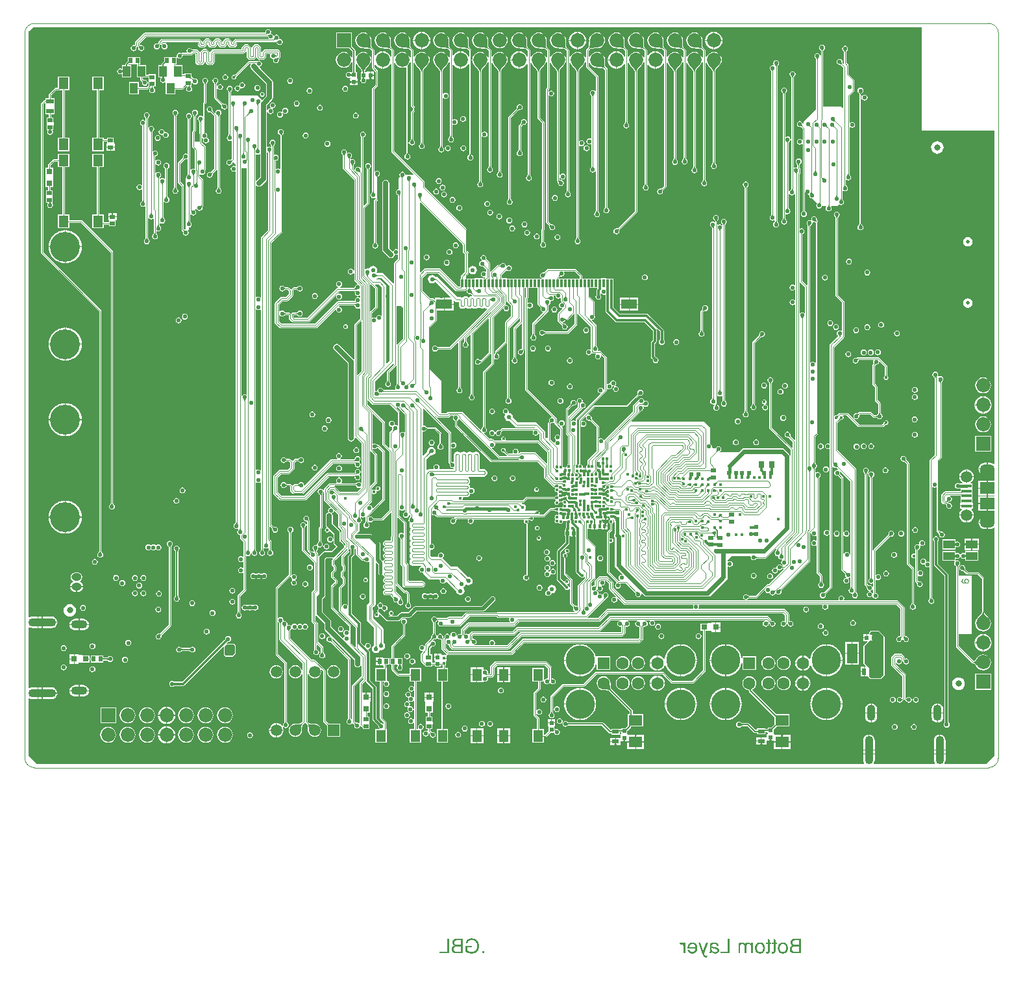
<source format=gbl>
G04*
G04 #@! TF.GenerationSoftware,Altium Limited,Altium Designer,20.2.4 (192)*
G04*
G04 Layer_Physical_Order=6*
G04 Layer_Color=16711680*
%FSLAX43Y43*%
%MOMM*%
G71*
G04*
G04 #@! TF.SameCoordinates,44553359-EA11-4E8F-BC47-C13590829416*
G04*
G04*
G04 #@! TF.FilePolarity,Positive*
G04*
G01*
G75*
%ADD12C,0.100*%
%ADD44C,0.500*%
%ADD126C,1.600*%
%ADD146R,0.510X0.560*%
%ADD148R,0.330X0.425*%
%ADD149R,0.560X0.510*%
%ADD152R,0.510X0.700*%
%ADD153R,0.700X0.510*%
%ADD156C,0.400*%
%ADD168C,0.800*%
%ADD224R,0.350X0.350*%
%ADD225R,0.400X0.500*%
%ADD226R,0.640X0.890*%
%ADD228R,1.780X1.400*%
%ADD230R,0.350X0.350*%
%ADD233R,0.900X0.550*%
%ADD238C,0.200*%
%ADD239C,0.300*%
%ADD240C,0.175*%
%ADD241C,0.075*%
%ADD242C,0.400*%
%ADD243C,0.090*%
%ADD244C,0.500*%
%ADD246C,0.150*%
%ADD252C,1.500*%
%ADD253R,1.500X1.500*%
%ADD254O,3.600X1.100*%
%ADD255O,2.100X1.100*%
%ADD256O,2.600X1.100*%
%ADD257O,1.900X1.200*%
%ADD258R,1.850X1.850*%
%ADD259C,1.850*%
%ADD260R,1.850X1.850*%
%ADD261C,3.900*%
%ADD262O,1.300X1.000*%
%ADD263C,3.800*%
%ADD264R,1.600X1.600*%
%ADD265O,1.100X3.600*%
%ADD266O,1.100X2.100*%
%ADD267O,1.100X2.600*%
%ADD268C,6.000*%
%ADD269C,0.550*%
%ADD270C,0.700*%
%ADD273R,1.500X1.100*%
%ADD274R,0.300X1.000*%
%ADD275R,2.000X1.300*%
%ADD276R,1.300X1.550*%
%ADD277R,1.000X1.400*%
%ADD278R,1.000X0.600*%
%ADD279R,0.800X0.800*%
%ADD280R,0.550X0.900*%
%ADD281R,1.900X1.500*%
%ADD282R,1.350X0.400*%
%ADD283R,1.400X2.600*%
%ADD284R,0.800X0.800*%
%ADD285C,0.600*%
G36*
X117000Y83000D02*
X126490D01*
Y79735D01*
D01*
Y76247D01*
D01*
Y39594D01*
X126400Y39550D01*
X126303Y39624D01*
X126109Y39704D01*
X125900Y39732D01*
X125600D01*
Y38925D01*
X126500D01*
Y37725D01*
X126490D01*
Y37375D01*
X125600D01*
Y36425D01*
Y35475D01*
X126490D01*
Y35375D01*
X125600D01*
Y34425D01*
Y33475D01*
X126490D01*
Y33125D01*
X126500D01*
Y31925D01*
X125600D01*
Y31925D01*
Y31118D01*
X125900D01*
X126109Y31146D01*
X126303Y31226D01*
X126400Y31300D01*
X126490Y31256D01*
Y5785D01*
D01*
Y1615D01*
X125385Y510D01*
X120004D01*
X119965Y590D01*
X120000Y637D01*
X120076Y819D01*
X120101Y1015D01*
Y1715D01*
X119345D01*
X118589D01*
Y1015D01*
X118614Y819D01*
X118690Y637D01*
X118725Y590D01*
X118686Y510D01*
X110764D01*
X110725Y590D01*
X110760Y637D01*
X110836Y819D01*
X110861Y1015D01*
Y1715D01*
X110105D01*
X109349D01*
Y1015D01*
X109374Y819D01*
X109450Y637D01*
X109485Y590D01*
X109446Y510D01*
X1565D01*
X510Y1565D01*
Y4803D01*
Y6210D01*
Y9026D01*
X590Y9066D01*
X612Y9050D01*
X794Y8974D01*
X990Y8949D01*
X1690D01*
Y9705D01*
Y10461D01*
X990D01*
X794Y10436D01*
X612Y10360D01*
X590Y10344D01*
X510Y10384D01*
Y18266D01*
X590Y18306D01*
X612Y18290D01*
X794Y18214D01*
X990Y18189D01*
X1690D01*
Y18945D01*
Y19701D01*
X990D01*
X794Y19676D01*
X612Y19600D01*
X590Y19584D01*
X510Y19624D01*
Y91515D01*
Y92197D01*
Y95730D01*
Y95805D01*
X539Y95952D01*
X565Y96015D01*
X985Y96435D01*
X1048Y96461D01*
X1195Y96490D01*
X1270Y96490D01*
X1270Y96490D01*
X1270Y96490D01*
X5235D01*
X35015Y96490D01*
X39035D01*
X93015Y96490D01*
D01*
X96124D01*
D01*
X117000Y96490D01*
Y83000D01*
D02*
G37*
G36*
X94389Y-22775D02*
X94436Y-22783D01*
X94478Y-22792D01*
X94514Y-22803D01*
X94544Y-22817D01*
X94567Y-22825D01*
X94581Y-22833D01*
X94586Y-22836D01*
X94625Y-22861D01*
X94658Y-22889D01*
X94689Y-22917D01*
X94714Y-22944D01*
X94733Y-22967D01*
X94750Y-22986D01*
X94758Y-22997D01*
X94761Y-23003D01*
Y-22803D01*
X94972D01*
Y-24196D01*
X94736D01*
Y-23475D01*
X94733Y-23408D01*
X94730Y-23350D01*
X94725Y-23300D01*
X94717Y-23258D01*
X94708Y-23228D01*
X94703Y-23205D01*
X94700Y-23191D01*
X94697Y-23186D01*
X94681Y-23150D01*
X94661Y-23119D01*
X94642Y-23092D01*
X94622Y-23069D01*
X94603Y-23053D01*
X94589Y-23042D01*
X94578Y-23033D01*
X94575Y-23030D01*
X94542Y-23014D01*
X94511Y-23000D01*
X94478Y-22992D01*
X94450Y-22983D01*
X94428Y-22980D01*
X94408Y-22978D01*
X94392D01*
X94345Y-22980D01*
X94306Y-22989D01*
X94272Y-23003D01*
X94247Y-23017D01*
X94228Y-23033D01*
X94214Y-23044D01*
X94206Y-23055D01*
X94203Y-23058D01*
X94184Y-23092D01*
X94170Y-23128D01*
X94159Y-23167D01*
X94153Y-23205D01*
X94147Y-23239D01*
X94145Y-23269D01*
Y-23280D01*
Y-23286D01*
Y-23291D01*
Y-23294D01*
Y-24196D01*
X93909Y-24196D01*
Y-23389D01*
X93903Y-23314D01*
X93892Y-23250D01*
X93878Y-23197D01*
X93859Y-23153D01*
X93842Y-23119D01*
X93825Y-23097D01*
X93814Y-23083D01*
X93812Y-23078D01*
X93773Y-23044D01*
X93731Y-23019D01*
X93689Y-23003D01*
X93651Y-22989D01*
X93617Y-22983D01*
X93589Y-22981D01*
X93578Y-22978D01*
X93564D01*
X93534Y-22981D01*
X93509Y-22983D01*
X93484Y-22989D01*
X93465Y-22997D01*
X93445Y-23005D01*
X93434Y-23011D01*
X93426Y-23014D01*
X93423Y-23017D01*
X93401Y-23033D01*
X93384Y-23050D01*
X93370Y-23067D01*
X93359Y-23083D01*
X93351Y-23097D01*
X93345Y-23108D01*
X93340Y-23117D01*
Y-23119D01*
X93331Y-23144D01*
X93326Y-23178D01*
X93323Y-23211D01*
X93320Y-23244D01*
X93317Y-23275D01*
Y-23300D01*
Y-23316D01*
Y-23319D01*
Y-23322D01*
Y-24196D01*
X93081D01*
Y-23241D01*
Y-23197D01*
X93087Y-23158D01*
X93093Y-23119D01*
X93098Y-23086D01*
X93106Y-23053D01*
X93118Y-23025D01*
X93126Y-23000D01*
X93137Y-22975D01*
X93148Y-22956D01*
X93156Y-22936D01*
X93176Y-22911D01*
X93187Y-22894D01*
X93192Y-22889D01*
X93237Y-22850D01*
X93290Y-22822D01*
X93342Y-22800D01*
X93392Y-22786D01*
X93440Y-22778D01*
X93459Y-22775D01*
X93478D01*
X93492Y-22772D01*
X93512D01*
X93562Y-22775D01*
X93606Y-22783D01*
X93651Y-22795D01*
X93692Y-22811D01*
X93731Y-22831D01*
X93767Y-22850D01*
X93798Y-22872D01*
X93828Y-22894D01*
X93856Y-22919D01*
X93878Y-22942D01*
X93898Y-22961D01*
X93914Y-22981D01*
X93928Y-22997D01*
X93936Y-23008D01*
X93942Y-23017D01*
X93945Y-23019D01*
X93961Y-22978D01*
X93984Y-22942D01*
X94009Y-22911D01*
X94031Y-22886D01*
X94053Y-22864D01*
X94070Y-22850D01*
X94081Y-22842D01*
X94086Y-22839D01*
X94125Y-22817D01*
X94167Y-22800D01*
X94209Y-22789D01*
X94250Y-22781D01*
X94284Y-22775D01*
X94314Y-22772D01*
X94339D01*
X94389Y-22775D01*
D02*
G37*
G36*
X89969Y-22775D02*
X90028Y-22781D01*
X90083Y-22789D01*
X90128Y-22797D01*
X90166Y-22806D01*
X90194Y-22814D01*
X90205Y-22817D01*
X90214Y-22819D01*
X90216Y-22822D01*
X90219D01*
X90266Y-22842D01*
X90308Y-22867D01*
X90344Y-22889D01*
X90375Y-22911D01*
X90397Y-22933D01*
X90413Y-22950D01*
X90425Y-22961D01*
X90427Y-22964D01*
X90452Y-23000D01*
X90475Y-23039D01*
X90491Y-23078D01*
X90505Y-23114D01*
X90516Y-23150D01*
X90525Y-23175D01*
X90527Y-23186D01*
Y-23194D01*
X90530Y-23197D01*
Y-23200D01*
X90300Y-23230D01*
X90283Y-23180D01*
X90266Y-23136D01*
X90247Y-23100D01*
X90230Y-23072D01*
X90214Y-23050D01*
X90200Y-23036D01*
X90189Y-23028D01*
X90186Y-23025D01*
X90152Y-23005D01*
X90114Y-22992D01*
X90072Y-22981D01*
X90033Y-22975D01*
X89994Y-22969D01*
X89966Y-22967D01*
X89939D01*
X89875Y-22969D01*
X89819Y-22978D01*
X89775Y-22992D01*
X89736Y-23005D01*
X89708Y-23022D01*
X89686Y-23033D01*
X89672Y-23044D01*
X89669Y-23047D01*
X89647Y-23072D01*
X89631Y-23103D01*
X89617Y-23136D01*
X89608Y-23169D01*
X89603Y-23200D01*
X89600Y-23228D01*
Y-23244D01*
Y-23247D01*
Y-23250D01*
Y-23255D01*
Y-23266D01*
Y-23286D01*
X89603Y-23303D01*
Y-23308D01*
Y-23311D01*
X89631Y-23319D01*
X89661Y-23328D01*
X89725Y-23344D01*
X89797Y-23358D01*
X89864Y-23372D01*
X89897Y-23378D01*
X89928Y-23380D01*
X89955Y-23386D01*
X89978Y-23389D01*
X89997Y-23391D01*
X90011D01*
X90022Y-23394D01*
X90025D01*
X90075Y-23400D01*
X90116Y-23408D01*
X90152Y-23414D01*
X90180Y-23419D01*
X90202Y-23422D01*
X90219Y-23427D01*
X90230Y-23430D01*
X90233D01*
X90269Y-23441D01*
X90300Y-23452D01*
X90330Y-23466D01*
X90355Y-23477D01*
X90377Y-23489D01*
X90391Y-23500D01*
X90402Y-23505D01*
X90405Y-23508D01*
X90433Y-23527D01*
X90455Y-23550D01*
X90477Y-23572D01*
X90494Y-23594D01*
X90508Y-23613D01*
X90519Y-23630D01*
X90525Y-23641D01*
X90527Y-23644D01*
X90541Y-23675D01*
X90552Y-23708D01*
X90561Y-23738D01*
X90566Y-23769D01*
X90569Y-23794D01*
X90572Y-23813D01*
Y-23824D01*
Y-23830D01*
X90569Y-23863D01*
X90566Y-23891D01*
X90552Y-23949D01*
X90533Y-23997D01*
X90511Y-24038D01*
X90488Y-24072D01*
X90469Y-24097D01*
X90455Y-24110D01*
X90450Y-24116D01*
X90400Y-24152D01*
X90344Y-24180D01*
X90283Y-24199D01*
X90227Y-24213D01*
X90177Y-24221D01*
X90155Y-24224D01*
X90136D01*
X90119Y-24227D01*
X90097D01*
X90047Y-24224D01*
X89997Y-24219D01*
X89953Y-24213D01*
X89914Y-24205D01*
X89883Y-24196D01*
X89858Y-24188D01*
X89842Y-24185D01*
X89836Y-24183D01*
X89789Y-24163D01*
X89744Y-24138D01*
X89703Y-24110D01*
X89661Y-24085D01*
X89628Y-24060D01*
X89603Y-24041D01*
X89586Y-24027D01*
X89583Y-24022D01*
X89581D01*
X89575Y-24058D01*
X89570Y-24091D01*
X89564Y-24122D01*
X89556Y-24147D01*
X89547Y-24169D01*
X89542Y-24183D01*
X89539Y-24194D01*
X89536Y-24196D01*
X89289D01*
X89303Y-24166D01*
X89317Y-24135D01*
X89328Y-24108D01*
X89334Y-24083D01*
X89342Y-24060D01*
X89345Y-24044D01*
X89347Y-24033D01*
Y-24030D01*
X89350Y-24010D01*
X89353Y-23986D01*
Y-23958D01*
X89356Y-23927D01*
X89358Y-23858D01*
Y-23788D01*
X89361Y-23722D01*
Y-23691D01*
Y-23666D01*
Y-23644D01*
Y-23627D01*
Y-23616D01*
Y-23613D01*
Y-23297D01*
Y-23244D01*
X89364Y-23197D01*
X89367Y-23161D01*
Y-23130D01*
X89370Y-23108D01*
X89372Y-23092D01*
X89375Y-23083D01*
Y-23080D01*
X89383Y-23044D01*
X89395Y-23014D01*
X89406Y-22989D01*
X89420Y-22964D01*
X89431Y-22947D01*
X89439Y-22933D01*
X89445Y-22925D01*
X89447Y-22922D01*
X89470Y-22900D01*
X89495Y-22878D01*
X89522Y-22861D01*
X89550Y-22844D01*
X89575Y-22833D01*
X89594Y-22825D01*
X89608Y-22819D01*
X89614Y-22817D01*
X89658Y-22803D01*
X89706Y-22792D01*
X89753Y-22783D01*
X89800Y-22778D01*
X89842Y-22775D01*
X89872Y-22772D01*
X89903D01*
X89969Y-22775D01*
D02*
G37*
G36*
X88606Y-24196D02*
X88617Y-24221D01*
X88623Y-24241D01*
X88628Y-24252D01*
Y-24255D01*
X88645Y-24302D01*
X88662Y-24341D01*
X88673Y-24374D01*
X88684Y-24396D01*
X88689Y-24413D01*
X88695Y-24424D01*
X88701Y-24430D01*
Y-24432D01*
X88723Y-24463D01*
X88748Y-24485D01*
X88759Y-24494D01*
X88767Y-24499D01*
X88773Y-24505D01*
X88775D01*
X88795Y-24513D01*
X88814Y-24521D01*
X88856Y-24530D01*
X88873D01*
X88887Y-24532D01*
X88900D01*
X88945Y-24530D01*
X88989Y-24521D01*
X89006Y-24516D01*
X89020Y-24513D01*
X89031Y-24510D01*
X89034D01*
X89009Y-24730D01*
X88978Y-24741D01*
X88950Y-24746D01*
X88925Y-24752D01*
X88903Y-24757D01*
X88884D01*
X88870Y-24760D01*
X88859D01*
X88817Y-24757D01*
X88781Y-24752D01*
X88748Y-24743D01*
X88720Y-24732D01*
X88695Y-24721D01*
X88678Y-24713D01*
X88667Y-24707D01*
X88664Y-24705D01*
X88634Y-24682D01*
X88609Y-24655D01*
X88584Y-24627D01*
X88562Y-24599D01*
X88545Y-24574D01*
X88531Y-24555D01*
X88523Y-24541D01*
X88520Y-24535D01*
X88512Y-24516D01*
X88501Y-24496D01*
X88478Y-24449D01*
X88456Y-24396D01*
X88437Y-24344D01*
X88417Y-24296D01*
X88409Y-24274D01*
X88401Y-24255D01*
X88395Y-24241D01*
X88390Y-24230D01*
X88387Y-24221D01*
Y-24219D01*
X87857Y-22803D01*
X88093D01*
X88392Y-23616D01*
X88415Y-23675D01*
X88431Y-23730D01*
X88451Y-23786D01*
X88465Y-23833D01*
X88476Y-23874D01*
X88481Y-23891D01*
X88484Y-23905D01*
X88487Y-23916D01*
X88490Y-23924D01*
X88492Y-23930D01*
Y-23933D01*
X88509Y-23869D01*
X88526Y-23811D01*
X88542Y-23755D01*
X88559Y-23708D01*
X88573Y-23669D01*
X88578Y-23652D01*
X88584Y-23638D01*
X88587Y-23625D01*
X88589Y-23616D01*
X88592Y-23613D01*
Y-23611D01*
X88884Y-22803D01*
X89134D01*
X88606Y-24196D01*
D02*
G37*
G36*
X97918Y-22459D02*
Y-22803D01*
X98092D01*
Y-22986D01*
X97918D01*
Y-23791D01*
Y-23830D01*
Y-23863D01*
X97915Y-23894D01*
X97912Y-23924D01*
Y-23949D01*
X97909Y-23972D01*
X97904Y-24008D01*
X97898Y-24035D01*
X97895Y-24055D01*
X97890Y-24066D01*
Y-24069D01*
X97879Y-24094D01*
X97862Y-24113D01*
X97845Y-24133D01*
X97832Y-24147D01*
X97815Y-24160D01*
X97804Y-24169D01*
X97795Y-24174D01*
X97793Y-24177D01*
X97762Y-24191D01*
X97732Y-24199D01*
X97698Y-24208D01*
X97665Y-24210D01*
X97637Y-24213D01*
X97615Y-24216D01*
X97593D01*
X97532Y-24213D01*
X97501Y-24210D01*
X97473Y-24205D01*
X97448Y-24202D01*
X97429Y-24199D01*
X97418Y-24196D01*
X97412D01*
X97443Y-23988D01*
X97465Y-23991D01*
X97487Y-23994D01*
X97507D01*
X97521Y-23997D01*
X97548D01*
X97584Y-23994D01*
X97609Y-23988D01*
X97623Y-23983D01*
X97629Y-23980D01*
X97648Y-23966D01*
X97659Y-23952D01*
X97668Y-23941D01*
X97671Y-23936D01*
X97673Y-23922D01*
X97676Y-23902D01*
X97679Y-23858D01*
X97682Y-23838D01*
Y-23822D01*
Y-23811D01*
Y-23805D01*
Y-22986D01*
X97443D01*
Y-22803D01*
X97682D01*
Y-22317D01*
X97918Y-22459D01*
D02*
G37*
G36*
X97171D02*
Y-22803D01*
X97346D01*
Y-22986D01*
X97171D01*
Y-23791D01*
Y-23830D01*
Y-23863D01*
X97168Y-23894D01*
X97165Y-23924D01*
Y-23949D01*
X97162Y-23972D01*
X97157Y-24008D01*
X97151Y-24035D01*
X97149Y-24055D01*
X97143Y-24066D01*
Y-24069D01*
X97132Y-24094D01*
X97115Y-24113D01*
X97099Y-24133D01*
X97085Y-24147D01*
X97068Y-24160D01*
X97057Y-24169D01*
X97049Y-24174D01*
X97046Y-24177D01*
X97015Y-24191D01*
X96985Y-24199D01*
X96951Y-24208D01*
X96918Y-24210D01*
X96890Y-24213D01*
X96868Y-24216D01*
X96846D01*
X96785Y-24213D01*
X96754Y-24210D01*
X96727Y-24205D01*
X96702Y-24202D01*
X96682Y-24199D01*
X96671Y-24196D01*
X96666D01*
X96696Y-23988D01*
X96718Y-23991D01*
X96740Y-23994D01*
X96760D01*
X96774Y-23997D01*
X96802D01*
X96838Y-23994D01*
X96863Y-23988D01*
X96877Y-23983D01*
X96882Y-23980D01*
X96901Y-23966D01*
X96913Y-23952D01*
X96921Y-23941D01*
X96924Y-23936D01*
X96926Y-23922D01*
X96929Y-23902D01*
X96932Y-23858D01*
X96935Y-23838D01*
Y-23822D01*
Y-23811D01*
Y-23805D01*
Y-22986D01*
X96696D01*
Y-22803D01*
X96935D01*
Y-22317D01*
X97171Y-22459D01*
D02*
G37*
G36*
X87138Y-22775D02*
X87188Y-22781D01*
X87235Y-22789D01*
X87279Y-22803D01*
X87321Y-22817D01*
X87360Y-22833D01*
X87396Y-22850D01*
X87426Y-22869D01*
X87457Y-22886D01*
X87482Y-22906D01*
X87504Y-22922D01*
X87521Y-22936D01*
X87535Y-22950D01*
X87546Y-22958D01*
X87551Y-22964D01*
X87554Y-22967D01*
X87585Y-23005D01*
X87612Y-23047D01*
X87637Y-23089D01*
X87659Y-23133D01*
X87676Y-23180D01*
X87690Y-23225D01*
X87712Y-23314D01*
X87721Y-23353D01*
X87726Y-23391D01*
X87729Y-23425D01*
X87732Y-23455D01*
X87734Y-23480D01*
Y-23497D01*
Y-23511D01*
Y-23514D01*
X87732Y-23575D01*
X87726Y-23633D01*
X87718Y-23688D01*
X87707Y-23738D01*
X87693Y-23786D01*
X87679Y-23830D01*
X87662Y-23869D01*
X87646Y-23905D01*
X87629Y-23936D01*
X87612Y-23963D01*
X87598Y-23986D01*
X87585Y-24005D01*
X87573Y-24022D01*
X87565Y-24033D01*
X87560Y-24038D01*
X87557Y-24041D01*
X87521Y-24074D01*
X87485Y-24102D01*
X87446Y-24127D01*
X87404Y-24149D01*
X87365Y-24166D01*
X87324Y-24183D01*
X87246Y-24205D01*
X87210Y-24210D01*
X87176Y-24216D01*
X87146Y-24221D01*
X87121Y-24224D01*
X87101Y-24227D01*
X87071D01*
X86985Y-24221D01*
X86907Y-24208D01*
X86838Y-24191D01*
X86810Y-24180D01*
X86782Y-24169D01*
X86757Y-24158D01*
X86735Y-24147D01*
X86718Y-24138D01*
X86702Y-24130D01*
X86691Y-24122D01*
X86682Y-24116D01*
X86677Y-24110D01*
X86674D01*
X86618Y-24060D01*
X86574Y-24008D01*
X86535Y-23952D01*
X86507Y-23899D01*
X86485Y-23852D01*
X86477Y-23830D01*
X86468Y-23813D01*
X86463Y-23797D01*
X86460Y-23786D01*
X86457Y-23780D01*
Y-23777D01*
X86702Y-23747D01*
X86724Y-23799D01*
X86749Y-23844D01*
X86774Y-23883D01*
X86796Y-23913D01*
X86815Y-23936D01*
X86832Y-23952D01*
X86846Y-23963D01*
X86849Y-23966D01*
X86885Y-23988D01*
X86921Y-24005D01*
X86960Y-24016D01*
X86993Y-24024D01*
X87024Y-24030D01*
X87049Y-24033D01*
X87071D01*
X87104Y-24030D01*
X87135Y-24027D01*
X87190Y-24013D01*
X87240Y-23994D01*
X87285Y-23972D01*
X87318Y-23952D01*
X87343Y-23933D01*
X87360Y-23919D01*
X87362Y-23913D01*
X87365D01*
X87404Y-23863D01*
X87435Y-23808D01*
X87457Y-23747D01*
X87473Y-23691D01*
X87482Y-23641D01*
X87487Y-23619D01*
X87490Y-23600D01*
Y-23583D01*
X87493Y-23572D01*
Y-23564D01*
Y-23561D01*
X86452D01*
X86449Y-23533D01*
Y-23514D01*
Y-23502D01*
Y-23500D01*
X86452Y-23436D01*
X86457Y-23378D01*
X86466Y-23322D01*
X86477Y-23269D01*
X86491Y-23222D01*
X86505Y-23178D01*
X86521Y-23139D01*
X86538Y-23103D01*
X86555Y-23069D01*
X86571Y-23042D01*
X86585Y-23019D01*
X86599Y-23000D01*
X86610Y-22983D01*
X86618Y-22972D01*
X86624Y-22967D01*
X86627Y-22964D01*
X86660Y-22931D01*
X86696Y-22900D01*
X86735Y-22875D01*
X86774Y-22853D01*
X86813Y-22833D01*
X86849Y-22819D01*
X86888Y-22806D01*
X86921Y-22797D01*
X86957Y-22789D01*
X86988Y-22783D01*
X87015Y-22778D01*
X87038Y-22775D01*
X87057Y-22772D01*
X87085D01*
X87138Y-22775D01*
D02*
G37*
G36*
X101221Y-24196D02*
X100488D01*
X100422Y-24194D01*
X100363Y-24191D01*
X100311Y-24185D01*
X100266Y-24180D01*
X100230Y-24174D01*
X100202Y-24171D01*
X100186Y-24166D01*
X100180D01*
X100133Y-24152D01*
X100094Y-24138D01*
X100058Y-24122D01*
X100028Y-24105D01*
X100003Y-24094D01*
X99983Y-24083D01*
X99972Y-24074D01*
X99969Y-24072D01*
X99939Y-24047D01*
X99911Y-24016D01*
X99889Y-23985D01*
X99867Y-23958D01*
X99850Y-23930D01*
X99839Y-23911D01*
X99830Y-23897D01*
X99828Y-23891D01*
X99808Y-23847D01*
X99794Y-23802D01*
X99783Y-23761D01*
X99778Y-23722D01*
X99772Y-23688D01*
X99769Y-23661D01*
Y-23644D01*
Y-23641D01*
Y-23638D01*
X99772Y-23577D01*
X99783Y-23522D01*
X99800Y-23475D01*
X99817Y-23430D01*
X99833Y-23397D01*
X99850Y-23372D01*
X99861Y-23355D01*
X99864Y-23350D01*
X99903Y-23305D01*
X99944Y-23269D01*
X99991Y-23239D01*
X100033Y-23214D01*
X100072Y-23194D01*
X100105Y-23183D01*
X100116Y-23178D01*
X100125Y-23175D01*
X100130Y-23172D01*
X100133D01*
X100086Y-23144D01*
X100044Y-23117D01*
X100011Y-23086D01*
X99983Y-23058D01*
X99961Y-23036D01*
X99944Y-23014D01*
X99936Y-23003D01*
X99933Y-22997D01*
X99911Y-22956D01*
X99894Y-22917D01*
X99880Y-22878D01*
X99872Y-22842D01*
X99867Y-22811D01*
X99864Y-22786D01*
Y-22772D01*
Y-22767D01*
X99867Y-22720D01*
X99875Y-22672D01*
X99889Y-22631D01*
X99903Y-22592D01*
X99916Y-22559D01*
X99930Y-22536D01*
X99939Y-22520D01*
X99941Y-22514D01*
X99972Y-22472D01*
X100005Y-22434D01*
X100041Y-22403D01*
X100075Y-22378D01*
X100102Y-22359D01*
X100127Y-22345D01*
X100144Y-22336D01*
X100147Y-22334D01*
X100150D01*
X100202Y-22314D01*
X100261Y-22300D01*
X100319Y-22289D01*
X100375Y-22284D01*
X100425Y-22278D01*
X100447D01*
X100466Y-22275D01*
X101221D01*
Y-24196D01*
D02*
G37*
G36*
X91965Y-24196D02*
X90763D01*
Y-23969D01*
X91710D01*
Y-22275D01*
X91965D01*
Y-24196D01*
D02*
G37*
G36*
X85680Y-22775D02*
X85708Y-22781D01*
X85736Y-22789D01*
X85758Y-22797D01*
X85774Y-22806D01*
X85791Y-22814D01*
X85799Y-22819D01*
X85802Y-22822D01*
X85827Y-22844D01*
X85852Y-22872D01*
X85877Y-22906D01*
X85899Y-22936D01*
X85922Y-22967D01*
X85935Y-22992D01*
X85947Y-23011D01*
X85949Y-23014D01*
Y-22803D01*
X86163D01*
Y-24196D01*
X85927D01*
Y-23469D01*
X85924Y-23414D01*
X85922Y-23364D01*
X85916Y-23316D01*
X85908Y-23275D01*
X85899Y-23241D01*
X85894Y-23216D01*
X85891Y-23200D01*
X85888Y-23194D01*
X85877Y-23164D01*
X85863Y-23139D01*
X85849Y-23117D01*
X85835Y-23097D01*
X85822Y-23083D01*
X85813Y-23072D01*
X85805Y-23067D01*
X85802Y-23064D01*
X85780Y-23047D01*
X85755Y-23036D01*
X85730Y-23028D01*
X85711Y-23022D01*
X85691Y-23019D01*
X85677Y-23017D01*
X85663D01*
X85633Y-23019D01*
X85602Y-23025D01*
X85572Y-23033D01*
X85547Y-23042D01*
X85525Y-23050D01*
X85508Y-23058D01*
X85497Y-23064D01*
X85494Y-23067D01*
X85408Y-22850D01*
X85455Y-22825D01*
X85500Y-22806D01*
X85538Y-22792D01*
X85575Y-22781D01*
X85605Y-22775D01*
X85630Y-22772D01*
X85649D01*
X85680Y-22775D01*
D02*
G37*
G36*
X98934Y-22775D02*
X98978Y-22778D01*
X99064Y-22797D01*
X99139Y-22822D01*
X99172Y-22836D01*
X99203Y-22850D01*
X99231Y-22864D01*
X99253Y-22878D01*
X99275Y-22892D01*
X99292Y-22903D01*
X99306Y-22914D01*
X99317Y-22922D01*
X99322Y-22925D01*
X99325Y-22928D01*
X99364Y-22964D01*
X99395Y-23005D01*
X99425Y-23050D01*
X99447Y-23094D01*
X99469Y-23142D01*
X99486Y-23191D01*
X99500Y-23239D01*
X99511Y-23283D01*
X99522Y-23328D01*
X99528Y-23366D01*
X99533Y-23405D01*
X99536Y-23436D01*
Y-23464D01*
X99539Y-23483D01*
Y-23494D01*
Y-23500D01*
X99536Y-23564D01*
X99531Y-23625D01*
X99522Y-23680D01*
X99511Y-23733D01*
X99497Y-23780D01*
X99483Y-23824D01*
X99467Y-23866D01*
X99450Y-23902D01*
X99433Y-23936D01*
X99417Y-23963D01*
X99403Y-23985D01*
X99389Y-24005D01*
X99378Y-24022D01*
X99370Y-24033D01*
X99364Y-24038D01*
X99361Y-24041D01*
X99325Y-24074D01*
X99289Y-24102D01*
X99250Y-24127D01*
X99211Y-24149D01*
X99172Y-24166D01*
X99131Y-24183D01*
X99056Y-24205D01*
X99023Y-24210D01*
X98989Y-24216D01*
X98961Y-24221D01*
X98936Y-24224D01*
X98914Y-24227D01*
X98886D01*
X98820Y-24224D01*
X98759Y-24213D01*
X98700Y-24199D01*
X98653Y-24185D01*
X98612Y-24169D01*
X98595Y-24163D01*
X98581Y-24158D01*
X98567Y-24152D01*
X98559Y-24147D01*
X98556Y-24144D01*
X98553D01*
X98498Y-24108D01*
X98451Y-24069D01*
X98409Y-24030D01*
X98376Y-23991D01*
X98351Y-23958D01*
X98331Y-23930D01*
X98326Y-23919D01*
X98320Y-23911D01*
X98317Y-23908D01*
Y-23905D01*
X98290Y-23841D01*
X98270Y-23772D01*
X98254Y-23702D01*
X98245Y-23633D01*
X98240Y-23602D01*
Y-23575D01*
X98237Y-23547D01*
X98234Y-23525D01*
Y-23505D01*
Y-23491D01*
Y-23483D01*
Y-23480D01*
X98237Y-23419D01*
X98242Y-23364D01*
X98251Y-23311D01*
X98262Y-23261D01*
X98276Y-23214D01*
X98292Y-23172D01*
X98309Y-23130D01*
X98326Y-23097D01*
X98342Y-23067D01*
X98359Y-23039D01*
X98376Y-23014D01*
X98390Y-22994D01*
X98401Y-22980D01*
X98409Y-22969D01*
X98415Y-22964D01*
X98417Y-22961D01*
X98453Y-22928D01*
X98489Y-22900D01*
X98528Y-22872D01*
X98567Y-22853D01*
X98606Y-22833D01*
X98645Y-22819D01*
X98720Y-22795D01*
X98756Y-22789D01*
X98787Y-22783D01*
X98814Y-22778D01*
X98839Y-22775D01*
X98859Y-22772D01*
X98886D01*
X98934Y-22775D01*
D02*
G37*
G36*
X95946D02*
X95991Y-22778D01*
X96077Y-22797D01*
X96152Y-22822D01*
X96185Y-22836D01*
X96216Y-22850D01*
X96244Y-22864D01*
X96266Y-22878D01*
X96288Y-22892D01*
X96305Y-22903D01*
X96318Y-22914D01*
X96330Y-22922D01*
X96335Y-22925D01*
X96338Y-22928D01*
X96377Y-22964D01*
X96407Y-23005D01*
X96438Y-23050D01*
X96460Y-23094D01*
X96482Y-23142D01*
X96499Y-23191D01*
X96513Y-23239D01*
X96524Y-23283D01*
X96535Y-23328D01*
X96541Y-23366D01*
X96546Y-23405D01*
X96549Y-23436D01*
Y-23464D01*
X96552Y-23483D01*
Y-23494D01*
Y-23500D01*
X96549Y-23564D01*
X96543Y-23625D01*
X96535Y-23680D01*
X96524Y-23733D01*
X96510Y-23780D01*
X96496Y-23824D01*
X96480Y-23866D01*
X96463Y-23902D01*
X96446Y-23936D01*
X96430Y-23963D01*
X96416Y-23985D01*
X96402Y-24005D01*
X96391Y-24022D01*
X96382Y-24033D01*
X96377Y-24038D01*
X96374Y-24041D01*
X96338Y-24074D01*
X96302Y-24102D01*
X96263Y-24127D01*
X96224Y-24149D01*
X96185Y-24166D01*
X96144Y-24183D01*
X96069Y-24205D01*
X96035Y-24210D01*
X96002Y-24216D01*
X95974Y-24221D01*
X95949Y-24224D01*
X95927Y-24227D01*
X95899D01*
X95833Y-24224D01*
X95772Y-24213D01*
X95713Y-24199D01*
X95666Y-24185D01*
X95624Y-24169D01*
X95608Y-24163D01*
X95594Y-24158D01*
X95580Y-24152D01*
X95572Y-24147D01*
X95569Y-24144D01*
X95566D01*
X95511Y-24108D01*
X95463Y-24069D01*
X95422Y-24030D01*
X95388Y-23991D01*
X95363Y-23958D01*
X95344Y-23930D01*
X95338Y-23919D01*
X95333Y-23911D01*
X95330Y-23908D01*
Y-23905D01*
X95302Y-23841D01*
X95283Y-23772D01*
X95266Y-23702D01*
X95258Y-23633D01*
X95252Y-23602D01*
Y-23575D01*
X95250Y-23547D01*
X95247Y-23525D01*
Y-23505D01*
Y-23491D01*
Y-23483D01*
Y-23480D01*
X95250Y-23419D01*
X95255Y-23364D01*
X95264Y-23311D01*
X95275Y-23261D01*
X95289Y-23214D01*
X95305Y-23172D01*
X95322Y-23130D01*
X95338Y-23097D01*
X95355Y-23067D01*
X95372Y-23039D01*
X95388Y-23014D01*
X95402Y-22994D01*
X95413Y-22980D01*
X95422Y-22969D01*
X95427Y-22964D01*
X95430Y-22961D01*
X95466Y-22928D01*
X95502Y-22900D01*
X95541Y-22872D01*
X95580Y-22853D01*
X95619Y-22833D01*
X95658Y-22819D01*
X95733Y-22795D01*
X95769Y-22789D01*
X95799Y-22783D01*
X95827Y-22778D01*
X95852Y-22775D01*
X95872Y-22772D01*
X95899D01*
X95946Y-22775D01*
D02*
G37*
G36*
X58405Y-22248D02*
X58503Y-22261D01*
X58547Y-22270D01*
X58589Y-22281D01*
X58627Y-22289D01*
X58664Y-22300D01*
X58697Y-22311D01*
X58725Y-22323D01*
X58750Y-22334D01*
X58772Y-22342D01*
X58788Y-22350D01*
X58800Y-22356D01*
X58808Y-22359D01*
X58811Y-22361D01*
X58850Y-22386D01*
X58888Y-22411D01*
X58955Y-22470D01*
X59013Y-22528D01*
X59061Y-22589D01*
X59099Y-22642D01*
X59113Y-22664D01*
X59124Y-22686D01*
X59136Y-22703D01*
X59141Y-22714D01*
X59144Y-22722D01*
X59147Y-22725D01*
X59185Y-22817D01*
X59213Y-22908D01*
X59235Y-22997D01*
X59241Y-23039D01*
X59249Y-23078D01*
X59252Y-23114D01*
X59258Y-23144D01*
X59260Y-23175D01*
Y-23200D01*
X59263Y-23219D01*
Y-23233D01*
Y-23244D01*
Y-23247D01*
X59258Y-23350D01*
X59244Y-23447D01*
X59235Y-23491D01*
X59227Y-23533D01*
X59216Y-23575D01*
X59205Y-23611D01*
X59194Y-23644D01*
X59183Y-23672D01*
X59174Y-23700D01*
X59166Y-23719D01*
X59158Y-23738D01*
X59152Y-23750D01*
X59147Y-23758D01*
Y-23761D01*
X59097Y-23841D01*
X59041Y-23911D01*
X58983Y-23972D01*
X58927Y-24022D01*
X58875Y-24060D01*
X58855Y-24074D01*
X58836Y-24088D01*
X58819Y-24097D01*
X58808Y-24105D01*
X58800Y-24108D01*
X58797Y-24110D01*
X58752Y-24133D01*
X58708Y-24149D01*
X58619Y-24180D01*
X58533Y-24199D01*
X58453Y-24216D01*
X58416Y-24219D01*
X58383Y-24224D01*
X58353Y-24227D01*
X58328D01*
X58308Y-24230D01*
X58280D01*
X58203Y-24227D01*
X58128Y-24219D01*
X58058Y-24205D01*
X57997Y-24191D01*
X57972Y-24185D01*
X57947Y-24180D01*
X57925Y-24171D01*
X57906Y-24166D01*
X57892Y-24160D01*
X57881Y-24158D01*
X57875Y-24155D01*
X57872D01*
X57797Y-24124D01*
X57728Y-24088D01*
X57661Y-24049D01*
X57603Y-24013D01*
X57578Y-23997D01*
X57553Y-23980D01*
X57534Y-23966D01*
X57517Y-23955D01*
X57503Y-23944D01*
X57492Y-23936D01*
X57486Y-23933D01*
X57484Y-23930D01*
Y-23216D01*
X58300D01*
Y-23444D01*
X57734D01*
Y-23805D01*
X57767Y-23833D01*
X57806Y-23858D01*
X57847Y-23880D01*
X57886Y-23899D01*
X57920Y-23916D01*
X57950Y-23930D01*
X57961Y-23936D01*
X57967Y-23938D01*
X57972Y-23941D01*
X57975D01*
X58033Y-23961D01*
X58092Y-23977D01*
X58144Y-23988D01*
X58194Y-23994D01*
X58236Y-23999D01*
X58253D01*
X58269Y-24002D01*
X58297D01*
X58366Y-23999D01*
X58433Y-23988D01*
X58494Y-23974D01*
X58550Y-23961D01*
X58594Y-23944D01*
X58614Y-23938D01*
X58627Y-23933D01*
X58641Y-23927D01*
X58650Y-23922D01*
X58655Y-23919D01*
X58658D01*
X58716Y-23883D01*
X58769Y-23844D01*
X58813Y-23802D01*
X58850Y-23761D01*
X58880Y-23722D01*
X58900Y-23691D01*
X58908Y-23680D01*
X58911Y-23672D01*
X58916Y-23666D01*
Y-23663D01*
X58944Y-23594D01*
X58966Y-23522D01*
X58980Y-23450D01*
X58991Y-23380D01*
X58994Y-23350D01*
X58997Y-23322D01*
X58999Y-23294D01*
Y-23272D01*
X59002Y-23255D01*
Y-23241D01*
Y-23233D01*
Y-23230D01*
X58999Y-23153D01*
X58991Y-23083D01*
X58980Y-23017D01*
X58966Y-22958D01*
X58961Y-22933D01*
X58952Y-22911D01*
X58947Y-22892D01*
X58941Y-22875D01*
X58936Y-22861D01*
X58933Y-22853D01*
X58930Y-22847D01*
Y-22844D01*
X58911Y-22806D01*
X58891Y-22770D01*
X58872Y-22736D01*
X58852Y-22708D01*
X58836Y-22686D01*
X58822Y-22667D01*
X58811Y-22656D01*
X58808Y-22653D01*
X58777Y-22622D01*
X58744Y-22595D01*
X58708Y-22572D01*
X58675Y-22550D01*
X58647Y-22536D01*
X58625Y-22522D01*
X58608Y-22517D01*
X58602Y-22514D01*
X58552Y-22495D01*
X58503Y-22481D01*
X58450Y-22472D01*
X58403Y-22464D01*
X58361Y-22461D01*
X58344D01*
X58330Y-22459D01*
X58300D01*
X58247Y-22461D01*
X58197Y-22467D01*
X58153Y-22475D01*
X58114Y-22484D01*
X58081Y-22495D01*
X58056Y-22503D01*
X58042Y-22509D01*
X58036Y-22511D01*
X57994Y-22531D01*
X57958Y-22553D01*
X57925Y-22575D01*
X57900Y-22597D01*
X57881Y-22617D01*
X57864Y-22631D01*
X57856Y-22642D01*
X57853Y-22645D01*
X57828Y-22678D01*
X57808Y-22717D01*
X57789Y-22753D01*
X57772Y-22792D01*
X57761Y-22825D01*
X57753Y-22850D01*
X57750Y-22861D01*
X57747Y-22869D01*
X57745Y-22872D01*
Y-22875D01*
X57514Y-22814D01*
X57534Y-22745D01*
X57559Y-22683D01*
X57584Y-22628D01*
X57606Y-22583D01*
X57628Y-22547D01*
X57645Y-22522D01*
X57656Y-22506D01*
X57661Y-22500D01*
X57700Y-22456D01*
X57742Y-22420D01*
X57786Y-22386D01*
X57828Y-22359D01*
X57867Y-22339D01*
X57897Y-22323D01*
X57908Y-22317D01*
X57917Y-22314D01*
X57922Y-22311D01*
X57925D01*
X57989Y-22289D01*
X58056Y-22273D01*
X58117Y-22259D01*
X58175Y-22250D01*
X58228Y-22245D01*
X58250D01*
X58267Y-22242D01*
X58355D01*
X58405Y-22248D01*
D02*
G37*
G36*
X59907Y-24196D02*
X59638D01*
Y-23927D01*
X59907D01*
Y-24196D01*
D02*
G37*
G36*
X57120D02*
X56387D01*
X56320Y-24194D01*
X56262Y-24191D01*
X56209Y-24185D01*
X56165Y-24180D01*
X56129Y-24174D01*
X56101Y-24171D01*
X56084Y-24166D01*
X56079D01*
X56032Y-24152D01*
X55993Y-24138D01*
X55957Y-24122D01*
X55926Y-24105D01*
X55901Y-24094D01*
X55882Y-24083D01*
X55871Y-24074D01*
X55868Y-24072D01*
X55837Y-24047D01*
X55810Y-24016D01*
X55787Y-23985D01*
X55765Y-23958D01*
X55749Y-23930D01*
X55737Y-23911D01*
X55729Y-23897D01*
X55726Y-23891D01*
X55707Y-23847D01*
X55693Y-23802D01*
X55682Y-23761D01*
X55676Y-23722D01*
X55671Y-23688D01*
X55668Y-23661D01*
Y-23644D01*
Y-23641D01*
Y-23638D01*
X55671Y-23577D01*
X55682Y-23522D01*
X55699Y-23475D01*
X55715Y-23430D01*
X55732Y-23397D01*
X55749Y-23372D01*
X55760Y-23355D01*
X55762Y-23350D01*
X55801Y-23305D01*
X55843Y-23269D01*
X55890Y-23239D01*
X55932Y-23214D01*
X55971Y-23194D01*
X56004Y-23183D01*
X56015Y-23178D01*
X56023Y-23175D01*
X56029Y-23172D01*
X56032D01*
X55984Y-23144D01*
X55943Y-23117D01*
X55910Y-23086D01*
X55882Y-23058D01*
X55860Y-23036D01*
X55843Y-23014D01*
X55835Y-23003D01*
X55832Y-22997D01*
X55810Y-22956D01*
X55793Y-22917D01*
X55779Y-22878D01*
X55771Y-22842D01*
X55765Y-22811D01*
X55762Y-22786D01*
Y-22772D01*
Y-22767D01*
X55765Y-22720D01*
X55773Y-22672D01*
X55787Y-22631D01*
X55801Y-22592D01*
X55815Y-22559D01*
X55829Y-22536D01*
X55837Y-22520D01*
X55840Y-22514D01*
X55871Y-22472D01*
X55904Y-22434D01*
X55940Y-22403D01*
X55973Y-22378D01*
X56001Y-22359D01*
X56026Y-22345D01*
X56043Y-22336D01*
X56046Y-22334D01*
X56048D01*
X56101Y-22314D01*
X56159Y-22300D01*
X56218Y-22289D01*
X56273Y-22284D01*
X56323Y-22278D01*
X56345D01*
X56365Y-22275D01*
X57120D01*
Y-24196D01*
D02*
G37*
G36*
X55329D02*
X54127D01*
Y-23969D01*
X55074D01*
Y-22275D01*
X55329D01*
Y-24196D01*
D02*
G37*
%LPC*%
G36*
X89930Y95898D02*
Y94820D01*
X91008D01*
X90976Y95064D01*
X90863Y95337D01*
X90682Y95572D01*
X90447Y95753D01*
X90174Y95866D01*
X89930Y95898D01*
D02*
G37*
G36*
X89830D02*
X89586Y95866D01*
X89313Y95753D01*
X89078Y95572D01*
X88897Y95337D01*
X88784Y95064D01*
X88752Y94820D01*
X89830D01*
Y95898D01*
D02*
G37*
G36*
X72150D02*
Y94820D01*
X73228D01*
X73196Y95064D01*
X73083Y95337D01*
X72902Y95572D01*
X72667Y95753D01*
X72394Y95866D01*
X72150Y95898D01*
D02*
G37*
G36*
X72050D02*
X71806Y95866D01*
X71533Y95753D01*
X71298Y95572D01*
X71117Y95337D01*
X71004Y95064D01*
X70972Y94820D01*
X72050D01*
Y95898D01*
D02*
G37*
G36*
X51830D02*
Y94820D01*
X52908D01*
X52876Y95064D01*
X52763Y95337D01*
X52582Y95572D01*
X52347Y95753D01*
X52074Y95866D01*
X51830Y95898D01*
D02*
G37*
G36*
X51730D02*
X51486Y95866D01*
X51213Y95753D01*
X50978Y95572D01*
X50797Y95337D01*
X50684Y95064D01*
X50652Y94820D01*
X51730D01*
Y95898D01*
D02*
G37*
G36*
X31750Y96257D02*
X31604Y96228D01*
X31480Y96145D01*
X31397Y96021D01*
X31368Y95875D01*
X31370Y95862D01*
X31313Y95792D01*
X15642D01*
X15531Y95746D01*
X14459Y94674D01*
X14413Y94563D01*
Y94210D01*
X14386Y94183D01*
X14381Y94181D01*
X14367Y94176D01*
X14349Y94171D01*
X14327Y94166D01*
X14303Y94163D01*
X14239Y94158D01*
X14202Y94158D01*
X14200Y94157D01*
X14054Y94128D01*
X13930Y94045D01*
X13847Y93921D01*
X13818Y93775D01*
X13847Y93629D01*
X13930Y93505D01*
X14054Y93422D01*
X14200Y93393D01*
X14346Y93422D01*
X14470Y93505D01*
X14553Y93629D01*
X14582Y93775D01*
X14583Y93777D01*
X14583Y93814D01*
X14588Y93878D01*
X14591Y93902D01*
X14596Y93924D01*
X14601Y93942D01*
X14606Y93956D01*
X14608Y93961D01*
X14641Y93994D01*
X14700Y94024D01*
X14759Y93994D01*
X14792Y93961D01*
X14794Y93956D01*
X14799Y93942D01*
X14804Y93924D01*
X14809Y93902D01*
X14812Y93878D01*
X14817Y93814D01*
X14817Y93777D01*
X14818Y93775D01*
X14847Y93629D01*
X14930Y93505D01*
X15054Y93422D01*
X15200Y93393D01*
X15346Y93422D01*
X15470Y93505D01*
X15553Y93629D01*
X15582Y93775D01*
X15553Y93921D01*
X15470Y94045D01*
X15346Y94128D01*
X15200Y94157D01*
X15198Y94158D01*
X15161Y94158D01*
X15097Y94163D01*
X15073Y94166D01*
X15051Y94171D01*
X15033Y94176D01*
X15019Y94181D01*
X15014Y94183D01*
X14987Y94210D01*
Y94390D01*
X15815Y95218D01*
X31677D01*
X31679Y95217D01*
X31687Y95213D01*
X31697Y95206D01*
X31708Y95195D01*
X31721Y95181D01*
X31734Y95164D01*
X31749Y95142D01*
X31765Y95114D01*
X31782Y95101D01*
X31795Y95082D01*
X31747Y94992D01*
X27513D01*
X27403Y94946D01*
X27153Y94696D01*
X27119Y94614D01*
X27074Y94612D01*
X27025Y94623D01*
X26985Y94720D01*
X26735Y94970D01*
X26624Y95016D01*
X26213D01*
X26103Y94970D01*
X25853Y94720D01*
X25814Y94626D01*
X25724D01*
X25685Y94720D01*
X25435Y94970D01*
X25324Y95016D01*
X24913D01*
X24803Y94970D01*
X24553Y94720D01*
X24514Y94626D01*
X24424D01*
X24385Y94720D01*
X24135Y94970D01*
X24024Y95016D01*
X23614D01*
X23503Y94970D01*
X23253Y94720D01*
X23212Y94623D01*
X23164Y94612D01*
X23119Y94614D01*
X23085Y94696D01*
X22835Y94946D01*
X22724Y94992D01*
X17872D01*
X17761Y94946D01*
X17484Y94669D01*
X17438Y94558D01*
Y94435D01*
X17411Y94408D01*
X17406Y94406D01*
X17392Y94401D01*
X17374Y94396D01*
X17352Y94391D01*
X17328Y94388D01*
X17264Y94383D01*
X17227Y94383D01*
X17225Y94382D01*
X17079Y94353D01*
X16955Y94270D01*
X16872Y94146D01*
X16843Y94000D01*
X16872Y93854D01*
X16955Y93730D01*
X17079Y93647D01*
X17225Y93618D01*
X17371Y93647D01*
X17495Y93730D01*
X17578Y93854D01*
X17607Y94000D01*
X17608Y94002D01*
X17608Y94039D01*
X17613Y94103D01*
X17616Y94127D01*
X17621Y94149D01*
X17626Y94167D01*
X17631Y94181D01*
X17633Y94186D01*
X17666Y94219D01*
X17725Y94249D01*
X17784Y94219D01*
X17817Y94186D01*
X17819Y94181D01*
X17824Y94167D01*
X17829Y94149D01*
X17834Y94127D01*
X17837Y94103D01*
X17842Y94039D01*
X17842Y94002D01*
X17843Y94000D01*
X17872Y93854D01*
X17955Y93730D01*
X18079Y93647D01*
X18225Y93618D01*
X18371Y93647D01*
X18495Y93730D01*
X18578Y93854D01*
X18607Y94000D01*
X18578Y94146D01*
X18495Y94270D01*
X18409Y94328D01*
X18436Y94418D01*
X22551D01*
X22557Y94412D01*
Y94260D01*
X22603Y94149D01*
X22853Y93899D01*
X22963Y93853D01*
X23374D01*
X23485Y93899D01*
X23735Y94149D01*
X23774Y94243D01*
X23864D01*
X23903Y94149D01*
X24153Y93899D01*
X24263Y93853D01*
X24674D01*
X24785Y93899D01*
X25035Y94149D01*
X25074Y94243D01*
X25164D01*
X25203Y94149D01*
X25453Y93899D01*
X25563Y93853D01*
X25974D01*
X26085Y93899D01*
X26335Y94149D01*
X26374Y94243D01*
X26464D01*
X26503Y94149D01*
X26753Y93899D01*
X26863Y93853D01*
X27274D01*
X27385Y93899D01*
X27635Y94149D01*
X27681Y94260D01*
Y94412D01*
X27686Y94418D01*
X32854D01*
X32860Y94416D01*
X32874Y94410D01*
X32890Y94401D01*
X32908Y94388D01*
X32928Y94374D01*
X32976Y94331D01*
X33003Y94305D01*
X33005Y94305D01*
X33129Y94222D01*
X33275Y94193D01*
X33421Y94222D01*
X33475Y94258D01*
D01*
X33545Y94305D01*
X33628Y94429D01*
X33657Y94575D01*
X33628Y94721D01*
X33545Y94845D01*
X33514Y94866D01*
D01*
X33421Y94928D01*
X33275Y94957D01*
X33253Y94953D01*
X33230Y94968D01*
X33184Y95031D01*
X33207Y95150D01*
X33178Y95296D01*
X33095Y95420D01*
X32971Y95503D01*
X32825Y95532D01*
X32679Y95503D01*
X32555Y95420D01*
X32546Y95407D01*
X32458Y95425D01*
X32453Y95446D01*
X32370Y95570D01*
X32246Y95653D01*
X32171Y95668D01*
X32106Y95727D01*
X32110Y95765D01*
X32132Y95875D01*
X32103Y96021D01*
X32020Y96145D01*
X31896Y96228D01*
X31750Y96257D01*
D02*
G37*
G36*
X30417Y94276D02*
X30006D01*
X29895Y94230D01*
X29646Y93980D01*
X29607Y93886D01*
X29516D01*
X29478Y93980D01*
X29228Y94230D01*
X29117Y94276D01*
X28706D01*
X28595Y94230D01*
X28346Y93980D01*
X28300Y93869D01*
Y93623D01*
X28294Y93617D01*
X24594D01*
X24483Y93571D01*
X24234Y93321D01*
X24202Y93244D01*
X24128Y93251D01*
X24110Y93257D01*
X24066Y93363D01*
X23816Y93613D01*
X23705Y93659D01*
X23294D01*
X23183Y93613D01*
X22934Y93363D01*
X22890Y93257D01*
X22872Y93251D01*
X22798Y93244D01*
X22766Y93321D01*
X22516Y93571D01*
X22405Y93617D01*
X21888D01*
X21881Y93619D01*
X21865Y93626D01*
X21846Y93635D01*
X21826Y93646D01*
X21742Y93703D01*
X21711Y93727D01*
X21690Y93733D01*
X21621Y93778D01*
X21475Y93807D01*
X21329Y93778D01*
X21205Y93695D01*
X21122Y93571D01*
X21093Y93425D01*
X21122Y93279D01*
X21150Y93236D01*
X21108Y93157D01*
X20483D01*
X20395Y93121D01*
X20346Y93153D01*
X20200Y93182D01*
X20054Y93153D01*
X19930Y93070D01*
X19847Y92946D01*
X19818Y92800D01*
X19830Y92740D01*
X19827Y92655D01*
X19774Y92600D01*
X19774Y92600D01*
X19734Y92600D01*
X19195D01*
X19175Y92608D01*
X18825D01*
X18805Y92600D01*
X18195D01*
Y92083D01*
X17906Y91794D01*
X17862Y91728D01*
X17846Y91650D01*
Y91550D01*
X17450D01*
Y89950D01*
X17711D01*
X17717Y89945D01*
X17756Y89860D01*
X17697Y89771D01*
X17668Y89625D01*
X17697Y89479D01*
X17780Y89355D01*
X17904Y89272D01*
X18050Y89243D01*
X18196Y89272D01*
X18245Y89304D01*
X18317Y89346D01*
X18395Y89314D01*
X18400Y89312D01*
X18400Y89271D01*
Y87750D01*
X19600D01*
Y88388D01*
X20525D01*
X20640Y88435D01*
X21050Y88845D01*
X21170D01*
X21212Y88755D01*
X21205Y88747D01*
X21180Y88722D01*
X21179Y88720D01*
X21097Y88596D01*
X21068Y88450D01*
X21097Y88304D01*
X21180Y88180D01*
X21304Y88097D01*
X21450Y88068D01*
X21596Y88097D01*
X21720Y88180D01*
X21803Y88304D01*
X21832Y88450D01*
X21803Y88596D01*
X21723Y88717D01*
X21721Y88721D01*
X21689Y88755D01*
X21705Y88814D01*
X21729Y88845D01*
X21750D01*
Y89304D01*
X21840Y89313D01*
X21847Y89279D01*
X21930Y89155D01*
X22054Y89072D01*
X22200Y89043D01*
X22346Y89072D01*
X22470Y89155D01*
X22553Y89279D01*
X22582Y89425D01*
X22553Y89571D01*
X22470Y89695D01*
X22346Y89778D01*
X22204Y89807D01*
X22200Y89808D01*
X22129Y89810D01*
X22102Y89813D01*
X22078Y89816D01*
X22057Y89821D01*
X22039Y89826D01*
X22026Y89831D01*
X22021Y89834D01*
X21836Y90019D01*
X21750Y90054D01*
Y90455D01*
X20850D01*
Y90412D01*
X20550D01*
Y91550D01*
X19737D01*
Y91700D01*
X19805D01*
Y92522D01*
X19805Y92554D01*
X19880Y92577D01*
X19880D01*
X19880Y92577D01*
X19930Y92530D01*
X19942Y92521D01*
X20054Y92447D01*
X20200Y92418D01*
X20346Y92447D01*
X20470Y92530D01*
X20553Y92654D01*
X20582Y92800D01*
X20618Y92843D01*
X21725D01*
X21836Y92889D01*
X21990Y93043D01*
X22232D01*
X22238Y93037D01*
Y91975D01*
X22284Y91864D01*
X22533Y91614D01*
X22644Y91568D01*
X23055D01*
X23166Y91614D01*
X23416Y91864D01*
X23454Y91958D01*
X23545D01*
X23584Y91864D01*
X23833Y91614D01*
X23944Y91568D01*
X24355D01*
X24466Y91614D01*
X24716Y91864D01*
X24762Y91975D01*
Y93037D01*
X24767Y93043D01*
X28467D01*
X28578Y93089D01*
X28828Y93339D01*
X28860Y93416D01*
X28950Y93398D01*
Y92631D01*
X28996Y92520D01*
X29245Y92270D01*
X29356Y92224D01*
X29767D01*
X29878Y92270D01*
X30128Y92520D01*
X30166Y92614D01*
X30257D01*
X30296Y92520D01*
X30545Y92270D01*
X30656Y92224D01*
X31067D01*
X31178Y92270D01*
X31428Y92520D01*
X31474Y92631D01*
Y93037D01*
X31479Y93043D01*
X32012D01*
X32060Y92953D01*
X32023Y92898D01*
X31994Y92751D01*
X32023Y92605D01*
X32106Y92481D01*
X32230Y92398D01*
X32349Y92375D01*
X32386Y92347D01*
X32415Y92285D01*
X32393Y92175D01*
X32422Y92029D01*
X32505Y91905D01*
X32629Y91822D01*
X32775Y91793D01*
X32921Y91822D01*
X33045Y91905D01*
X33128Y92029D01*
X33157Y92175D01*
X33158Y92177D01*
X33158Y92214D01*
X33163Y92278D01*
X33166Y92302D01*
X33171Y92324D01*
X33176Y92342D01*
X33181Y92356D01*
X33183Y92361D01*
X33296Y92474D01*
X33342Y92585D01*
Y93255D01*
X33296Y93366D01*
X33091Y93571D01*
X32980Y93617D01*
X31306D01*
X31195Y93571D01*
X30946Y93321D01*
X30914Y93244D01*
X30824Y93262D01*
Y93869D01*
X30778Y93980D01*
X30528Y94230D01*
X30417Y94276D01*
D02*
G37*
G36*
X61940Y95804D02*
X61672Y95769D01*
X61423Y95665D01*
X61209Y95501D01*
X61045Y95287D01*
X60941Y95038D01*
X60906Y94770D01*
X60941Y94502D01*
X61045Y94253D01*
X61209Y94039D01*
X61423Y93875D01*
X61672Y93771D01*
X61940Y93736D01*
X62208Y93771D01*
X62457Y93875D01*
X62671Y94039D01*
X62835Y94253D01*
X62939Y94502D01*
X62974Y94770D01*
X62939Y95038D01*
X62835Y95287D01*
X62671Y95501D01*
X62457Y95665D01*
X62208Y95769D01*
X61940Y95804D01*
D02*
G37*
G36*
X91008Y94720D02*
X89930D01*
Y93642D01*
X90174Y93674D01*
X90447Y93787D01*
X90682Y93968D01*
X90863Y94203D01*
X90976Y94476D01*
X91008Y94720D01*
D02*
G37*
G36*
X89830D02*
X88752D01*
X88784Y94476D01*
X88897Y94203D01*
X89078Y93968D01*
X89313Y93787D01*
X89586Y93674D01*
X89830Y93642D01*
Y94720D01*
D02*
G37*
G36*
X73228D02*
X72150D01*
Y93642D01*
X72394Y93674D01*
X72667Y93787D01*
X72902Y93968D01*
X73083Y94203D01*
X73196Y94476D01*
X73228Y94720D01*
D02*
G37*
G36*
X72050D02*
X70972D01*
X71004Y94476D01*
X71117Y94203D01*
X71298Y93968D01*
X71533Y93787D01*
X71806Y93674D01*
X72050Y93642D01*
Y94720D01*
D02*
G37*
G36*
X52908D02*
X51830D01*
Y93642D01*
X52074Y93674D01*
X52347Y93787D01*
X52582Y93968D01*
X52763Y94203D01*
X52876Y94476D01*
X52908Y94720D01*
D02*
G37*
G36*
X51730D02*
X50652D01*
X50684Y94476D01*
X50797Y94203D01*
X50978Y93968D01*
X51213Y93787D01*
X51486Y93674D01*
X51730Y93642D01*
Y94720D01*
D02*
G37*
G36*
X104000Y94232D02*
X103854Y94203D01*
X103730Y94120D01*
X103647Y93996D01*
X103618Y93850D01*
X103647Y93704D01*
X103727Y93583D01*
X103729Y93579D01*
X103778Y93528D01*
X103795Y93507D01*
X103810Y93487D01*
X103821Y93469D01*
X103830Y93453D01*
X103836Y93439D01*
X103838Y93434D01*
Y92808D01*
X103748Y92799D01*
X103728Y92896D01*
X103645Y93020D01*
X103521Y93103D01*
X103375Y93132D01*
X103229Y93103D01*
X103105Y93020D01*
X103022Y92896D01*
X102993Y92750D01*
X103022Y92604D01*
X103102Y92483D01*
X103104Y92479D01*
X103153Y92428D01*
X103170Y92407D01*
X103185Y92387D01*
X103196Y92369D01*
X103205Y92353D01*
X103211Y92339D01*
X103213Y92334D01*
Y85838D01*
X101625Y84250D01*
Y83762D01*
X101590Y83728D01*
X101535Y83708D01*
X101498Y83731D01*
X101496Y83734D01*
X101491Y83753D01*
X101488Y83776D01*
X101484Y83838D01*
X101483Y83873D01*
X101482Y83875D01*
X101453Y84021D01*
X101370Y84145D01*
X101246Y84228D01*
X101100Y84257D01*
X100954Y84228D01*
X100830Y84145D01*
X100747Y84021D01*
X100718Y83875D01*
X100747Y83729D01*
X100830Y83605D01*
X100954Y83522D01*
X101096Y83493D01*
X101100Y83492D01*
X101171Y83490D01*
X101198Y83487D01*
X101222Y83484D01*
X101243Y83479D01*
X101261Y83474D01*
X101274Y83468D01*
X101279Y83466D01*
X101463Y83283D01*
Y81869D01*
X101373Y81842D01*
X101370Y81845D01*
X101246Y81928D01*
X101100Y81957D01*
X100954Y81928D01*
X100830Y81845D01*
X100747Y81721D01*
X100718Y81575D01*
X100747Y81429D01*
X100830Y81305D01*
X100954Y81222D01*
X101100Y81193D01*
X101246Y81222D01*
X101370Y81305D01*
X101373Y81308D01*
X101463Y81281D01*
Y72566D01*
X101461Y72561D01*
X101455Y72547D01*
X101446Y72531D01*
X101435Y72513D01*
X101421Y72494D01*
X101380Y72447D01*
X101355Y72422D01*
X101354Y72420D01*
X101272Y72296D01*
X101243Y72150D01*
X101272Y72004D01*
X101355Y71880D01*
X101479Y71797D01*
X101625Y71768D01*
X101771Y71797D01*
X101895Y71880D01*
X101978Y72004D01*
X102007Y72150D01*
X101978Y72296D01*
X101898Y72417D01*
X101896Y72421D01*
X101847Y72472D01*
X101830Y72493D01*
X101815Y72513D01*
X101804Y72531D01*
X101795Y72547D01*
X101789Y72561D01*
X101787Y72566D01*
Y74945D01*
X101871Y74979D01*
X102328Y74522D01*
X102347Y74429D01*
X102430Y74305D01*
X102554Y74222D01*
X102647Y74203D01*
X103330Y73520D01*
X103247Y73396D01*
X103218Y73250D01*
X103247Y73104D01*
X103330Y72980D01*
X103454Y72897D01*
X103600Y72868D01*
X103746Y72897D01*
X103870Y72980D01*
X103953Y73104D01*
X103967Y73175D01*
X104491D01*
X104539Y73085D01*
X104497Y73021D01*
X104468Y72875D01*
X104497Y72729D01*
X104580Y72605D01*
X104704Y72522D01*
X104850Y72493D01*
X104996Y72522D01*
X105120Y72605D01*
X105203Y72729D01*
X105232Y72875D01*
X105203Y73021D01*
X105161Y73085D01*
X105178Y73139D01*
X105197Y73162D01*
X105214Y73175D01*
X105975D01*
X106213Y73424D01*
X106329Y73347D01*
X106475Y73318D01*
X106621Y73347D01*
X106745Y73430D01*
X106828Y73554D01*
X106857Y73700D01*
X106828Y73846D01*
X106748Y73967D01*
X106746Y73971D01*
X106697Y74022D01*
X106680Y74043D01*
X106665Y74063D01*
X106654Y74081D01*
X106645Y74097D01*
X106639Y74111D01*
X106637Y74116D01*
Y75165D01*
X106709Y75232D01*
X106730Y75230D01*
X106854Y75147D01*
X107000Y75118D01*
X107146Y75147D01*
X107270Y75230D01*
X107353Y75354D01*
X107382Y75500D01*
X107353Y75646D01*
X107270Y75770D01*
X107227Y75799D01*
X107216Y75816D01*
X107190Y75835D01*
X107169Y75852D01*
X107151Y75868D01*
X107137Y75883D01*
X107126Y75896D01*
X107119Y75908D01*
X107113Y75918D01*
X107112Y75921D01*
Y76558D01*
X107202Y76606D01*
X107254Y76572D01*
X107400Y76543D01*
X107546Y76572D01*
X107670Y76655D01*
X107753Y76779D01*
X107782Y76925D01*
X107753Y77071D01*
X107673Y77192D01*
X107671Y77196D01*
X107622Y77247D01*
X107605Y77268D01*
X107590Y77288D01*
X107579Y77306D01*
X107570Y77322D01*
X107564Y77336D01*
X107562Y77341D01*
Y83481D01*
X107652Y83508D01*
X107655Y83505D01*
X107779Y83422D01*
X107925Y83393D01*
X108071Y83422D01*
X108195Y83505D01*
X108278Y83629D01*
X108307Y83775D01*
X108278Y83921D01*
X108195Y84045D01*
X108071Y84128D01*
X107925Y84157D01*
X107779Y84128D01*
X107655Y84045D01*
X107652Y84042D01*
X107562Y84069D01*
Y87533D01*
X108140Y88110D01*
X108187Y88225D01*
Y89625D01*
X108140Y89740D01*
X107462Y90417D01*
Y91525D01*
X107415Y91640D01*
X107162Y91892D01*
Y93284D01*
X107164Y93289D01*
X107170Y93303D01*
X107179Y93319D01*
X107190Y93337D01*
X107204Y93356D01*
X107245Y93403D01*
X107270Y93428D01*
X107271Y93430D01*
X107353Y93554D01*
X107382Y93700D01*
X107353Y93846D01*
X107270Y93970D01*
X107146Y94053D01*
X107000Y94082D01*
X106854Y94053D01*
X106730Y93970D01*
X106647Y93846D01*
X106618Y93700D01*
X106647Y93554D01*
X106727Y93433D01*
X106729Y93429D01*
X106778Y93378D01*
X106795Y93357D01*
X106810Y93337D01*
X106821Y93319D01*
X106830Y93303D01*
X106836Y93289D01*
X106838Y93284D01*
Y91825D01*
X106877Y91730D01*
X106801Y91679D01*
X106684Y91796D01*
X106682Y91801D01*
X106676Y91814D01*
X106671Y91832D01*
X106666Y91853D01*
X106663Y91876D01*
X106659Y91938D01*
X106658Y91973D01*
X106657Y91975D01*
X106628Y92121D01*
X106545Y92245D01*
X106421Y92328D01*
X106275Y92357D01*
X106129Y92328D01*
X106005Y92245D01*
X105922Y92121D01*
X105893Y91975D01*
X105922Y91829D01*
X106005Y91705D01*
X106129Y91622D01*
X106271Y91593D01*
X106275Y91592D01*
X106346Y91590D01*
X106373Y91587D01*
X106397Y91584D01*
X106418Y91579D01*
X106436Y91574D01*
X106449Y91568D01*
X106454Y91566D01*
X106788Y91233D01*
Y85955D01*
X106704Y85921D01*
X106475Y86150D01*
X104250D01*
X104162Y86238D01*
Y87024D01*
X104115Y87139D01*
X104112Y87141D01*
Y87359D01*
X104115Y87361D01*
X104162Y87476D01*
Y88524D01*
X104115Y88639D01*
X104112Y88641D01*
Y88859D01*
X104115Y88861D01*
X104162Y88976D01*
Y93434D01*
X104164Y93439D01*
X104170Y93453D01*
X104179Y93469D01*
X104190Y93487D01*
X104204Y93506D01*
X104245Y93553D01*
X104270Y93578D01*
X104271Y93580D01*
X104353Y93704D01*
X104382Y93850D01*
X104353Y93996D01*
X104270Y94120D01*
X104146Y94203D01*
X104000Y94232D01*
D02*
G37*
G36*
X42645Y95795D02*
X40595D01*
Y93745D01*
X42236D01*
X42242Y93741D01*
X42251Y93743D01*
X42259Y93740D01*
X42272Y93745D01*
X42327D01*
X42337Y93739D01*
X42361Y93723D01*
X42428Y93666D01*
X42467Y93629D01*
X42477Y93625D01*
X42721Y93381D01*
Y92409D01*
X42631Y92403D01*
X42619Y92498D01*
X42515Y92747D01*
X42351Y92961D01*
X42137Y93125D01*
X41888Y93229D01*
X41620Y93264D01*
X41352Y93229D01*
X41103Y93125D01*
X40889Y92961D01*
X40725Y92747D01*
X40621Y92498D01*
X40586Y92230D01*
X40621Y91962D01*
X40725Y91713D01*
X40889Y91499D01*
X41103Y91335D01*
X41352Y91231D01*
X41620Y91196D01*
X41888Y91231D01*
X42137Y91335D01*
X42351Y91499D01*
X42515Y91713D01*
X42619Y91962D01*
X42631Y92057D01*
X42721Y92051D01*
Y90630D01*
X42545D01*
Y90630D01*
X42455Y90606D01*
X42421Y90628D01*
X42275Y90657D01*
X42129Y90628D01*
X42005Y90545D01*
X41922Y90421D01*
X41893Y90275D01*
X41922Y90129D01*
X42005Y90005D01*
X42129Y89922D01*
X42275Y89893D01*
X42400Y89917D01*
X42456Y89876D01*
X42476Y89850D01*
X42471Y89830D01*
X42445D01*
Y89425D01*
X42446D01*
Y89567D01*
X42465Y89550D01*
X42484Y89534D01*
X42505Y89520D01*
X42526Y89508D01*
X42548Y89498D01*
X42571Y89490D01*
X42595Y89483D01*
X42619Y89479D01*
X42645Y89476D01*
X42671Y89475D01*
Y89425D01*
X43405D01*
Y89830D01*
X43308D01*
Y90000D01*
X43305Y90008D01*
Y90630D01*
X43129D01*
Y91806D01*
X43219Y91824D01*
X43265Y91713D01*
X43429Y91499D01*
X43435Y91494D01*
X43436Y91493D01*
X43539Y91390D01*
X43629Y91293D01*
X43777Y91115D01*
X43833Y91037D01*
X43878Y90965D01*
X43912Y90900D01*
X43935Y90843D01*
X43948Y90795D01*
X43952Y90745D01*
X43956Y90738D01*
Y90605D01*
X43820D01*
Y89845D01*
X43820D01*
X43844Y89755D01*
X43822Y89721D01*
X43793Y89575D01*
X43822Y89429D01*
X43905Y89305D01*
X44029Y89222D01*
X44175Y89193D01*
X44321Y89222D01*
X44445Y89305D01*
X44528Y89429D01*
X44557Y89575D01*
X44533Y89700D01*
X44574Y89756D01*
X44600Y89776D01*
X44620Y89771D01*
Y89745D01*
X45025D01*
Y89771D01*
X44882D01*
X44900Y89790D01*
X44916Y89809D01*
X44930Y89830D01*
X44942Y89851D01*
X44952Y89873D01*
X44960Y89896D01*
X44967Y89920D01*
X44971Y89944D01*
X44974Y89970D01*
X44975Y89996D01*
X45025D01*
Y90225D01*
Y90705D01*
X44620D01*
Y90608D01*
X44450D01*
X44364Y90644D01*
Y90738D01*
X44368Y90745D01*
X44372Y90795D01*
X44385Y90843D01*
X44408Y90900D01*
X44442Y90965D01*
X44487Y91037D01*
X44542Y91114D01*
X44783Y91391D01*
X44884Y91493D01*
X44885Y91494D01*
X44891Y91499D01*
X45055Y91713D01*
X45159Y91962D01*
X45194Y92230D01*
X45159Y92498D01*
X45055Y92747D01*
X44891Y92961D01*
X44677Y93125D01*
X44428Y93229D01*
X44160Y93264D01*
X43892Y93229D01*
X43643Y93125D01*
X43429Y92961D01*
X43265Y92747D01*
X43219Y92636D01*
X43129Y92654D01*
Y93465D01*
X43113Y93543D01*
X43069Y93609D01*
X43069Y93609D01*
X42766Y93912D01*
X42763Y93922D01*
X42692Y93998D01*
X42668Y94027D01*
X42651Y94053D01*
X42645Y94063D01*
Y94118D01*
X42650Y94131D01*
X42647Y94139D01*
X42649Y94148D01*
X42645Y94154D01*
Y95795D01*
D02*
G37*
G36*
X74640Y95804D02*
X74372Y95769D01*
X74123Y95665D01*
X73909Y95501D01*
X73745Y95287D01*
X73641Y95038D01*
X73606Y94770D01*
X73607Y94763D01*
X73607Y94762D01*
X73603Y94457D01*
X73586Y94210D01*
X73573Y94109D01*
X73557Y94022D01*
X73539Y93951D01*
X73519Y93896D01*
X73499Y93859D01*
X73260Y93620D01*
X73213Y93505D01*
Y92321D01*
X73123Y92315D01*
X73099Y92498D01*
X72995Y92747D01*
X72831Y92961D01*
X72617Y93125D01*
X72368Y93229D01*
X72100Y93264D01*
X71832Y93229D01*
X71583Y93125D01*
X71369Y92961D01*
X71205Y92747D01*
X71101Y92498D01*
X71012Y92510D01*
Y93480D01*
X70965Y93595D01*
X70701Y93859D01*
X70681Y93896D01*
X70661Y93951D01*
X70643Y94022D01*
X70627Y94106D01*
X70593Y94604D01*
X70593Y94761D01*
X70593Y94762D01*
X70594Y94770D01*
X70559Y95038D01*
X70455Y95287D01*
X70291Y95501D01*
X70077Y95665D01*
X69828Y95769D01*
X69560Y95804D01*
X69292Y95769D01*
X69043Y95665D01*
X68829Y95501D01*
X68665Y95287D01*
X68561Y95038D01*
X68526Y94770D01*
X68561Y94502D01*
X68665Y94253D01*
X68829Y94039D01*
X69043Y93875D01*
X69292Y93771D01*
X69560Y93736D01*
X69567Y93737D01*
X69568Y93737D01*
X69873Y93733D01*
X70120Y93716D01*
X70221Y93703D01*
X70308Y93687D01*
X70379Y93669D01*
X70434Y93649D01*
X70471Y93629D01*
X70688Y93413D01*
Y75116D01*
X70686Y75111D01*
X70680Y75097D01*
X70671Y75081D01*
X70660Y75063D01*
X70646Y75044D01*
X70605Y74997D01*
X70580Y74972D01*
X70579Y74970D01*
X70497Y74846D01*
X70468Y74700D01*
X70497Y74554D01*
X70580Y74430D01*
X70704Y74347D01*
X70850Y74318D01*
X70996Y74347D01*
X71120Y74430D01*
X71203Y74554D01*
X71232Y74700D01*
X71203Y74846D01*
X71123Y74967D01*
X71121Y74971D01*
X71072Y75022D01*
X71055Y75043D01*
X71040Y75063D01*
X71029Y75081D01*
X71020Y75097D01*
X71014Y75111D01*
X71012Y75116D01*
Y91950D01*
X71101Y91962D01*
X71205Y91713D01*
X71369Y91499D01*
X71375Y91494D01*
X71375Y91494D01*
X71588Y91276D01*
X71751Y91089D01*
X71813Y91008D01*
X71863Y90936D01*
X71900Y90872D01*
X71925Y90819D01*
X71938Y90779D01*
Y69016D01*
X71936Y69011D01*
X71930Y68997D01*
X71921Y68981D01*
X71910Y68963D01*
X71896Y68944D01*
X71855Y68897D01*
X71830Y68872D01*
X71829Y68870D01*
X71747Y68746D01*
X71718Y68600D01*
X71747Y68454D01*
X71830Y68330D01*
X71954Y68247D01*
X72100Y68218D01*
X72246Y68247D01*
X72370Y68330D01*
X72453Y68454D01*
X72482Y68600D01*
X72453Y68746D01*
X72373Y68867D01*
X72371Y68871D01*
X72322Y68922D01*
X72305Y68943D01*
X72290Y68963D01*
X72279Y68981D01*
X72270Y68997D01*
X72264Y69011D01*
X72262Y69016D01*
Y81118D01*
X72352Y81145D01*
X72380Y81105D01*
X72504Y81022D01*
X72650Y80993D01*
X72796Y81022D01*
X72920Y81105D01*
X73003Y81229D01*
X73032Y81375D01*
X73003Y81521D01*
X72920Y81645D01*
X72796Y81728D01*
X72650Y81757D01*
X72504Y81728D01*
X72380Y81645D01*
X72352Y81605D01*
X72262Y81632D01*
Y90779D01*
X72275Y90819D01*
X72300Y90872D01*
X72337Y90936D01*
X72385Y91006D01*
X72713Y91382D01*
X72824Y91493D01*
X72824Y91493D01*
X72824Y91493D01*
X72824Y91493D01*
X72824Y91494D01*
X72831Y91499D01*
X72995Y91713D01*
X73099Y91962D01*
X73123Y92145D01*
X73213Y92139D01*
Y91340D01*
X73260Y91225D01*
X74478Y90008D01*
Y88172D01*
X74388Y88144D01*
X74370Y88170D01*
X74246Y88253D01*
X74100Y88282D01*
X73954Y88253D01*
X73830Y88170D01*
X73747Y88046D01*
X73718Y87900D01*
X73747Y87754D01*
X73827Y87633D01*
X73829Y87629D01*
X73878Y87578D01*
X73895Y87557D01*
X73910Y87537D01*
X73921Y87519D01*
X73930Y87503D01*
X73936Y87489D01*
X73938Y87484D01*
Y81992D01*
X73848Y81944D01*
X73796Y81978D01*
X73650Y82007D01*
X73504Y81978D01*
X73380Y81895D01*
X73297Y81771D01*
X73268Y81625D01*
X73297Y81479D01*
X73380Y81355D01*
X73504Y81272D01*
X73650Y81243D01*
X73796Y81272D01*
X73848Y81306D01*
X73938Y81258D01*
Y78341D01*
X73936Y78336D01*
X73930Y78322D01*
X73921Y78306D01*
X73910Y78288D01*
X73896Y78269D01*
X73855Y78222D01*
X73830Y78197D01*
X73829Y78195D01*
X73747Y78071D01*
X73718Y77925D01*
X73747Y77779D01*
X73830Y77655D01*
X73954Y77572D01*
X74100Y77543D01*
X74246Y77572D01*
X74370Y77655D01*
X74388Y77681D01*
X74478Y77653D01*
Y72539D01*
X74476Y72533D01*
X74470Y72519D01*
X74461Y72502D01*
X74449Y72483D01*
X74435Y72463D01*
X74395Y72414D01*
X74371Y72387D01*
X74366Y72375D01*
X74297Y72271D01*
X74268Y72125D01*
X74297Y71979D01*
X74380Y71855D01*
X74504Y71772D01*
X74650Y71743D01*
X74796Y71772D01*
X74920Y71855D01*
X75003Y71979D01*
X75032Y72125D01*
X75003Y72271D01*
X74920Y72395D01*
X74914Y72400D01*
X74911Y72405D01*
X74862Y72454D01*
X74845Y72474D01*
X74830Y72493D01*
X74818Y72510D01*
X74810Y72525D01*
X74804Y72538D01*
X74802Y72543D01*
Y90075D01*
X74755Y90190D01*
X73537Y91407D01*
Y92063D01*
X73627Y92069D01*
X73641Y91962D01*
X73745Y91713D01*
X73909Y91499D01*
X74123Y91335D01*
X74372Y91231D01*
X74640Y91196D01*
X74647Y91197D01*
X74648Y91197D01*
X74953Y91193D01*
X75200Y91176D01*
X75301Y91163D01*
X75388Y91147D01*
X75459Y91129D01*
X75514Y91109D01*
X75551Y91089D01*
X75713Y90928D01*
Y73041D01*
X75711Y73036D01*
X75705Y73022D01*
X75696Y73006D01*
X75685Y72988D01*
X75671Y72969D01*
X75630Y72922D01*
X75605Y72897D01*
X75604Y72895D01*
X75522Y72771D01*
X75493Y72625D01*
X75522Y72479D01*
X75605Y72355D01*
X75729Y72272D01*
X75875Y72243D01*
X76021Y72272D01*
X76145Y72355D01*
X76228Y72479D01*
X76257Y72625D01*
X76228Y72771D01*
X76148Y72892D01*
X76146Y72896D01*
X76097Y72947D01*
X76080Y72968D01*
X76065Y72988D01*
X76054Y73006D01*
X76045Y73022D01*
X76039Y73036D01*
X76037Y73041D01*
Y90995D01*
X75990Y91110D01*
X75781Y91319D01*
X75761Y91356D01*
X75741Y91411D01*
X75723Y91482D01*
X75707Y91566D01*
X75673Y92064D01*
X75673Y92221D01*
X75673Y92222D01*
X75674Y92230D01*
X75639Y92498D01*
X75535Y92747D01*
X75371Y92961D01*
X75157Y93125D01*
X74908Y93229D01*
X74640Y93264D01*
X74372Y93229D01*
X74123Y93125D01*
X73909Y92961D01*
X73745Y92747D01*
X73641Y92498D01*
X73627Y92391D01*
X73537Y92397D01*
Y93438D01*
X73729Y93629D01*
X73766Y93649D01*
X73821Y93669D01*
X73892Y93687D01*
X73976Y93703D01*
X74474Y93737D01*
X74631Y93737D01*
X74632Y93737D01*
X74640Y93736D01*
X74908Y93771D01*
X75157Y93875D01*
X75371Y94039D01*
X75535Y94253D01*
X75639Y94502D01*
X75674Y94770D01*
X75639Y95038D01*
X75535Y95287D01*
X75371Y95501D01*
X75157Y95665D01*
X74908Y95769D01*
X74640Y95804D01*
D02*
G37*
G36*
X59400D02*
X59132Y95769D01*
X58883Y95665D01*
X58669Y95501D01*
X58505Y95287D01*
X58401Y95038D01*
X58366Y94770D01*
X58401Y94502D01*
X58505Y94253D01*
X58669Y94039D01*
X58883Y93875D01*
X59132Y93771D01*
X59400Y93736D01*
X59407Y93737D01*
X59408Y93737D01*
X59713Y93733D01*
X59960Y93716D01*
X60061Y93703D01*
X60148Y93687D01*
X60219Y93669D01*
X60274Y93649D01*
X60311Y93629D01*
X60513Y93428D01*
Y92321D01*
X60423Y92315D01*
X60399Y92498D01*
X60295Y92747D01*
X60131Y92961D01*
X59917Y93125D01*
X59668Y93229D01*
X59400Y93264D01*
X59132Y93229D01*
X58883Y93125D01*
X58669Y92961D01*
X58505Y92747D01*
X58401Y92498D01*
X58383Y92359D01*
X58372Y92274D01*
X58354Y92275D01*
X58282Y92319D01*
Y93505D01*
X58236Y93616D01*
X58000Y93852D01*
X57999Y93854D01*
X57979Y93891D01*
X57960Y93946D01*
X57942Y94017D01*
X57926Y94101D01*
X57893Y94602D01*
X57893Y94761D01*
X57893Y94762D01*
X57894Y94770D01*
X57859Y95038D01*
X57755Y95287D01*
X57591Y95501D01*
X57377Y95665D01*
X57128Y95769D01*
X56860Y95804D01*
X56592Y95769D01*
X56343Y95665D01*
X56129Y95501D01*
X55965Y95287D01*
X55861Y95038D01*
X55826Y94770D01*
X55861Y94502D01*
X55965Y94253D01*
X56129Y94039D01*
X56343Y93875D01*
X56592Y93771D01*
X56860Y93736D01*
X56867Y93737D01*
X56868Y93737D01*
X57175Y93733D01*
X57425Y93717D01*
X57526Y93704D01*
X57613Y93688D01*
X57684Y93670D01*
X57739Y93651D01*
X57776Y93631D01*
X57778Y93630D01*
X57968Y93440D01*
Y92730D01*
X57878Y92712D01*
X57843Y92797D01*
X57662Y93032D01*
X57427Y93213D01*
X57154Y93326D01*
X56910Y93358D01*
Y92230D01*
Y91102D01*
X57154Y91134D01*
X57427Y91247D01*
X57662Y91428D01*
X57843Y91663D01*
X57878Y91748D01*
X57968Y91730D01*
Y79921D01*
X57966Y79915D01*
X57960Y79901D01*
X57951Y79885D01*
X57938Y79867D01*
X57924Y79847D01*
X57881Y79799D01*
X57855Y79772D01*
X57855Y79770D01*
X57772Y79646D01*
X57743Y79500D01*
X57772Y79354D01*
X57855Y79230D01*
X57979Y79147D01*
X58125Y79118D01*
X58271Y79147D01*
X58395Y79230D01*
X58478Y79354D01*
X58507Y79500D01*
X58478Y79646D01*
X58395Y79770D01*
X58395Y79772D01*
X58369Y79799D01*
X58326Y79847D01*
X58312Y79867D01*
X58299Y79885D01*
X58290Y79901D01*
X58284Y79915D01*
X58282Y79921D01*
Y92141D01*
X58354Y92185D01*
X58372Y92186D01*
X58383Y92101D01*
X58401Y91962D01*
X58505Y91713D01*
X58669Y91499D01*
X58675Y91494D01*
X58675Y91494D01*
X58888Y91276D01*
X59051Y91089D01*
X59113Y91008D01*
X59163Y90936D01*
X59200Y90872D01*
X59225Y90819D01*
X59238Y90779D01*
Y76416D01*
X59236Y76411D01*
X59230Y76397D01*
X59221Y76381D01*
X59210Y76363D01*
X59196Y76344D01*
X59155Y76297D01*
X59130Y76272D01*
X59129Y76270D01*
X59047Y76146D01*
X59018Y76000D01*
X59047Y75854D01*
X59130Y75730D01*
X59254Y75647D01*
X59400Y75618D01*
X59546Y75647D01*
X59670Y75730D01*
X59753Y75854D01*
X59782Y76000D01*
X59753Y76146D01*
X59673Y76267D01*
X59671Y76271D01*
X59622Y76322D01*
X59605Y76343D01*
X59590Y76363D01*
X59579Y76381D01*
X59570Y76397D01*
X59564Y76411D01*
X59562Y76416D01*
Y82306D01*
X59652Y82333D01*
X59705Y82255D01*
X59829Y82172D01*
X59975Y82143D01*
X60121Y82172D01*
X60245Y82255D01*
X60328Y82379D01*
X60357Y82525D01*
X60328Y82671D01*
X60245Y82795D01*
X60121Y82878D01*
X59975Y82907D01*
X59829Y82878D01*
X59705Y82795D01*
X59652Y82717D01*
X59562Y82744D01*
Y90779D01*
X59575Y90819D01*
X59600Y90872D01*
X59637Y90936D01*
X59685Y91006D01*
X60013Y91382D01*
X60124Y91493D01*
X60124Y91493D01*
X60124Y91493D01*
X60124Y91493D01*
X60124Y91494D01*
X60131Y91499D01*
X60295Y91713D01*
X60399Y91962D01*
X60423Y92145D01*
X60513Y92139D01*
Y78341D01*
X60511Y78336D01*
X60505Y78322D01*
X60496Y78306D01*
X60485Y78288D01*
X60471Y78269D01*
X60430Y78222D01*
X60405Y78197D01*
X60404Y78195D01*
X60322Y78071D01*
X60293Y77925D01*
X60322Y77779D01*
X60405Y77655D01*
X60529Y77572D01*
X60675Y77543D01*
X60821Y77572D01*
X60945Y77655D01*
X61028Y77779D01*
X61057Y77925D01*
X61028Y78071D01*
X60948Y78192D01*
X60946Y78196D01*
X60897Y78247D01*
X60880Y78268D01*
X60865Y78288D01*
X60854Y78306D01*
X60845Y78322D01*
X60839Y78336D01*
X60837Y78341D01*
Y92063D01*
X60927Y92069D01*
X60941Y91962D01*
X61045Y91713D01*
X61209Y91499D01*
X61215Y91494D01*
X61215Y91494D01*
X61428Y91276D01*
X61591Y91089D01*
X61653Y91008D01*
X61703Y90936D01*
X61740Y90872D01*
X61765Y90819D01*
X61778Y90779D01*
Y77689D01*
X61776Y77683D01*
X61770Y77669D01*
X61761Y77652D01*
X61749Y77633D01*
X61735Y77613D01*
X61695Y77564D01*
X61671Y77537D01*
X61666Y77525D01*
X61597Y77421D01*
X61568Y77275D01*
X61597Y77129D01*
X61680Y77005D01*
X61804Y76922D01*
X61950Y76893D01*
X62096Y76922D01*
X62220Y77005D01*
X62303Y77129D01*
X62332Y77275D01*
X62303Y77421D01*
X62220Y77545D01*
X62214Y77550D01*
X62211Y77555D01*
X62162Y77604D01*
X62145Y77624D01*
X62130Y77643D01*
X62118Y77660D01*
X62110Y77675D01*
X62104Y77688D01*
X62102Y77693D01*
Y90779D01*
X62115Y90819D01*
X62140Y90872D01*
X62177Y90936D01*
X62225Y91006D01*
X62553Y91382D01*
X62664Y91493D01*
X62664Y91493D01*
X62664Y91493D01*
X62664Y91493D01*
X62664Y91494D01*
X62671Y91499D01*
X62835Y91713D01*
X62939Y91962D01*
X62974Y92230D01*
X62939Y92498D01*
X62835Y92747D01*
X62671Y92961D01*
X62457Y93125D01*
X62208Y93229D01*
X61940Y93264D01*
X61672Y93229D01*
X61423Y93125D01*
X61209Y92961D01*
X61045Y92747D01*
X60941Y92498D01*
X60927Y92391D01*
X60837Y92397D01*
Y93495D01*
X60790Y93610D01*
X60541Y93859D01*
X60521Y93896D01*
X60501Y93951D01*
X60483Y94022D01*
X60467Y94106D01*
X60433Y94604D01*
X60433Y94761D01*
X60433Y94762D01*
X60434Y94770D01*
X60399Y95038D01*
X60295Y95287D01*
X60131Y95501D01*
X59917Y95665D01*
X59668Y95769D01*
X59400Y95804D01*
D02*
G37*
G36*
X77130Y93358D02*
X76886Y93326D01*
X76613Y93213D01*
X76378Y93032D01*
X76197Y92797D01*
X76084Y92524D01*
X76052Y92280D01*
X77130D01*
Y93358D01*
D02*
G37*
G36*
X64430D02*
X64186Y93326D01*
X63913Y93213D01*
X63678Y93032D01*
X63497Y92797D01*
X63384Y92524D01*
X63352Y92280D01*
X64430D01*
Y93358D01*
D02*
G37*
G36*
X79720Y95804D02*
X79452Y95769D01*
X79203Y95665D01*
X78989Y95501D01*
X78825Y95287D01*
X78721Y95038D01*
X78686Y94770D01*
X78721Y94502D01*
X78825Y94253D01*
X78989Y94039D01*
X79203Y93875D01*
X79452Y93771D01*
X79720Y93736D01*
X79727Y93737D01*
X79728Y93737D01*
X80033Y93733D01*
X80280Y93716D01*
X80381Y93703D01*
X80468Y93687D01*
X80539Y93669D01*
X80594Y93649D01*
X80631Y93629D01*
X80838Y93423D01*
Y92283D01*
X80748Y92277D01*
X80719Y92498D01*
X80615Y92747D01*
X80451Y92961D01*
X80237Y93125D01*
X79988Y93229D01*
X79720Y93264D01*
X79452Y93229D01*
X79203Y93125D01*
X78989Y92961D01*
X78825Y92747D01*
X78721Y92498D01*
X78702Y92353D01*
X78612Y92359D01*
Y93500D01*
X78565Y93615D01*
X78321Y93859D01*
X78301Y93896D01*
X78281Y93951D01*
X78263Y94022D01*
X78247Y94106D01*
X78213Y94604D01*
X78213Y94761D01*
X78213Y94762D01*
X78214Y94770D01*
X78179Y95038D01*
X78075Y95287D01*
X77911Y95501D01*
X77697Y95665D01*
X77448Y95769D01*
X77180Y95804D01*
X76912Y95769D01*
X76663Y95665D01*
X76449Y95501D01*
X76285Y95287D01*
X76181Y95038D01*
X76146Y94770D01*
X76181Y94502D01*
X76285Y94253D01*
X76449Y94039D01*
X76663Y93875D01*
X76912Y93771D01*
X77180Y93736D01*
X77187Y93737D01*
X77188Y93737D01*
X77493Y93733D01*
X77740Y93716D01*
X77841Y93703D01*
X77928Y93687D01*
X77999Y93669D01*
X78054Y93649D01*
X78091Y93629D01*
X78288Y93433D01*
Y92731D01*
X78198Y92713D01*
X78163Y92797D01*
X77982Y93032D01*
X77747Y93213D01*
X77474Y93326D01*
X77230Y93358D01*
Y92230D01*
Y91102D01*
X77474Y91134D01*
X77747Y91247D01*
X77982Y91428D01*
X78163Y91663D01*
X78198Y91747D01*
X78288Y91729D01*
Y84091D01*
X78286Y84086D01*
X78280Y84072D01*
X78271Y84056D01*
X78260Y84038D01*
X78246Y84019D01*
X78205Y83972D01*
X78180Y83947D01*
X78179Y83945D01*
X78097Y83821D01*
X78068Y83675D01*
X78097Y83529D01*
X78180Y83405D01*
X78304Y83322D01*
X78450Y83293D01*
X78596Y83322D01*
X78720Y83405D01*
X78803Y83529D01*
X78832Y83675D01*
X78803Y83821D01*
X78723Y83942D01*
X78721Y83946D01*
X78672Y83997D01*
X78655Y84018D01*
X78640Y84038D01*
X78629Y84056D01*
X78620Y84072D01*
X78614Y84086D01*
X78612Y84091D01*
Y92101D01*
X78702Y92107D01*
X78721Y91962D01*
X78825Y91713D01*
X78989Y91499D01*
X78995Y91494D01*
X78995Y91494D01*
X79208Y91276D01*
X79371Y91089D01*
X79433Y91008D01*
X79483Y90936D01*
X79520Y90872D01*
X79545Y90819D01*
X79558Y90779D01*
Y72512D01*
X77354Y70309D01*
X77349Y70307D01*
X77336Y70301D01*
X77318Y70296D01*
X77297Y70291D01*
X77274Y70288D01*
X77212Y70284D01*
X77177Y70283D01*
X77175Y70282D01*
X77029Y70253D01*
X76905Y70170D01*
X76822Y70046D01*
X76793Y69900D01*
X76822Y69754D01*
X76905Y69630D01*
X77029Y69547D01*
X77175Y69518D01*
X77321Y69547D01*
X77445Y69630D01*
X77528Y69754D01*
X77557Y69896D01*
X77558Y69900D01*
X77560Y69971D01*
X77563Y69998D01*
X77566Y70022D01*
X77571Y70043D01*
X77576Y70061D01*
X77581Y70074D01*
X77584Y70079D01*
X79835Y72330D01*
X79882Y72445D01*
Y90779D01*
X79895Y90819D01*
X79920Y90872D01*
X79957Y90936D01*
X80005Y91006D01*
X80333Y91382D01*
X80444Y91493D01*
X80444Y91493D01*
X80444Y91493D01*
X80444Y91493D01*
X80444Y91494D01*
X80451Y91499D01*
X80615Y91713D01*
X80719Y91962D01*
X80748Y92183D01*
X80838Y92177D01*
Y76016D01*
X80836Y76011D01*
X80830Y75997D01*
X80821Y75981D01*
X80810Y75963D01*
X80796Y75944D01*
X80755Y75897D01*
X80730Y75872D01*
X80729Y75870D01*
X80647Y75746D01*
X80618Y75600D01*
X80647Y75454D01*
X80730Y75330D01*
X80854Y75247D01*
X81000Y75218D01*
X81146Y75247D01*
X81270Y75330D01*
X81353Y75454D01*
X81382Y75600D01*
X81353Y75746D01*
X81273Y75867D01*
X81271Y75871D01*
X81222Y75922D01*
X81205Y75943D01*
X81190Y75963D01*
X81179Y75981D01*
X81170Y75997D01*
X81164Y76011D01*
X81162Y76016D01*
Y91705D01*
X81252Y91723D01*
X81277Y91663D01*
X81458Y91428D01*
X81693Y91247D01*
X81966Y91134D01*
X82210Y91102D01*
Y92230D01*
Y93358D01*
X81966Y93326D01*
X81693Y93213D01*
X81458Y93032D01*
X81277Y92797D01*
X81252Y92737D01*
X81162Y92755D01*
Y93490D01*
X81115Y93605D01*
X80861Y93859D01*
X80841Y93896D01*
X80821Y93951D01*
X80803Y94022D01*
X80787Y94106D01*
X80753Y94604D01*
X80753Y94761D01*
X80753Y94762D01*
X80754Y94770D01*
X80719Y95038D01*
X80615Y95287D01*
X80451Y95501D01*
X80237Y95665D01*
X79988Y95769D01*
X79720Y95804D01*
D02*
G37*
G36*
X67020D02*
X66752Y95769D01*
X66503Y95665D01*
X66289Y95501D01*
X66125Y95287D01*
X66021Y95038D01*
X65986Y94770D01*
X66021Y94502D01*
X66125Y94253D01*
X66289Y94039D01*
X66503Y93875D01*
X66752Y93771D01*
X67020Y93736D01*
X67027Y93737D01*
X67028Y93737D01*
X67333Y93733D01*
X67580Y93716D01*
X67681Y93703D01*
X67768Y93687D01*
X67839Y93669D01*
X67894Y93649D01*
X67931Y93629D01*
X68138Y93423D01*
Y92283D01*
X68048Y92277D01*
X68019Y92498D01*
X67915Y92747D01*
X67751Y92961D01*
X67537Y93125D01*
X67288Y93229D01*
X67020Y93264D01*
X66752Y93229D01*
X66503Y93125D01*
X66289Y92961D01*
X66125Y92747D01*
X66021Y92498D01*
X66002Y92353D01*
X65912Y92359D01*
Y93500D01*
X65865Y93615D01*
X65621Y93859D01*
X65601Y93896D01*
X65581Y93951D01*
X65563Y94022D01*
X65547Y94106D01*
X65513Y94604D01*
X65513Y94761D01*
X65513Y94762D01*
X65514Y94770D01*
X65479Y95038D01*
X65375Y95287D01*
X65211Y95501D01*
X64997Y95665D01*
X64748Y95769D01*
X64480Y95804D01*
X64212Y95769D01*
X63963Y95665D01*
X63749Y95501D01*
X63585Y95287D01*
X63481Y95038D01*
X63446Y94770D01*
X63481Y94502D01*
X63585Y94253D01*
X63749Y94039D01*
X63963Y93875D01*
X64212Y93771D01*
X64480Y93736D01*
X64487Y93737D01*
X64488Y93737D01*
X64793Y93733D01*
X65040Y93716D01*
X65141Y93703D01*
X65228Y93687D01*
X65299Y93669D01*
X65354Y93649D01*
X65391Y93629D01*
X65588Y93433D01*
Y92731D01*
X65498Y92713D01*
X65463Y92797D01*
X65282Y93032D01*
X65047Y93213D01*
X64774Y93326D01*
X64530Y93358D01*
Y92230D01*
Y91102D01*
X64774Y91134D01*
X65047Y91247D01*
X65282Y91428D01*
X65463Y91663D01*
X65498Y91747D01*
X65588Y91729D01*
Y77241D01*
X65586Y77236D01*
X65580Y77222D01*
X65571Y77206D01*
X65560Y77188D01*
X65546Y77169D01*
X65505Y77122D01*
X65480Y77097D01*
X65479Y77095D01*
X65397Y76971D01*
X65368Y76825D01*
X65397Y76679D01*
X65480Y76555D01*
X65604Y76472D01*
X65750Y76443D01*
X65896Y76472D01*
X66020Y76555D01*
X66103Y76679D01*
X66132Y76825D01*
X66103Y76971D01*
X66023Y77092D01*
X66021Y77096D01*
X65972Y77147D01*
X65955Y77168D01*
X65940Y77188D01*
X65929Y77206D01*
X65920Y77222D01*
X65914Y77236D01*
X65912Y77241D01*
Y92101D01*
X66002Y92107D01*
X66021Y91962D01*
X66125Y91713D01*
X66289Y91499D01*
X66295Y91494D01*
X66295Y91494D01*
X66508Y91276D01*
X66671Y91089D01*
X66733Y91008D01*
X66783Y90936D01*
X66820Y90872D01*
X66845Y90819D01*
X66858Y90779D01*
Y84680D01*
X66905Y84565D01*
X67463Y84008D01*
Y70218D01*
X67460Y70216D01*
X67413Y70101D01*
Y68529D01*
X67411Y68524D01*
X67395Y68484D01*
X67385Y68464D01*
X67333Y68377D01*
X67311Y68344D01*
X67311Y68344D01*
X67311Y68344D01*
X67311Y68344D01*
X67307Y68323D01*
X67275Y68275D01*
X67246Y68128D01*
X67275Y67982D01*
X67358Y67858D01*
X67482Y67775D01*
X67628Y67746D01*
X67775Y67775D01*
X67899Y67858D01*
X67981Y67982D01*
X68011Y68128D01*
X67981Y68275D01*
X67899Y68399D01*
X67852Y68430D01*
X67841Y68447D01*
X67814Y68466D01*
X67793Y68482D01*
X67776Y68498D01*
X67762Y68512D01*
X67751Y68525D01*
X67743Y68537D01*
X67738Y68547D01*
X67737Y68549D01*
Y70034D01*
X67740Y70036D01*
X67787Y70151D01*
Y84075D01*
X67740Y84190D01*
X67182Y84747D01*
Y90779D01*
X67195Y90819D01*
X67220Y90872D01*
X67257Y90936D01*
X67305Y91006D01*
X67633Y91382D01*
X67744Y91493D01*
X67744Y91493D01*
X67744Y91493D01*
X67744Y91493D01*
X67744Y91494D01*
X67751Y91499D01*
X67915Y91713D01*
X68019Y91962D01*
X68048Y92183D01*
X68138Y92177D01*
Y88662D01*
X68035Y88560D01*
X67988Y88445D01*
Y71075D01*
X68035Y70960D01*
X68391Y70604D01*
X68394Y70599D01*
X68399Y70586D01*
X68404Y70568D01*
X68409Y70547D01*
X68412Y70524D01*
X68416Y70462D01*
X68417Y70427D01*
X68418Y70425D01*
X68447Y70279D01*
X68530Y70155D01*
X68654Y70072D01*
X68800Y70043D01*
X68946Y70072D01*
X69070Y70155D01*
X69153Y70279D01*
X69182Y70425D01*
X69153Y70571D01*
X69070Y70695D01*
X68946Y70778D01*
X68804Y70807D01*
X68800Y70808D01*
X68729Y70810D01*
X68702Y70813D01*
X68678Y70816D01*
X68657Y70821D01*
X68639Y70826D01*
X68626Y70831D01*
X68621Y70834D01*
X68312Y71142D01*
Y87581D01*
X68402Y87608D01*
X68405Y87605D01*
X68529Y87522D01*
X68675Y87493D01*
X68821Y87522D01*
X68945Y87605D01*
X69028Y87729D01*
X69057Y87875D01*
X69028Y88021D01*
X68945Y88145D01*
X68821Y88228D01*
X68675Y88257D01*
X68529Y88228D01*
X68405Y88145D01*
X68402Y88142D01*
X68312Y88169D01*
Y88378D01*
X68415Y88480D01*
X68462Y88595D01*
Y92025D01*
X68552Y92031D01*
X68561Y91962D01*
X68665Y91713D01*
X68829Y91499D01*
X68835Y91494D01*
X68835Y91494D01*
X69048Y91276D01*
X69211Y91089D01*
X69273Y91008D01*
X69323Y90936D01*
X69360Y90872D01*
X69385Y90819D01*
X69398Y90779D01*
Y76565D01*
X69445Y76450D01*
X69516Y76379D01*
X69519Y76374D01*
X69524Y76361D01*
X69529Y76343D01*
X69534Y76322D01*
X69537Y76299D01*
X69541Y76237D01*
X69542Y76202D01*
X69543Y76200D01*
X69572Y76054D01*
X69655Y75930D01*
X69779Y75847D01*
X69925Y75818D01*
X70071Y75847D01*
X70195Y75930D01*
X70278Y76054D01*
X70307Y76200D01*
X70278Y76346D01*
X70195Y76470D01*
X70071Y76553D01*
X69929Y76582D01*
X69925Y76583D01*
X69854Y76585D01*
X69827Y76588D01*
X69803Y76591D01*
X69782Y76596D01*
X69764Y76601D01*
X69751Y76606D01*
X69746Y76609D01*
X69722Y76632D01*
Y76942D01*
X69812Y76951D01*
X69822Y76904D01*
X69905Y76780D01*
X70029Y76697D01*
X70175Y76668D01*
X70321Y76697D01*
X70445Y76780D01*
X70528Y76904D01*
X70557Y77050D01*
X70528Y77196D01*
X70445Y77320D01*
X70321Y77403D01*
X70175Y77432D01*
X70029Y77403D01*
X69905Y77320D01*
X69822Y77196D01*
X69812Y77149D01*
X69722Y77158D01*
Y90779D01*
X69735Y90819D01*
X69760Y90872D01*
X69797Y90936D01*
X69845Y91006D01*
X70173Y91382D01*
X70284Y91493D01*
X70284Y91493D01*
X70284Y91493D01*
X70284Y91493D01*
X70284Y91494D01*
X70291Y91499D01*
X70455Y91713D01*
X70559Y91962D01*
X70594Y92230D01*
X70559Y92498D01*
X70455Y92747D01*
X70291Y92961D01*
X70077Y93125D01*
X69828Y93229D01*
X69560Y93264D01*
X69292Y93229D01*
X69043Y93125D01*
X68829Y92961D01*
X68665Y92747D01*
X68561Y92498D01*
X68552Y92429D01*
X68462Y92435D01*
Y93490D01*
X68415Y93605D01*
X68161Y93859D01*
X68141Y93896D01*
X68121Y93951D01*
X68103Y94022D01*
X68087Y94106D01*
X68053Y94604D01*
X68053Y94761D01*
X68053Y94762D01*
X68054Y94770D01*
X68019Y95038D01*
X67915Y95287D01*
X67751Y95501D01*
X67537Y95665D01*
X67288Y95769D01*
X67020Y95804D01*
D02*
G37*
G36*
X54320D02*
X54052Y95769D01*
X53803Y95665D01*
X53589Y95501D01*
X53425Y95287D01*
X53321Y95038D01*
X53286Y94770D01*
X53321Y94502D01*
X53425Y94253D01*
X53589Y94039D01*
X53803Y93875D01*
X54052Y93771D01*
X54320Y93736D01*
X54327Y93737D01*
X54328Y93737D01*
X54633Y93733D01*
X54880Y93716D01*
X54981Y93703D01*
X55068Y93687D01*
X55139Y93669D01*
X55194Y93649D01*
X55231Y93629D01*
X55438Y93423D01*
Y92283D01*
X55348Y92277D01*
X55319Y92498D01*
X55215Y92747D01*
X55051Y92961D01*
X54837Y93125D01*
X54588Y93229D01*
X54320Y93264D01*
X54052Y93229D01*
X53803Y93125D01*
X53589Y92961D01*
X53425Y92747D01*
X53321Y92498D01*
X53286Y92230D01*
X53321Y91962D01*
X53425Y91713D01*
X53589Y91499D01*
X53595Y91494D01*
X53595Y91494D01*
X53810Y91274D01*
X53975Y91086D01*
X54037Y91006D01*
X54088Y90933D01*
X54125Y90869D01*
X54150Y90817D01*
X54163Y90777D01*
X54163Y90775D01*
Y80971D01*
X54161Y80965D01*
X54155Y80951D01*
X54146Y80935D01*
X54133Y80917D01*
X54119Y80897D01*
X54076Y80849D01*
X54050Y80822D01*
X54050Y80820D01*
X53967Y80696D01*
X53938Y80550D01*
X53967Y80404D01*
X54050Y80280D01*
X54174Y80197D01*
X54320Y80168D01*
X54466Y80197D01*
X54590Y80280D01*
X54673Y80404D01*
X54702Y80550D01*
X54673Y80696D01*
X54590Y80820D01*
X54590Y80822D01*
X54564Y80849D01*
X54521Y80897D01*
X54507Y80917D01*
X54494Y80935D01*
X54485Y80951D01*
X54479Y80965D01*
X54477Y80971D01*
Y87346D01*
X54567Y87373D01*
X54630Y87280D01*
X54754Y87197D01*
X54900Y87168D01*
X55046Y87197D01*
X55170Y87280D01*
X55253Y87404D01*
X55282Y87550D01*
X55253Y87696D01*
X55170Y87820D01*
X55046Y87903D01*
X54900Y87932D01*
X54754Y87903D01*
X54630Y87820D01*
X54567Y87727D01*
X54477Y87754D01*
Y90775D01*
X54477Y90777D01*
X54490Y90817D01*
X54515Y90869D01*
X54553Y90933D01*
X54601Y91003D01*
X54932Y91381D01*
X55044Y91493D01*
X55044Y91493D01*
X55044Y91494D01*
X55051Y91499D01*
X55215Y91713D01*
X55319Y91962D01*
X55348Y92183D01*
X55438Y92177D01*
Y82291D01*
X55436Y82286D01*
X55430Y82272D01*
X55421Y82256D01*
X55410Y82238D01*
X55396Y82219D01*
X55355Y82172D01*
X55330Y82147D01*
X55329Y82145D01*
X55247Y82021D01*
X55218Y81875D01*
X55247Y81729D01*
X55330Y81605D01*
X55454Y81522D01*
X55600Y81493D01*
X55746Y81522D01*
X55870Y81605D01*
X55953Y81729D01*
X55982Y81875D01*
X55953Y82021D01*
X55873Y82142D01*
X55871Y82146D01*
X55822Y82197D01*
X55805Y82218D01*
X55790Y82238D01*
X55779Y82256D01*
X55770Y82272D01*
X55764Y82286D01*
X55762Y82291D01*
Y83800D01*
X55852Y83848D01*
X55929Y83797D01*
X56075Y83768D01*
X56221Y83797D01*
X56345Y83880D01*
X56428Y84004D01*
X56457Y84150D01*
X56428Y84296D01*
X56345Y84420D01*
X56221Y84503D01*
X56075Y84532D01*
X55929Y84503D01*
X55852Y84452D01*
X55762Y84500D01*
Y91705D01*
X55852Y91723D01*
X55877Y91663D01*
X56058Y91428D01*
X56293Y91247D01*
X56566Y91134D01*
X56810Y91102D01*
Y92230D01*
Y93358D01*
X56566Y93326D01*
X56293Y93213D01*
X56058Y93032D01*
X55877Y92797D01*
X55852Y92737D01*
X55762Y92755D01*
Y93490D01*
X55715Y93605D01*
X55461Y93859D01*
X55441Y93896D01*
X55421Y93951D01*
X55403Y94022D01*
X55387Y94106D01*
X55353Y94604D01*
X55353Y94761D01*
X55353Y94762D01*
X55354Y94770D01*
X55319Y95038D01*
X55215Y95287D01*
X55051Y95501D01*
X54837Y95665D01*
X54588Y95769D01*
X54320Y95804D01*
D02*
G37*
G36*
X87340D02*
X87072Y95769D01*
X86823Y95665D01*
X86609Y95501D01*
X86445Y95287D01*
X86341Y95038D01*
X86306Y94770D01*
X86341Y94502D01*
X86445Y94253D01*
X86609Y94039D01*
X86823Y93875D01*
X87072Y93771D01*
X87340Y93736D01*
X87347Y93737D01*
X87348Y93737D01*
X87653Y93733D01*
X87900Y93716D01*
X88001Y93703D01*
X88088Y93687D01*
X88159Y93669D01*
X88214Y93649D01*
X88251Y93629D01*
X88463Y93418D01*
Y92245D01*
X88373Y92239D01*
X88364Y92306D01*
X88339Y92498D01*
X88235Y92747D01*
X88071Y92961D01*
X87857Y93125D01*
X87608Y93229D01*
X87340Y93264D01*
X87072Y93229D01*
X86823Y93125D01*
X86609Y92961D01*
X86445Y92747D01*
X86341Y92498D01*
X86322Y92350D01*
X86232Y92356D01*
Y93495D01*
X86186Y93606D01*
X85940Y93852D01*
X85939Y93854D01*
X85919Y93891D01*
X85900Y93946D01*
X85882Y94017D01*
X85866Y94101D01*
X85833Y94602D01*
X85833Y94761D01*
X85833Y94762D01*
X85834Y94770D01*
X85799Y95038D01*
X85695Y95287D01*
X85531Y95501D01*
X85317Y95665D01*
X85068Y95769D01*
X84800Y95804D01*
X84532Y95769D01*
X84283Y95665D01*
X84069Y95501D01*
X83905Y95287D01*
X83801Y95038D01*
X83766Y94770D01*
X83801Y94502D01*
X83905Y94253D01*
X84069Y94039D01*
X84283Y93875D01*
X84532Y93771D01*
X84800Y93736D01*
X84807Y93737D01*
X84808Y93737D01*
X85115Y93733D01*
X85365Y93717D01*
X85466Y93704D01*
X85553Y93688D01*
X85624Y93670D01*
X85679Y93651D01*
X85716Y93631D01*
X85718Y93630D01*
X85918Y93430D01*
Y92315D01*
X85845Y92275D01*
X85829Y92274D01*
X85817Y92359D01*
X85799Y92498D01*
X85695Y92747D01*
X85531Y92961D01*
X85317Y93125D01*
X85068Y93229D01*
X84800Y93264D01*
X84532Y93229D01*
X84283Y93125D01*
X84069Y92961D01*
X83905Y92747D01*
X83801Y92498D01*
X83797Y92464D01*
X83707Y92470D01*
Y93480D01*
X83661Y93591D01*
X83400Y93852D01*
X83399Y93854D01*
X83379Y93891D01*
X83360Y93946D01*
X83342Y94017D01*
X83326Y94101D01*
X83293Y94602D01*
X83293Y94761D01*
X83293Y94762D01*
X83294Y94770D01*
X83259Y95038D01*
X83155Y95287D01*
X82991Y95501D01*
X82777Y95665D01*
X82528Y95769D01*
X82260Y95804D01*
X81992Y95769D01*
X81743Y95665D01*
X81529Y95501D01*
X81365Y95287D01*
X81261Y95038D01*
X81226Y94770D01*
X81261Y94502D01*
X81365Y94253D01*
X81529Y94039D01*
X81743Y93875D01*
X81992Y93771D01*
X82260Y93736D01*
X82267Y93737D01*
X82268Y93737D01*
X82575Y93733D01*
X82825Y93717D01*
X82926Y93704D01*
X83013Y93688D01*
X83084Y93670D01*
X83139Y93651D01*
X83176Y93631D01*
X83178Y93630D01*
X83393Y93415D01*
Y92670D01*
X83303Y92652D01*
X83243Y92797D01*
X83062Y93032D01*
X82827Y93213D01*
X82554Y93326D01*
X82310Y93358D01*
Y92230D01*
Y91102D01*
X82554Y91134D01*
X82827Y91247D01*
X83062Y91428D01*
X83243Y91663D01*
X83303Y91808D01*
X83393Y91790D01*
Y75840D01*
X83036Y75483D01*
X83031Y75481D01*
X83017Y75476D01*
X82999Y75471D01*
X82977Y75466D01*
X82953Y75463D01*
X82889Y75458D01*
X82852Y75458D01*
X82850Y75457D01*
X82704Y75428D01*
X82580Y75345D01*
X82497Y75221D01*
X82468Y75075D01*
X82497Y74929D01*
X82580Y74805D01*
X82704Y74722D01*
X82850Y74693D01*
X82996Y74722D01*
X83120Y74805D01*
X83203Y74929D01*
X83232Y75075D01*
X83233Y75077D01*
X83233Y75114D01*
X83238Y75178D01*
X83241Y75202D01*
X83246Y75224D01*
X83251Y75242D01*
X83256Y75256D01*
X83258Y75261D01*
X83661Y75664D01*
X83707Y75775D01*
Y91990D01*
X83797Y91996D01*
X83801Y91962D01*
X83905Y91713D01*
X84069Y91499D01*
X84075Y91494D01*
X84075Y91494D01*
X84288Y91276D01*
X84451Y91089D01*
X84513Y91008D01*
X84563Y90936D01*
X84600Y90872D01*
X84625Y90819D01*
X84638Y90779D01*
Y79341D01*
X84636Y79336D01*
X84630Y79322D01*
X84621Y79306D01*
X84610Y79288D01*
X84596Y79269D01*
X84555Y79222D01*
X84530Y79197D01*
X84529Y79195D01*
X84447Y79071D01*
X84418Y78925D01*
X84447Y78779D01*
X84530Y78655D01*
X84654Y78572D01*
X84800Y78543D01*
X84946Y78572D01*
X85070Y78655D01*
X85153Y78779D01*
X85182Y78925D01*
X85153Y79071D01*
X85073Y79192D01*
X85071Y79196D01*
X85022Y79247D01*
X85005Y79268D01*
X84990Y79288D01*
X84979Y79306D01*
X84970Y79322D01*
X84964Y79336D01*
X84962Y79341D01*
Y90779D01*
X84975Y90819D01*
X85000Y90872D01*
X85037Y90936D01*
X85085Y91006D01*
X85413Y91382D01*
X85524Y91493D01*
X85524Y91493D01*
X85524Y91493D01*
X85524Y91493D01*
X85524Y91494D01*
X85531Y91499D01*
X85695Y91713D01*
X85799Y91962D01*
X85817Y92101D01*
X85829Y92186D01*
X85845Y92185D01*
X85918Y92145D01*
Y79416D01*
X85916Y79410D01*
X85910Y79396D01*
X85901Y79380D01*
X85888Y79362D01*
X85874Y79342D01*
X85831Y79294D01*
X85805Y79267D01*
X85805Y79265D01*
X85722Y79141D01*
X85693Y78995D01*
X85722Y78849D01*
X85805Y78725D01*
X85929Y78642D01*
X86075Y78613D01*
X86221Y78642D01*
X86345Y78725D01*
X86428Y78849D01*
X86457Y78995D01*
X86428Y79141D01*
X86345Y79265D01*
X86345Y79267D01*
X86319Y79294D01*
X86276Y79342D01*
X86262Y79362D01*
X86249Y79380D01*
X86240Y79396D01*
X86234Y79410D01*
X86232Y79416D01*
Y92104D01*
X86322Y92110D01*
X86341Y91962D01*
X86445Y91713D01*
X86609Y91499D01*
X86615Y91494D01*
X86615Y91494D01*
X86830Y91274D01*
X86995Y91086D01*
X87057Y91006D01*
X87108Y90933D01*
X87145Y90869D01*
X87170Y90817D01*
X87183Y90777D01*
X87183Y90775D01*
Y78271D01*
X87181Y78265D01*
X87175Y78251D01*
X87166Y78235D01*
X87153Y78217D01*
X87139Y78197D01*
X87096Y78149D01*
X87070Y78122D01*
X87070Y78120D01*
X86987Y77996D01*
X86958Y77850D01*
X86987Y77704D01*
X87070Y77580D01*
X87194Y77497D01*
X87340Y77468D01*
X87486Y77497D01*
X87610Y77580D01*
X87693Y77704D01*
X87722Y77850D01*
X87693Y77996D01*
X87610Y78120D01*
X87610Y78122D01*
X87584Y78149D01*
X87541Y78197D01*
X87527Y78217D01*
X87514Y78235D01*
X87505Y78251D01*
X87499Y78265D01*
X87497Y78271D01*
Y90775D01*
X87497Y90777D01*
X87510Y90817D01*
X87535Y90869D01*
X87573Y90933D01*
X87621Y91003D01*
X87952Y91381D01*
X88064Y91493D01*
X88064Y91493D01*
X88064Y91494D01*
X88071Y91499D01*
X88235Y91713D01*
X88339Y91962D01*
X88364Y92154D01*
X88373Y92221D01*
X88463Y92215D01*
Y76566D01*
X88461Y76561D01*
X88455Y76547D01*
X88446Y76531D01*
X88435Y76513D01*
X88421Y76494D01*
X88380Y76447D01*
X88355Y76422D01*
X88354Y76420D01*
X88272Y76296D01*
X88243Y76150D01*
X88272Y76004D01*
X88355Y75880D01*
X88479Y75797D01*
X88625Y75768D01*
X88771Y75797D01*
X88895Y75880D01*
X88978Y76004D01*
X89007Y76150D01*
X88978Y76296D01*
X88898Y76417D01*
X88896Y76421D01*
X88847Y76472D01*
X88830Y76493D01*
X88815Y76513D01*
X88804Y76531D01*
X88795Y76547D01*
X88789Y76561D01*
X88787Y76566D01*
Y91987D01*
X88877Y91993D01*
X88881Y91962D01*
X88985Y91713D01*
X89149Y91499D01*
X89155Y91494D01*
X89155Y91494D01*
X89368Y91276D01*
X89531Y91089D01*
X89593Y91008D01*
X89643Y90936D01*
X89680Y90872D01*
X89705Y90819D01*
X89718Y90779D01*
Y78816D01*
X89716Y78811D01*
X89710Y78797D01*
X89701Y78781D01*
X89690Y78763D01*
X89676Y78744D01*
X89635Y78697D01*
X89610Y78672D01*
X89609Y78670D01*
X89527Y78546D01*
X89498Y78400D01*
X89527Y78254D01*
X89610Y78130D01*
X89734Y78047D01*
X89880Y78018D01*
X90026Y78047D01*
X90150Y78130D01*
X90233Y78254D01*
X90262Y78400D01*
X90233Y78546D01*
X90153Y78667D01*
X90151Y78671D01*
X90102Y78722D01*
X90085Y78743D01*
X90070Y78763D01*
X90059Y78781D01*
X90050Y78797D01*
X90044Y78811D01*
X90042Y78816D01*
Y90779D01*
X90055Y90819D01*
X90080Y90872D01*
X90117Y90936D01*
X90165Y91006D01*
X90493Y91382D01*
X90604Y91493D01*
X90604Y91493D01*
X90604Y91493D01*
X90604Y91493D01*
X90604Y91494D01*
X90611Y91499D01*
X90775Y91713D01*
X90879Y91962D01*
X90914Y92230D01*
X90879Y92498D01*
X90775Y92747D01*
X90611Y92961D01*
X90397Y93125D01*
X90148Y93229D01*
X89880Y93264D01*
X89612Y93229D01*
X89363Y93125D01*
X89149Y92961D01*
X88985Y92747D01*
X88881Y92498D01*
X88877Y92467D01*
X88787Y92473D01*
Y93485D01*
X88740Y93600D01*
X88481Y93859D01*
X88461Y93896D01*
X88441Y93951D01*
X88423Y94022D01*
X88407Y94106D01*
X88373Y94604D01*
X88373Y94761D01*
X88373Y94762D01*
X88374Y94770D01*
X88339Y95038D01*
X88235Y95287D01*
X88071Y95501D01*
X87857Y95665D01*
X87608Y95769D01*
X87340Y95804D01*
D02*
G37*
G36*
X30573Y92132D02*
X30427Y92103D01*
X30341Y92046D01*
X30302Y92062D01*
X29200D01*
X29085Y92015D01*
X27387Y90316D01*
X27382Y90314D01*
X27373Y90311D01*
X27362Y90308D01*
X27350Y90306D01*
X27314Y90302D01*
X27294Y90302D01*
X27285Y90298D01*
X27177Y90276D01*
X27077Y90210D01*
X27011Y90111D01*
X26988Y89994D01*
X27011Y89877D01*
X27077Y89777D01*
X27177Y89711D01*
X27294Y89688D01*
X27411Y89711D01*
X27510Y89777D01*
X27576Y89877D01*
X27598Y89985D01*
X27602Y89994D01*
X27602Y90016D01*
X27603Y90033D01*
X27605Y90048D01*
X27608Y90062D01*
X27611Y90073D01*
X27614Y90082D01*
X27616Y90087D01*
X29267Y91738D01*
X29426D01*
X29474Y91648D01*
X29426Y91576D01*
X29391Y91400D01*
X29426Y91224D01*
X29526Y91076D01*
X30176Y90426D01*
X31491Y89110D01*
Y87515D01*
X30938Y86962D01*
X30300Y87600D01*
X26950D01*
X26887Y87626D01*
Y88059D01*
X26889Y88064D01*
X26895Y88078D01*
X26904Y88094D01*
X26915Y88112D01*
X26929Y88131D01*
X26970Y88178D01*
X26995Y88203D01*
X26996Y88205D01*
X27078Y88329D01*
X27107Y88475D01*
X27078Y88621D01*
X26995Y88745D01*
X26871Y88828D01*
X26725Y88857D01*
X26579Y88828D01*
X26455Y88745D01*
X26372Y88621D01*
X26343Y88475D01*
X26372Y88329D01*
X26452Y88208D01*
X26454Y88204D01*
X26503Y88153D01*
X26520Y88132D01*
X26535Y88112D01*
X26546Y88094D01*
X26555Y88078D01*
X26561Y88064D01*
X26563Y88059D01*
Y82466D01*
X26561Y82461D01*
X26555Y82447D01*
X26546Y82431D01*
X26535Y82413D01*
X26521Y82394D01*
X26480Y82347D01*
X26455Y82322D01*
X26454Y82320D01*
X26372Y82196D01*
X26343Y82050D01*
X26372Y81904D01*
X26455Y81780D01*
X26579Y81697D01*
X26725Y81668D01*
X26871Y81697D01*
X26923Y81731D01*
X27013Y81683D01*
Y79392D01*
X26879Y79259D01*
X26874Y79257D01*
X26861Y79251D01*
X26843Y79246D01*
X26822Y79241D01*
X26799Y79238D01*
X26737Y79234D01*
X26702Y79233D01*
X26700Y79232D01*
X26554Y79203D01*
X26430Y79120D01*
X26347Y78996D01*
X26318Y78850D01*
X26347Y78704D01*
X26430Y78580D01*
X26554Y78497D01*
X26700Y78468D01*
X26846Y78497D01*
X26970Y78580D01*
X27053Y78704D01*
X27082Y78846D01*
X27083Y78850D01*
X27085Y78913D01*
X27102Y78927D01*
X27160Y78947D01*
X27179Y78946D01*
X27513Y78612D01*
Y78421D01*
X27433Y78379D01*
X27396Y78403D01*
X27250Y78432D01*
X27104Y78403D01*
X26980Y78320D01*
X26897Y78196D01*
X26868Y78050D01*
X26897Y77904D01*
X26980Y77780D01*
X27104Y77697D01*
X27250Y77668D01*
X27396Y77697D01*
X27433Y77721D01*
X27513Y77679D01*
Y31921D01*
X27512Y31918D01*
X27506Y31908D01*
X27499Y31896D01*
X27488Y31883D01*
X27474Y31868D01*
X27456Y31852D01*
X27435Y31835D01*
X27409Y31816D01*
X27398Y31799D01*
X27355Y31770D01*
X27272Y31646D01*
X27243Y31500D01*
X27272Y31354D01*
X27355Y31230D01*
X27479Y31147D01*
X27625Y31118D01*
X27771Y31147D01*
X27774Y31148D01*
X27811Y31145D01*
X27876Y31110D01*
X27879Y31094D01*
X27878Y31054D01*
X27872Y31046D01*
X27831Y30999D01*
X27807Y30974D01*
X27806Y30971D01*
X27723Y30848D01*
X27694Y30701D01*
X27723Y30555D01*
X27806Y30431D01*
X27930Y30348D01*
X28023Y30330D01*
X28085Y30257D01*
X28089Y30232D01*
Y29900D01*
X28136Y29786D01*
X28514Y29408D01*
Y27524D01*
X28424Y27476D01*
X28346Y27528D01*
X28200Y27557D01*
X28054Y27528D01*
X27930Y27445D01*
X27847Y27321D01*
X27818Y27175D01*
X27847Y27029D01*
X27930Y26905D01*
X28054Y26822D01*
X28200Y26793D01*
X28346Y26822D01*
X28424Y26874D01*
X28514Y26826D01*
Y26074D01*
X28424Y26026D01*
X28346Y26078D01*
X28200Y26107D01*
X28054Y26078D01*
X27930Y25995D01*
X27847Y25871D01*
X27818Y25725D01*
X27847Y25579D01*
X27930Y25455D01*
X28054Y25372D01*
X28200Y25343D01*
X28346Y25372D01*
X28424Y25424D01*
X28514Y25376D01*
Y23299D01*
X28537Y23242D01*
X27785Y22490D01*
X27738Y22375D01*
X27763Y22315D01*
Y20241D01*
X27761Y20236D01*
X27755Y20222D01*
X27746Y20206D01*
X27735Y20188D01*
X27721Y20169D01*
X27680Y20122D01*
X27655Y20097D01*
X27654Y20095D01*
X27572Y19971D01*
X27543Y19825D01*
X27572Y19679D01*
X27655Y19555D01*
X27779Y19472D01*
X27925Y19443D01*
X28071Y19472D01*
X28195Y19555D01*
X28278Y19679D01*
X28307Y19825D01*
X28278Y19971D01*
X28198Y20092D01*
X28196Y20096D01*
X28147Y20147D01*
X28130Y20168D01*
X28115Y20188D01*
X28104Y20206D01*
X28095Y20222D01*
X28089Y20236D01*
X28087Y20241D01*
Y22333D01*
X28865Y23110D01*
X28912Y23225D01*
X28865Y23340D01*
X28839Y23366D01*
Y27582D01*
X28929Y27630D01*
X28979Y27597D01*
X29125Y27568D01*
X29271Y27597D01*
X29395Y27680D01*
X29478Y27804D01*
X29494Y27883D01*
X29586D01*
X29597Y27829D01*
X29613Y27805D01*
X29680Y27705D01*
X29804Y27622D01*
X29950Y27593D01*
X30096Y27622D01*
X30220Y27705D01*
X30303Y27829D01*
X30332Y27975D01*
X30303Y28121D01*
X30223Y28242D01*
X30221Y28246D01*
X30172Y28297D01*
X30155Y28318D01*
X30140Y28338D01*
X30129Y28356D01*
X30120Y28372D01*
X30114Y28386D01*
X30112Y28391D01*
Y37181D01*
X30202Y37208D01*
X30205Y37205D01*
X30329Y37122D01*
X30475Y37093D01*
X30621Y37122D01*
X30728Y37193D01*
X30818Y37164D01*
Y28396D01*
X30816Y28390D01*
X30810Y28376D01*
X30801Y28360D01*
X30788Y28342D01*
X30774Y28322D01*
X30731Y28274D01*
X30705Y28247D01*
X30705Y28245D01*
X30622Y28121D01*
X30593Y27975D01*
X30622Y27829D01*
X30705Y27705D01*
X30829Y27622D01*
X30975Y27593D01*
X31121Y27622D01*
X31245Y27705D01*
X31328Y27829D01*
X31357Y27975D01*
X31328Y28121D01*
X31245Y28245D01*
X31245Y28247D01*
X31219Y28274D01*
X31176Y28322D01*
X31162Y28342D01*
X31149Y28360D01*
X31140Y28376D01*
X31134Y28390D01*
X31132Y28396D01*
Y28639D01*
X31222Y28666D01*
X31230Y28655D01*
X31354Y28572D01*
X31500Y28543D01*
X31646Y28572D01*
X31770Y28655D01*
X31773Y28658D01*
X31863Y28631D01*
Y28391D01*
X31861Y28386D01*
X31855Y28372D01*
X31846Y28356D01*
X31835Y28338D01*
X31821Y28319D01*
X31780Y28272D01*
X31755Y28247D01*
X31754Y28245D01*
X31672Y28121D01*
X31643Y27975D01*
X31672Y27829D01*
X31755Y27705D01*
X31879Y27622D01*
X32025Y27593D01*
X32171Y27622D01*
X32295Y27705D01*
X32378Y27829D01*
X32407Y27975D01*
X32378Y28121D01*
X32298Y28242D01*
X32296Y28246D01*
X32247Y28297D01*
X32230Y28318D01*
X32215Y28338D01*
X32204Y28356D01*
X32195Y28372D01*
X32189Y28386D01*
X32187Y28391D01*
Y29525D01*
X32140Y29640D01*
X31887Y29892D01*
Y31415D01*
X31971Y31450D01*
X32241Y31179D01*
X32244Y31174D01*
X32249Y31161D01*
X32254Y31143D01*
X32259Y31122D01*
X32262Y31099D01*
X32266Y31037D01*
X32267Y31002D01*
X32268Y31000D01*
X32297Y30854D01*
X32380Y30730D01*
X32504Y30647D01*
X32650Y30618D01*
X32796Y30647D01*
X32920Y30730D01*
X33003Y30854D01*
X33032Y31000D01*
X33003Y31146D01*
X32920Y31270D01*
X32796Y31353D01*
X32654Y31382D01*
X32650Y31383D01*
X32579Y31385D01*
X32552Y31388D01*
X32528Y31391D01*
X32507Y31396D01*
X32489Y31401D01*
X32476Y31406D01*
X32471Y31409D01*
X32162Y31717D01*
Y68358D01*
X33590Y69785D01*
X33637Y69900D01*
Y82457D01*
X33646Y82484D01*
X33653Y82502D01*
X33713Y82625D01*
X33733Y82661D01*
X33733Y82661D01*
X33733Y82661D01*
X33735Y82677D01*
X33753Y82704D01*
X33782Y82850D01*
X33753Y82996D01*
X33670Y83120D01*
X33546Y83203D01*
X33400Y83232D01*
X33254Y83203D01*
X33130Y83120D01*
X33047Y82996D01*
X33018Y82850D01*
X33047Y82704D01*
X33130Y82580D01*
X33201Y82532D01*
X33214Y82515D01*
X33241Y82499D01*
X33261Y82486D01*
X33278Y82473D01*
X33291Y82460D01*
X33301Y82449D01*
X33308Y82440D01*
X33312Y82431D01*
X33313Y82430D01*
Y78071D01*
X33233Y78029D01*
X33196Y78053D01*
X33050Y78082D01*
X32904Y78053D01*
X32852Y78019D01*
X32762Y78067D01*
Y79087D01*
X32837Y79130D01*
X32852Y79141D01*
X32898Y79151D01*
X33022Y79233D01*
X33105Y79357D01*
X33134Y79504D01*
X33105Y79650D01*
X33022Y79774D01*
X32898Y79857D01*
X32751Y79886D01*
X32605Y79857D01*
X32563Y79829D01*
X32483Y79871D01*
Y81033D01*
X32485Y81039D01*
X32492Y81052D01*
X32501Y81069D01*
X32513Y81087D01*
X32528Y81107D01*
X32570Y81155D01*
X32596Y81182D01*
X32597Y81184D01*
X32680Y81308D01*
X32709Y81454D01*
X32680Y81600D01*
X32597Y81724D01*
X32473Y81807D01*
X32326Y81836D01*
X32180Y81807D01*
X32056Y81724D01*
X31973Y81600D01*
X31944Y81454D01*
X31973Y81308D01*
X32056Y81184D01*
X32057Y81182D01*
X32083Y81155D01*
X32125Y81107D01*
X32140Y81087D01*
X32152Y81069D01*
X32161Y81052D01*
X32168Y81039D01*
X32170Y81033D01*
Y80921D01*
X32090Y80879D01*
X32048Y80907D01*
X31901Y80936D01*
X31755Y80907D01*
X31699Y80869D01*
X31609Y80918D01*
Y85386D01*
X31690Y85402D01*
X31699Y85401D01*
X31780Y85280D01*
X31904Y85197D01*
X32050Y85168D01*
X32196Y85197D01*
X32320Y85280D01*
X32403Y85404D01*
X32432Y85550D01*
X32403Y85696D01*
X32320Y85820D01*
X32296Y85837D01*
X32331Y85921D01*
X32350Y85918D01*
X32496Y85947D01*
X32620Y86030D01*
X32703Y86154D01*
X32732Y86300D01*
X32703Y86446D01*
X32620Y86570D01*
X32496Y86653D01*
X32350Y86682D01*
X32204Y86653D01*
X32080Y86570D01*
X31997Y86446D01*
X31968Y86300D01*
X31997Y86154D01*
X32080Y86030D01*
X32104Y86013D01*
X32069Y85929D01*
X32050Y85932D01*
X31904Y85903D01*
X31780Y85820D01*
X31699Y85699D01*
X31690Y85698D01*
X31609Y85714D01*
Y86335D01*
X32274Y87001D01*
X32374Y87149D01*
X32409Y87325D01*
Y89300D01*
X32374Y89476D01*
X32274Y89624D01*
X30824Y91074D01*
X30615Y91284D01*
X30644Y91382D01*
X30720Y91397D01*
X30844Y91480D01*
X30927Y91604D01*
X30956Y91750D01*
X30927Y91896D01*
X30844Y92020D01*
X30720Y92103D01*
X30573Y92132D01*
D02*
G37*
G36*
X98000Y92182D02*
X98000D01*
D01*
X97859Y92154D01*
X97854Y92153D01*
X97730Y92070D01*
X97702Y92028D01*
X97647Y91946D01*
X97618Y91800D01*
X97647Y91654D01*
X97657Y91638D01*
X97597Y91548D01*
X97550Y91557D01*
X97404Y91528D01*
X97280Y91445D01*
X97197Y91321D01*
X97178Y91225D01*
X97168Y91175D01*
X97197Y91029D01*
X97277Y90908D01*
X97279Y90904D01*
X97328Y90853D01*
X97345Y90832D01*
X97360Y90812D01*
X97371Y90794D01*
X97380Y90778D01*
X97386Y90764D01*
X97388Y90759D01*
Y72066D01*
X97386Y72061D01*
X97380Y72047D01*
X97371Y72031D01*
X97360Y72013D01*
X97346Y71994D01*
X97305Y71947D01*
X97280Y71922D01*
X97279Y71920D01*
X97197Y71796D01*
X97168Y71650D01*
X97197Y71504D01*
X97280Y71380D01*
X97404Y71297D01*
X97550Y71268D01*
X97696Y71297D01*
X97748Y71331D01*
X97838Y71283D01*
Y71191D01*
X97836Y71186D01*
X97830Y71172D01*
X97821Y71156D01*
X97810Y71138D01*
X97796Y71119D01*
X97755Y71072D01*
X97730Y71047D01*
X97729Y71045D01*
X97647Y70921D01*
X97618Y70775D01*
X97647Y70629D01*
X97730Y70505D01*
X97854Y70422D01*
X98000Y70393D01*
X98146Y70422D01*
X98270Y70505D01*
X98353Y70629D01*
X98382Y70775D01*
X98353Y70921D01*
X98273Y71042D01*
X98271Y71046D01*
X98222Y71097D01*
X98205Y71118D01*
X98190Y71138D01*
X98179Y71156D01*
X98170Y71172D01*
X98164Y71186D01*
X98162Y71191D01*
Y91384D01*
X98164Y91389D01*
X98170Y91403D01*
X98179Y91419D01*
X98190Y91437D01*
X98204Y91456D01*
X98245Y91503D01*
X98270Y91528D01*
X98271Y91530D01*
X98353Y91654D01*
X98382Y91800D01*
X98353Y91946D01*
X98270Y92070D01*
X98146Y92153D01*
X98000Y92182D01*
D02*
G37*
G36*
X77130Y92180D02*
X76052D01*
X76084Y91936D01*
X76197Y91663D01*
X76378Y91428D01*
X76613Y91247D01*
X76886Y91134D01*
X77130Y91102D01*
Y92180D01*
D02*
G37*
G36*
X64430D02*
X63352D01*
X63384Y91936D01*
X63497Y91663D01*
X63678Y91428D01*
X63913Y91247D01*
X64186Y91134D01*
X64430Y91102D01*
Y92180D01*
D02*
G37*
G36*
X44160Y95804D02*
X43892Y95769D01*
X43643Y95665D01*
X43429Y95501D01*
X43265Y95287D01*
X43161Y95038D01*
X43126Y94770D01*
X43161Y94502D01*
X43265Y94253D01*
X43429Y94039D01*
X43643Y93875D01*
X43892Y93771D01*
X44160Y93736D01*
X44167Y93737D01*
X44168Y93737D01*
X44473Y93733D01*
X44720Y93716D01*
X44821Y93703D01*
X44908Y93687D01*
X44979Y93669D01*
X45034Y93649D01*
X45071Y93629D01*
X45288Y93413D01*
Y91214D01*
X45335Y91099D01*
X45752Y90683D01*
Y89025D01*
X45335Y88608D01*
X45288Y88493D01*
Y75016D01*
X45286Y75011D01*
X45280Y74997D01*
X45271Y74981D01*
X45260Y74963D01*
X45246Y74944D01*
X45205Y74897D01*
X45180Y74872D01*
X45179Y74870D01*
X45097Y74746D01*
X45068Y74600D01*
X45097Y74454D01*
X45180Y74330D01*
X45304Y74247D01*
X45450Y74218D01*
X45596Y74247D01*
X45673Y74298D01*
X45755Y74254D01*
X45762Y74166D01*
X45610Y74015D01*
X45563Y73900D01*
Y68441D01*
X45561Y68436D01*
X45555Y68422D01*
X45546Y68406D01*
X45535Y68388D01*
X45521Y68369D01*
X45480Y68322D01*
X45455Y68297D01*
X45454Y68295D01*
X45372Y68171D01*
X45343Y68025D01*
X45372Y67879D01*
X45455Y67755D01*
X45579Y67672D01*
X45725Y67643D01*
X45871Y67672D01*
X45995Y67755D01*
X46078Y67879D01*
X46107Y68025D01*
X46078Y68171D01*
X45998Y68292D01*
X45996Y68296D01*
X45947Y68347D01*
X45930Y68368D01*
X45915Y68388D01*
X45904Y68406D01*
X45895Y68422D01*
X45889Y68436D01*
X45887Y68441D01*
Y73833D01*
X46040Y73985D01*
X46087Y74100D01*
Y77009D01*
X46089Y77014D01*
X46095Y77028D01*
X46104Y77044D01*
X46115Y77062D01*
X46129Y77081D01*
X46170Y77128D01*
X46195Y77153D01*
X46196Y77155D01*
X46278Y77279D01*
X46307Y77425D01*
X46278Y77571D01*
X46195Y77695D01*
X46071Y77778D01*
X45925Y77807D01*
X45779Y77778D01*
X45702Y77727D01*
X45612Y77775D01*
Y88426D01*
X46029Y88843D01*
X46077Y88957D01*
Y90750D01*
X46029Y90865D01*
X45612Y91281D01*
Y91685D01*
X45701Y91703D01*
X45717Y91663D01*
X45898Y91428D01*
X46133Y91247D01*
X46406Y91134D01*
X46650Y91102D01*
Y92230D01*
Y93358D01*
X46406Y93326D01*
X46133Y93213D01*
X45898Y93032D01*
X45717Y92797D01*
X45701Y92757D01*
X45612Y92775D01*
Y93480D01*
X45565Y93595D01*
X45301Y93859D01*
X45281Y93896D01*
X45261Y93951D01*
X45243Y94022D01*
X45227Y94106D01*
X45193Y94604D01*
X45193Y94761D01*
X45193Y94762D01*
X45194Y94770D01*
X45159Y95038D01*
X45055Y95287D01*
X44891Y95501D01*
X44677Y95665D01*
X44428Y95769D01*
X44160Y95804D01*
D02*
G37*
G36*
X45530Y90705D02*
X45125D01*
Y90275D01*
X45530D01*
Y90705D01*
D02*
G37*
G36*
Y90175D02*
X45125D01*
Y89996D01*
X45175D01*
X45176Y89970D01*
X45179Y89944D01*
X45183Y89920D01*
X45190Y89896D01*
X45198Y89873D01*
X45208Y89851D01*
X45220Y89830D01*
X45234Y89809D01*
X45250Y89790D01*
X45268Y89771D01*
X45125D01*
Y89745D01*
X45530D01*
Y90175D01*
D02*
G37*
G36*
X26163Y90370D02*
X26016Y90341D01*
X25892Y90258D01*
X25809Y90134D01*
X25780Y89988D01*
X25809Y89841D01*
X25892Y89717D01*
X26016Y89634D01*
X26163Y89605D01*
X26309Y89634D01*
X26433Y89717D01*
X26516Y89841D01*
X26545Y89988D01*
X26516Y90134D01*
X26433Y90258D01*
X26309Y90341D01*
X26163Y90370D01*
D02*
G37*
G36*
X42875Y89325D02*
X42671D01*
Y89275D01*
X42645Y89274D01*
X42619Y89271D01*
X42595Y89267D01*
X42571Y89260D01*
X42548Y89252D01*
X42526Y89242D01*
X42505Y89230D01*
X42484Y89216D01*
X42465Y89200D01*
X42446Y89183D01*
Y89325D01*
X42445D01*
Y88920D01*
X42875D01*
Y89325D01*
D02*
G37*
G36*
X34600Y89882D02*
X34454Y89853D01*
X34330Y89770D01*
X34247Y89646D01*
X34218Y89500D01*
X34247Y89354D01*
X34330Y89230D01*
X34454Y89147D01*
X34600Y89118D01*
X34746Y89147D01*
X34870Y89230D01*
X34953Y89354D01*
X34982Y89500D01*
X34953Y89646D01*
X34870Y89770D01*
X34746Y89853D01*
X34600Y89882D01*
D02*
G37*
G36*
X43405Y89325D02*
X42975D01*
Y88920D01*
X43405D01*
Y89325D01*
D02*
G37*
G36*
X28375Y89332D02*
X28229Y89303D01*
X28105Y89220D01*
X28022Y89096D01*
X27993Y88950D01*
X27999Y88918D01*
X27918Y88864D01*
X27896Y88878D01*
X27750Y88907D01*
X27604Y88878D01*
X27480Y88795D01*
X27397Y88671D01*
X27368Y88525D01*
X27397Y88379D01*
X27480Y88255D01*
X27604Y88172D01*
X27750Y88143D01*
X27896Y88172D01*
X28020Y88255D01*
X28103Y88379D01*
X28132Y88525D01*
X28126Y88557D01*
X28207Y88611D01*
X28229Y88597D01*
X28375Y88568D01*
X28521Y88597D01*
X28645Y88680D01*
X28728Y88804D01*
X28757Y88950D01*
X28728Y89096D01*
X28645Y89220D01*
X28521Y89303D01*
X28375Y89332D01*
D02*
G37*
G36*
X14425Y92608D02*
X14075D01*
X14055Y92600D01*
X13445D01*
Y92083D01*
X13156Y91794D01*
X13112Y91728D01*
X13096Y91650D01*
Y91550D01*
X12700D01*
Y91126D01*
X12610Y91077D01*
X12571Y91103D01*
X12425Y91132D01*
X12279Y91103D01*
X12155Y91020D01*
X12072Y90896D01*
X12043Y90750D01*
X12072Y90604D01*
X12155Y90480D01*
X12279Y90397D01*
X12425Y90368D01*
X12571Y90397D01*
X12610Y90423D01*
X12700Y90374D01*
Y89950D01*
X13900D01*
Y91550D01*
X13616D01*
X13578Y91640D01*
X13638Y91700D01*
X14055D01*
X14075Y91692D01*
X14425D01*
X14445Y91700D01*
X14663D01*
Y91550D01*
X14600D01*
Y89950D01*
X15038D01*
Y89725D01*
X15085Y89610D01*
X15266Y89429D01*
X15269Y89424D01*
X15274Y89411D01*
X15279Y89393D01*
X15284Y89372D01*
X15287Y89349D01*
X15291Y89287D01*
X15292Y89252D01*
X15293Y89250D01*
X15322Y89104D01*
X15405Y88980D01*
X15529Y88897D01*
X15675Y88868D01*
X15821Y88897D01*
X15945Y88980D01*
X16028Y89104D01*
X16057Y89250D01*
X16028Y89396D01*
X15945Y89520D01*
X15821Y89603D01*
X15679Y89632D01*
X15675Y89633D01*
X15604Y89635D01*
X15577Y89638D01*
X15553Y89641D01*
X15532Y89646D01*
X15514Y89651D01*
X15501Y89656D01*
X15496Y89659D01*
X15362Y89792D01*
Y89950D01*
X15800D01*
Y89963D01*
X16175D01*
Y89745D01*
X16167Y89725D01*
Y89375D01*
X16175Y89355D01*
Y88975D01*
X15913Y88712D01*
X14850D01*
Y89350D01*
X13650D01*
Y87750D01*
X14850D01*
Y88388D01*
X15980D01*
X16095Y88435D01*
X16313Y88654D01*
X16395Y88622D01*
X16400Y88595D01*
X16380Y88572D01*
X16355Y88547D01*
X16354Y88545D01*
X16272Y88421D01*
X16243Y88275D01*
X16272Y88129D01*
X16355Y88005D01*
X16479Y87922D01*
X16625Y87893D01*
X16771Y87922D01*
X16895Y88005D01*
X16978Y88129D01*
X17007Y88275D01*
X16978Y88421D01*
X16898Y88542D01*
X16896Y88546D01*
X16847Y88597D01*
X16830Y88618D01*
X16815Y88638D01*
X16804Y88656D01*
X16826Y88715D01*
X16840Y88735D01*
X16851Y88745D01*
X17075D01*
Y89355D01*
X17083Y89375D01*
Y89725D01*
X17075Y89745D01*
Y90355D01*
X16175D01*
Y90287D01*
X15800D01*
Y91550D01*
X14987D01*
Y91700D01*
X15055D01*
Y92600D01*
X14445D01*
X14425Y92608D01*
D02*
G37*
G36*
X24875Y89920D02*
X24729Y89891D01*
X24605Y89808D01*
X24522Y89684D01*
X24493Y89537D01*
X24522Y89391D01*
X24602Y89270D01*
X24604Y89267D01*
X24653Y89215D01*
X24670Y89194D01*
X24685Y89174D01*
X24696Y89156D01*
X24705Y89140D01*
X24711Y89127D01*
X24713Y89121D01*
Y87300D01*
X24760Y87185D01*
X25616Y86329D01*
X25619Y86324D01*
X25624Y86311D01*
X25629Y86293D01*
X25634Y86272D01*
X25637Y86249D01*
X25641Y86187D01*
X25642Y86152D01*
X25643Y86150D01*
X25672Y86004D01*
X25755Y85880D01*
X25879Y85797D01*
X26025Y85768D01*
X26171Y85797D01*
X26295Y85880D01*
X26378Y86004D01*
X26407Y86150D01*
X26378Y86296D01*
X26295Y86420D01*
X26171Y86503D01*
X26029Y86532D01*
X26025Y86533D01*
X25954Y86535D01*
X25927Y86538D01*
X25903Y86541D01*
X25882Y86546D01*
X25864Y86551D01*
X25851Y86556D01*
X25846Y86559D01*
X25037Y87367D01*
Y88642D01*
X25127Y88651D01*
X25147Y88554D01*
X25230Y88430D01*
X25354Y88347D01*
X25500Y88318D01*
X25646Y88347D01*
X25770Y88430D01*
X25853Y88554D01*
X25882Y88700D01*
X25853Y88846D01*
X25770Y88970D01*
X25646Y89053D01*
X25500Y89082D01*
X25354Y89053D01*
X25230Y88970D01*
X25147Y88846D01*
X25127Y88749D01*
X25037Y88758D01*
Y89121D01*
X25039Y89127D01*
X25045Y89140D01*
X25054Y89156D01*
X25065Y89174D01*
X25079Y89193D01*
X25120Y89240D01*
X25145Y89265D01*
X25146Y89268D01*
X25228Y89391D01*
X25257Y89537D01*
X25228Y89684D01*
X25145Y89808D01*
X25021Y89891D01*
X24875Y89920D01*
D02*
G37*
G36*
X30350Y88957D02*
X30204Y88928D01*
X30080Y88845D01*
X29997Y88721D01*
X29968Y88575D01*
X29997Y88429D01*
X30080Y88305D01*
X30204Y88222D01*
X30350Y88193D01*
X30496Y88222D01*
X30620Y88305D01*
X30703Y88429D01*
X30732Y88575D01*
X30703Y88721D01*
X30620Y88845D01*
X30496Y88928D01*
X30350Y88957D01*
D02*
G37*
G36*
X41800Y88857D02*
X41654Y88828D01*
X41530Y88745D01*
X41447Y88621D01*
X41418Y88475D01*
X41447Y88329D01*
X41530Y88205D01*
X41654Y88122D01*
X41800Y88093D01*
X41946Y88122D01*
X42070Y88205D01*
X42153Y88329D01*
X42182Y88475D01*
X42153Y88621D01*
X42070Y88745D01*
X41946Y88828D01*
X41800Y88857D01*
D02*
G37*
G36*
X37150Y88607D02*
X37004Y88578D01*
X36880Y88495D01*
X36797Y88371D01*
X36768Y88225D01*
X36797Y88079D01*
X36880Y87955D01*
X37004Y87872D01*
X37150Y87843D01*
X37296Y87872D01*
X37420Y87955D01*
X37503Y88079D01*
X37532Y88225D01*
X37503Y88371D01*
X37420Y88495D01*
X37296Y88578D01*
X37150Y88607D01*
D02*
G37*
G36*
X30975Y88056D02*
X30858Y88033D01*
X30759Y87966D01*
X30692Y87867D01*
X30669Y87750D01*
X30692Y87633D01*
X30759Y87534D01*
X30858Y87467D01*
X30975Y87444D01*
X31092Y87467D01*
X31191Y87534D01*
X31258Y87633D01*
X31281Y87750D01*
X31258Y87867D01*
X31191Y87966D01*
X31092Y88033D01*
X30975Y88056D01*
D02*
G37*
G36*
X109000Y88608D02*
X108853Y88578D01*
X108729Y88496D01*
X108647Y88372D01*
X108617Y88225D01*
X108647Y88079D01*
X108727Y87958D01*
X108729Y87954D01*
X108777Y87903D01*
X108795Y87882D01*
X108809Y87862D01*
X108821Y87844D01*
X108830Y87828D01*
X108836Y87814D01*
X108837Y87809D01*
Y70841D01*
X108836Y70836D01*
X108830Y70822D01*
X108821Y70806D01*
X108809Y70788D01*
X108795Y70769D01*
X108755Y70722D01*
X108730Y70697D01*
X108729Y70695D01*
X108647Y70571D01*
X108617Y70425D01*
X108647Y70279D01*
X108729Y70155D01*
X108853Y70072D01*
X109000Y70043D01*
X109146Y70072D01*
X109270Y70155D01*
X109353Y70279D01*
X109382Y70425D01*
X109353Y70571D01*
X109272Y70692D01*
X109271Y70696D01*
X109222Y70747D01*
X109205Y70768D01*
X109190Y70788D01*
X109178Y70806D01*
X109170Y70822D01*
X109164Y70836D01*
X109162Y70841D01*
Y87069D01*
X109252Y87096D01*
X109280Y87055D01*
X109404Y86972D01*
X109550Y86943D01*
X109696Y86972D01*
X109820Y87055D01*
X109903Y87179D01*
X109932Y87325D01*
X109903Y87471D01*
X109820Y87595D01*
X109696Y87678D01*
X109550Y87707D01*
X109404Y87678D01*
X109280Y87595D01*
X109252Y87554D01*
X109162Y87581D01*
Y87809D01*
X109164Y87814D01*
X109170Y87828D01*
X109178Y87844D01*
X109190Y87862D01*
X109204Y87881D01*
X109245Y87928D01*
X109269Y87953D01*
X109270Y87955D01*
X109353Y88079D01*
X109382Y88225D01*
X109353Y88372D01*
X109270Y88496D01*
X109146Y88578D01*
X109000Y88608D01*
D02*
G37*
G36*
X35475Y86932D02*
X35329Y86903D01*
X35205Y86820D01*
X35122Y86696D01*
X35093Y86550D01*
X35122Y86404D01*
X35205Y86280D01*
X35329Y86197D01*
X35475Y86168D01*
X35621Y86197D01*
X35745Y86280D01*
X35828Y86404D01*
X35857Y86550D01*
X35828Y86696D01*
X35745Y86820D01*
X35621Y86903D01*
X35475Y86932D01*
D02*
G37*
G36*
X38500Y86382D02*
X38354Y86353D01*
X38230Y86270D01*
X38147Y86146D01*
X38118Y86000D01*
X38147Y85854D01*
X38230Y85730D01*
X38354Y85647D01*
X38500Y85618D01*
X38646Y85647D01*
X38770Y85730D01*
X38853Y85854D01*
X38882Y86000D01*
X38853Y86146D01*
X38770Y86270D01*
X38646Y86353D01*
X38500Y86382D01*
D02*
G37*
G36*
X33975Y85982D02*
X33829Y85953D01*
X33705Y85870D01*
X33622Y85746D01*
X33593Y85600D01*
X33622Y85454D01*
X33643Y85422D01*
X33570Y85370D01*
X33446Y85453D01*
X33300Y85482D01*
X33154Y85453D01*
X33030Y85370D01*
X32947Y85246D01*
X32918Y85100D01*
X32947Y84954D01*
X33030Y84830D01*
X33154Y84747D01*
X33300Y84718D01*
X33446Y84747D01*
X33570Y84830D01*
X33653Y84954D01*
X33682Y85100D01*
X33653Y85246D01*
X33632Y85278D01*
X33705Y85330D01*
X33829Y85247D01*
X33975Y85218D01*
X34121Y85247D01*
X34245Y85330D01*
X34328Y85454D01*
X34357Y85600D01*
X34328Y85746D01*
X34245Y85870D01*
X34121Y85953D01*
X33975Y85982D01*
D02*
G37*
G36*
X23550Y89882D02*
X23404Y89853D01*
X23280Y89770D01*
X23197Y89646D01*
X23168Y89500D01*
X23197Y89354D01*
X23278Y89232D01*
X23279Y89229D01*
X23328Y89177D01*
X23345Y89157D01*
X23360Y89137D01*
X23372Y89119D01*
X23380Y89103D01*
X23386Y89089D01*
X23388Y89084D01*
Y86768D01*
X23285Y86665D01*
X23238Y86550D01*
Y84925D01*
X23148Y84877D01*
X23071Y84928D01*
X22925Y84957D01*
X22779Y84928D01*
X22655Y84845D01*
X22572Y84721D01*
X22543Y84575D01*
X22572Y84429D01*
X22652Y84308D01*
X22654Y84304D01*
X22703Y84253D01*
X22720Y84232D01*
X22735Y84212D01*
X22746Y84194D01*
X22755Y84178D01*
X22761Y84164D01*
X22763Y84159D01*
Y82655D01*
X22810Y82541D01*
X22813Y82538D01*
Y82199D01*
X22814Y82197D01*
Y81625D01*
X22225D01*
X22162Y81689D01*
Y82790D01*
X22278Y82906D01*
X22326Y83021D01*
Y84929D01*
X22327Y84933D01*
X22333Y84944D01*
X22341Y84957D01*
X22352Y84972D01*
X22365Y84987D01*
X22406Y85025D01*
X22432Y85045D01*
X22440Y85059D01*
X22470Y85080D01*
X22553Y85204D01*
X22582Y85350D01*
X22553Y85496D01*
X22470Y85620D01*
X22346Y85703D01*
X22200Y85732D01*
X22054Y85703D01*
X21930Y85620D01*
X21847Y85496D01*
X21818Y85350D01*
X21847Y85204D01*
X21891Y85137D01*
X21897Y85115D01*
X21921Y85084D01*
X21940Y85057D01*
X21973Y85005D01*
X21984Y84984D01*
X21993Y84965D01*
X21999Y84950D01*
X22001Y84943D01*
Y83088D01*
X21885Y82972D01*
X21838Y82857D01*
Y80900D01*
X21885Y80785D01*
X22213Y80458D01*
Y78063D01*
X22140Y77990D01*
X22121Y78003D01*
X21975Y78032D01*
X21829Y78003D01*
X21705Y77920D01*
X21677Y77880D01*
X21587Y77907D01*
Y84509D01*
X21589Y84514D01*
X21595Y84528D01*
X21604Y84544D01*
X21615Y84562D01*
X21629Y84581D01*
X21670Y84628D01*
X21695Y84653D01*
X21696Y84655D01*
X21778Y84779D01*
X21807Y84925D01*
X21778Y85071D01*
X21695Y85195D01*
X21571Y85278D01*
X21425Y85307D01*
X21279Y85278D01*
X21155Y85195D01*
X21072Y85071D01*
X21043Y84925D01*
X21072Y84779D01*
X21152Y84658D01*
X21154Y84654D01*
X21203Y84603D01*
X21220Y84582D01*
X21235Y84562D01*
X21246Y84544D01*
X21255Y84528D01*
X21261Y84514D01*
X21263Y84509D01*
Y80021D01*
X21183Y79979D01*
X21146Y80003D01*
X21000Y80032D01*
X20854Y80003D01*
X20730Y79920D01*
X20647Y79796D01*
X20618Y79654D01*
X20617Y79650D01*
X20615Y79579D01*
X20612Y79552D01*
X20609Y79528D01*
X20604Y79507D01*
X20599Y79489D01*
X20594Y79476D01*
X20591Y79471D01*
X20010Y78890D01*
X19963Y78775D01*
Y76325D01*
X20010Y76210D01*
X20438Y75783D01*
Y70125D01*
X20485Y70010D01*
X20591Y69904D01*
X20594Y69899D01*
X20599Y69886D01*
X20604Y69868D01*
X20609Y69847D01*
X20612Y69824D01*
X20616Y69762D01*
X20617Y69727D01*
X20618Y69725D01*
X20647Y69579D01*
X20730Y69455D01*
X20854Y69372D01*
X21000Y69343D01*
X21146Y69372D01*
X21270Y69455D01*
X21353Y69579D01*
X21382Y69725D01*
X21353Y69871D01*
X21270Y69995D01*
X21400Y70125D01*
Y70418D01*
X21546Y70447D01*
X21670Y70530D01*
X21753Y70654D01*
X21782Y70800D01*
X21753Y70946D01*
X21673Y71067D01*
X21671Y71071D01*
X21622Y71122D01*
X21605Y71143D01*
X21590Y71163D01*
X21579Y71181D01*
X21570Y71197D01*
X21564Y71211D01*
X21562Y71216D01*
Y72042D01*
X21605Y72082D01*
X21705Y72080D01*
X21829Y71997D01*
X21975Y71968D01*
X22121Y71997D01*
X22245Y72080D01*
X22328Y72204D01*
X22357Y72350D01*
X22328Y72496D01*
X22245Y72620D01*
X22215Y72641D01*
X22206Y72730D01*
X22338Y72863D01*
X22436Y72833D01*
X22447Y72779D01*
X22530Y72655D01*
X22654Y72572D01*
X22800Y72543D01*
X22946Y72572D01*
X23070Y72655D01*
X23153Y72779D01*
X23182Y72925D01*
X23179Y72944D01*
X23182Y72952D01*
X23180Y72956D01*
X23182Y72960D01*
X23180Y72988D01*
X23179Y73011D01*
X23180Y73031D01*
X23183Y73049D01*
X23186Y73064D01*
X23190Y73077D01*
X23195Y73088D01*
X23197Y73092D01*
X23215Y73110D01*
X23262Y73225D01*
Y76619D01*
X23215Y76734D01*
X22762Y77186D01*
Y77262D01*
X22880Y77380D01*
X23004Y77297D01*
X23150Y77268D01*
X23296Y77297D01*
X23420Y77380D01*
X23503Y77504D01*
X23532Y77650D01*
X23519Y77718D01*
X23522Y77726D01*
X23517Y77738D01*
X23520Y77751D01*
X23517Y77764D01*
X23516Y77770D01*
X23516Y77775D01*
X23516Y77779D01*
X23517Y77783D01*
X23518Y77787D01*
X23520Y77790D01*
X23540Y77810D01*
X23587Y77925D01*
Y80922D01*
X23540Y81037D01*
X23138Y81439D01*
Y81985D01*
X23216Y82033D01*
X23283Y82007D01*
X23314Y81921D01*
X23297Y81896D01*
X23268Y81750D01*
X23297Y81604D01*
X23380Y81480D01*
X23504Y81397D01*
X23650Y81368D01*
X23796Y81397D01*
X23920Y81480D01*
X24003Y81604D01*
X24032Y81750D01*
X24003Y81896D01*
X23920Y82020D01*
X23796Y82103D01*
X23764Y82110D01*
X23729Y82193D01*
X23753Y82229D01*
X23782Y82375D01*
X23753Y82521D01*
X23670Y82645D01*
X23562Y82718D01*
Y86483D01*
X23665Y86586D01*
X23713Y86700D01*
Y89084D01*
X23714Y89089D01*
X23720Y89103D01*
X23729Y89119D01*
X23741Y89137D01*
X23755Y89156D01*
X23795Y89203D01*
X23820Y89228D01*
X23821Y89231D01*
X23903Y89354D01*
X23932Y89500D01*
X23903Y89646D01*
X23820Y89770D01*
X23696Y89853D01*
X23550Y89882D01*
D02*
G37*
G36*
X43175Y85357D02*
X43029Y85328D01*
X42905Y85245D01*
X42822Y85121D01*
X42793Y84975D01*
X42822Y84829D01*
X42905Y84705D01*
X43029Y84622D01*
X43175Y84593D01*
X43321Y84622D01*
X43445Y84705D01*
X43528Y84829D01*
X43557Y84975D01*
X43528Y85121D01*
X43445Y85245D01*
X43321Y85328D01*
X43175Y85357D01*
D02*
G37*
G36*
X15925Y85407D02*
X15779Y85378D01*
X15655Y85295D01*
X15572Y85171D01*
X15543Y85025D01*
X15572Y84879D01*
X15652Y84758D01*
X15654Y84754D01*
X15703Y84703D01*
X15720Y84682D01*
X15735Y84662D01*
X15746Y84644D01*
X15755Y84628D01*
X15761Y84614D01*
X15763Y84609D01*
Y84344D01*
X15673Y84317D01*
X15670Y84320D01*
X15546Y84403D01*
X15400Y84432D01*
X15254Y84403D01*
X15130Y84320D01*
X15047Y84196D01*
X15018Y84050D01*
X15047Y83904D01*
X15130Y83780D01*
X15254Y83697D01*
X15338Y83680D01*
Y75944D01*
X15248Y75917D01*
X15245Y75920D01*
X15121Y76003D01*
X14975Y76032D01*
X14829Y76003D01*
X14705Y75920D01*
X14622Y75796D01*
X14593Y75650D01*
X14622Y75504D01*
X14705Y75380D01*
X14829Y75297D01*
X14975Y75268D01*
X15121Y75297D01*
X15245Y75380D01*
X15248Y75383D01*
X15338Y75356D01*
Y73892D01*
X15338Y73892D01*
X15334Y73885D01*
X15328Y73878D01*
X15320Y73869D01*
X15308Y73860D01*
X15292Y73849D01*
X15273Y73838D01*
X15246Y73826D01*
X15240Y73819D01*
X15130Y73745D01*
X15047Y73621D01*
X15018Y73475D01*
X15047Y73329D01*
X15130Y73205D01*
X15254Y73122D01*
X15400Y73093D01*
X15546Y73122D01*
X15670Y73205D01*
X15673Y73208D01*
X15763Y73181D01*
Y69016D01*
X15761Y69011D01*
X15755Y68997D01*
X15746Y68981D01*
X15735Y68963D01*
X15721Y68944D01*
X15680Y68897D01*
X15655Y68872D01*
X15654Y68870D01*
X15572Y68746D01*
X15543Y68600D01*
X15572Y68454D01*
X15655Y68330D01*
X15779Y68247D01*
X15925Y68218D01*
X16071Y68247D01*
X16195Y68330D01*
X16278Y68454D01*
X16307Y68600D01*
X16278Y68746D01*
X16198Y68867D01*
X16196Y68871D01*
X16147Y68922D01*
X16130Y68943D01*
X16115Y68963D01*
X16104Y68981D01*
X16095Y68997D01*
X16089Y69011D01*
X16087Y69016D01*
Y71606D01*
X16177Y71633D01*
X16230Y71555D01*
X16354Y71472D01*
X16500Y71443D01*
X16646Y71472D01*
X16723Y71523D01*
X16813Y71475D01*
Y69635D01*
X16811Y69629D01*
X16805Y69614D01*
X16796Y69596D01*
X16785Y69578D01*
X16730Y69500D01*
X16707Y69472D01*
X16701Y69452D01*
X16647Y69371D01*
X16618Y69225D01*
X16647Y69079D01*
X16730Y68955D01*
X16854Y68872D01*
X17000Y68843D01*
X17146Y68872D01*
X17270Y68955D01*
X17353Y69079D01*
X17382Y69225D01*
X17353Y69371D01*
X17270Y69495D01*
X17250Y69509D01*
X17244Y69520D01*
X17218Y69543D01*
X17197Y69563D01*
X17179Y69582D01*
X17164Y69599D01*
X17153Y69615D01*
X17144Y69629D01*
X17139Y69640D01*
X17137Y69645D01*
Y69904D01*
X17217Y69946D01*
X17254Y69922D01*
X17400Y69893D01*
X17546Y69922D01*
X17670Y70005D01*
X17753Y70129D01*
X17782Y70275D01*
X17753Y70421D01*
X17673Y70542D01*
X17671Y70546D01*
X17622Y70597D01*
X17605Y70618D01*
X17590Y70638D01*
X17579Y70656D01*
X17570Y70672D01*
X17564Y70686D01*
X17562Y70691D01*
Y71043D01*
X17652Y71070D01*
X17680Y71030D01*
X17804Y70947D01*
X17950Y70918D01*
X18096Y70947D01*
X18220Y71030D01*
X18303Y71154D01*
X18332Y71300D01*
X18303Y71446D01*
X18223Y71567D01*
X18221Y71571D01*
X18172Y71622D01*
X18155Y71643D01*
X18140Y71663D01*
X18129Y71681D01*
X18120Y71697D01*
X18114Y71711D01*
X18112Y71716D01*
Y73706D01*
X18202Y73733D01*
X18205Y73730D01*
X18329Y73647D01*
X18475Y73618D01*
X18621Y73647D01*
X18745Y73730D01*
X18828Y73854D01*
X18857Y74000D01*
X18828Y74146D01*
X18748Y74267D01*
X18746Y74271D01*
X18697Y74322D01*
X18680Y74343D01*
X18665Y74363D01*
X18654Y74381D01*
X18645Y74397D01*
X18639Y74411D01*
X18637Y74416D01*
Y78034D01*
X18639Y78039D01*
X18645Y78053D01*
X18654Y78069D01*
X18665Y78087D01*
X18679Y78106D01*
X18720Y78153D01*
X18745Y78178D01*
X18746Y78180D01*
X18828Y78304D01*
X18857Y78450D01*
X18828Y78596D01*
X18745Y78720D01*
X18621Y78803D01*
X18475Y78832D01*
X18329Y78803D01*
X18205Y78720D01*
X18122Y78596D01*
X18093Y78450D01*
X18122Y78304D01*
X18202Y78183D01*
X18204Y78179D01*
X18253Y78128D01*
X18270Y78107D01*
X18285Y78087D01*
X18296Y78069D01*
X18305Y78053D01*
X18311Y78039D01*
X18313Y78034D01*
Y76744D01*
X18223Y76717D01*
X18220Y76720D01*
X18096Y76803D01*
X17950Y76832D01*
X17804Y76803D01*
X17680Y76720D01*
X17652Y76679D01*
X17562Y76707D01*
Y76834D01*
X17564Y76839D01*
X17570Y76853D01*
X17579Y76869D01*
X17590Y76887D01*
X17604Y76906D01*
X17645Y76953D01*
X17670Y76978D01*
X17671Y76980D01*
X17753Y77104D01*
X17782Y77250D01*
X17753Y77396D01*
X17670Y77520D01*
X17546Y77603D01*
X17400Y77632D01*
X17254Y77603D01*
X17130Y77520D01*
X17077Y77442D01*
X16987Y77469D01*
Y78631D01*
X17077Y78658D01*
X17130Y78580D01*
X17254Y78497D01*
X17400Y78468D01*
X17546Y78497D01*
X17670Y78580D01*
X17753Y78704D01*
X17782Y78850D01*
X17753Y78996D01*
X17670Y79120D01*
X17546Y79203D01*
X17400Y79232D01*
X17254Y79203D01*
X17130Y79120D01*
X17077Y79042D01*
X16987Y79069D01*
Y79657D01*
X17000Y79668D01*
X17146Y79697D01*
X17270Y79780D01*
X17353Y79904D01*
X17382Y80050D01*
X17353Y80196D01*
X17270Y80320D01*
X17146Y80403D01*
X17000Y80432D01*
X16854Y80403D01*
X16752Y80336D01*
X16662Y80369D01*
X16662Y82834D01*
X16664Y82839D01*
X16670Y82853D01*
X16679Y82869D01*
X16690Y82887D01*
X16704Y82906D01*
X16745Y82953D01*
X16770Y82978D01*
X16771Y82980D01*
X16853Y83104D01*
X16882Y83250D01*
X16853Y83396D01*
X16770Y83520D01*
X16646Y83603D01*
X16500Y83632D01*
X16354Y83603D01*
X16230Y83520D01*
X16177Y83442D01*
X16087Y83469D01*
Y84609D01*
X16089Y84614D01*
X16095Y84628D01*
X16104Y84644D01*
X16115Y84662D01*
X16129Y84681D01*
X16170Y84728D01*
X16195Y84753D01*
X16196Y84755D01*
X16278Y84879D01*
X16307Y85025D01*
X16278Y85171D01*
X16195Y85295D01*
X16071Y85378D01*
X15925Y85407D01*
D02*
G37*
G36*
X57175Y84907D02*
X57029Y84878D01*
X56905Y84795D01*
X56822Y84671D01*
X56793Y84525D01*
X56822Y84379D01*
X56905Y84255D01*
X57029Y84172D01*
X57175Y84143D01*
X57321Y84172D01*
X57445Y84255D01*
X57528Y84379D01*
X57557Y84525D01*
X57528Y84671D01*
X57445Y84795D01*
X57321Y84878D01*
X57175Y84907D01*
D02*
G37*
G36*
X17850Y83232D02*
X17704Y83203D01*
X17580Y83120D01*
X17497Y82996D01*
X17468Y82850D01*
X17497Y82704D01*
X17580Y82580D01*
X17704Y82497D01*
X17850Y82468D01*
X17933Y82484D01*
X18012Y82452D01*
X18024Y82418D01*
X18047Y82304D01*
X18130Y82180D01*
X18254Y82097D01*
X18400Y82068D01*
X18546Y82097D01*
X18670Y82180D01*
X18753Y82304D01*
X18782Y82450D01*
X18753Y82596D01*
X18670Y82720D01*
X18546Y82803D01*
X18400Y82832D01*
X18317Y82816D01*
X18238Y82848D01*
X18226Y82882D01*
X18203Y82996D01*
X18120Y83120D01*
X17996Y83203D01*
X17850Y83232D01*
D02*
G37*
G36*
X36625Y82757D02*
X36479Y82728D01*
X36355Y82645D01*
X36272Y82521D01*
X36243Y82375D01*
X36272Y82229D01*
X36355Y82105D01*
X36479Y82022D01*
X36625Y81993D01*
X36771Y82022D01*
X36895Y82105D01*
X36978Y82229D01*
X37007Y82375D01*
X36978Y82521D01*
X36895Y82645D01*
X36771Y82728D01*
X36625Y82757D01*
D02*
G37*
G36*
X17325Y82432D02*
X17179Y82403D01*
X17055Y82320D01*
X16972Y82196D01*
X16943Y82050D01*
X16972Y81904D01*
X17055Y81780D01*
X17179Y81697D01*
X17325Y81668D01*
X17471Y81697D01*
X17595Y81780D01*
X17678Y81904D01*
X17707Y82050D01*
X17678Y82196D01*
X17595Y82320D01*
X17471Y82403D01*
X17325Y82432D01*
D02*
G37*
G36*
X49240Y95804D02*
X48972Y95769D01*
X48723Y95665D01*
X48509Y95501D01*
X48345Y95287D01*
X48241Y95038D01*
X48206Y94770D01*
X48241Y94502D01*
X48345Y94253D01*
X48509Y94039D01*
X48723Y93875D01*
X48972Y93771D01*
X49240Y93736D01*
X49247Y93737D01*
X49248Y93737D01*
X49555Y93733D01*
X49805Y93717D01*
X49906Y93704D01*
X49993Y93688D01*
X50064Y93670D01*
X50119Y93651D01*
X50156Y93631D01*
X50158Y93630D01*
X50368Y93420D01*
Y86250D01*
X50414Y86139D01*
X50590Y85963D01*
Y85745D01*
X50414Y85569D01*
X50368Y85458D01*
Y81896D01*
X50366Y81890D01*
X50360Y81876D01*
X50351Y81860D01*
X50338Y81842D01*
X50324Y81822D01*
X50281Y81774D01*
X50255Y81747D01*
X50255Y81745D01*
X50172Y81621D01*
X50153Y81527D01*
X50149Y81508D01*
X50059Y81517D01*
Y91568D01*
X50047Y91598D01*
X50135Y91713D01*
X50239Y91962D01*
X50274Y92230D01*
X50239Y92498D01*
X50135Y92747D01*
X49971Y92961D01*
X49757Y93125D01*
X49508Y93229D01*
X49240Y93264D01*
X48972Y93229D01*
X48723Y93125D01*
X48509Y92961D01*
X48345Y92747D01*
X48241Y92498D01*
X48227Y92391D01*
X48137Y92397D01*
Y93495D01*
X48090Y93610D01*
X47841Y93859D01*
X47821Y93896D01*
X47801Y93951D01*
X47783Y94022D01*
X47767Y94106D01*
X47733Y94604D01*
X47733Y94761D01*
X47733Y94762D01*
X47734Y94770D01*
X47699Y95038D01*
X47595Y95287D01*
X47431Y95501D01*
X47217Y95665D01*
X46968Y95769D01*
X46700Y95804D01*
X46432Y95769D01*
X46183Y95665D01*
X45969Y95501D01*
X45805Y95287D01*
X45701Y95038D01*
X45666Y94770D01*
X45701Y94502D01*
X45805Y94253D01*
X45969Y94039D01*
X46183Y93875D01*
X46432Y93771D01*
X46700Y93736D01*
X46707Y93737D01*
X46708Y93737D01*
X47013Y93733D01*
X47260Y93716D01*
X47361Y93703D01*
X47448Y93687D01*
X47519Y93669D01*
X47574Y93649D01*
X47611Y93629D01*
X47813Y93428D01*
Y92719D01*
X47723Y92701D01*
X47683Y92797D01*
X47502Y93032D01*
X47267Y93213D01*
X46994Y93326D01*
X46750Y93358D01*
Y92230D01*
Y91102D01*
X46994Y91134D01*
X47267Y91247D01*
X47502Y91428D01*
X47683Y91663D01*
X47723Y91759D01*
X47813Y91741D01*
Y80325D01*
X47860Y80210D01*
X50712Y77358D01*
X50678Y77275D01*
X49632D01*
X49603Y77421D01*
X49520Y77545D01*
X49396Y77628D01*
X49250Y77657D01*
X49104Y77628D01*
X48980Y77545D01*
X48897Y77421D01*
X48868Y77275D01*
X48897Y77129D01*
X48931Y77078D01*
X48935Y77057D01*
X48974Y76999D01*
X48775Y76800D01*
Y75382D01*
X48629Y75353D01*
X48505Y75270D01*
X48422Y75146D01*
X48393Y75000D01*
X48422Y74854D01*
X48505Y74730D01*
X48576Y74682D01*
X48589Y74665D01*
X48616Y74649D01*
X48636Y74636D01*
X48653Y74623D01*
X48666Y74610D01*
X48676Y74599D01*
X48683Y74590D01*
X48687Y74581D01*
X48688Y74580D01*
Y67571D01*
X48608Y67529D01*
X48571Y67553D01*
X48425Y67582D01*
X48279Y67553D01*
X48155Y67470D01*
X48075Y67351D01*
X48061Y67338D01*
X47984Y67314D01*
X47559Y67740D01*
Y76125D01*
X47524Y76301D01*
X47424Y76449D01*
X47276Y76549D01*
X47100Y76584D01*
X46924Y76549D01*
X46776Y76449D01*
X46676Y76301D01*
X46641Y76125D01*
Y67550D01*
X46676Y67374D01*
X46776Y67226D01*
X47454Y66547D01*
X47603Y66447D01*
X47779Y66412D01*
X47954Y66447D01*
X48103Y66547D01*
X48203Y66696D01*
X48219Y66778D01*
X48279Y66847D01*
X48316Y66839D01*
X48425Y66818D01*
X48571Y66847D01*
X48608Y66871D01*
X48688Y66829D01*
Y66342D01*
X48210Y65865D01*
X48163Y65750D01*
Y63187D01*
X48073Y63149D01*
X46874Y64349D01*
X46771Y64417D01*
X46650Y64441D01*
X46007D01*
X45961Y64511D01*
X45896Y64554D01*
X45954Y64641D01*
X45995Y64850D01*
X45954Y65059D01*
X45836Y65236D01*
X45659Y65354D01*
X45450Y65395D01*
X45241Y65354D01*
X45064Y65236D01*
X44971Y65096D01*
X44934Y65057D01*
X44851Y65041D01*
X44700Y65070D01*
X44491Y65029D01*
X44467Y65013D01*
X44387Y65055D01*
Y72908D01*
X44915Y73435D01*
X44962Y73550D01*
Y77984D01*
X44964Y77989D01*
X44970Y78003D01*
X44979Y78019D01*
X44990Y78037D01*
X45004Y78056D01*
X45045Y78103D01*
X45070Y78128D01*
X45071Y78130D01*
X45153Y78254D01*
X45182Y78400D01*
X45153Y78546D01*
X45070Y78670D01*
X44946Y78753D01*
X44800Y78782D01*
X44654Y78753D01*
X44530Y78670D01*
X44447Y78546D01*
X44418Y78400D01*
X44447Y78254D01*
X44527Y78133D01*
X44529Y78129D01*
X44578Y78078D01*
X44595Y78057D01*
X44610Y78037D01*
X44621Y78019D01*
X44630Y78003D01*
X44636Y77989D01*
X44638Y77984D01*
Y73617D01*
X44271Y73250D01*
X44187Y73285D01*
Y82155D01*
X44271Y82172D01*
X44395Y82255D01*
X44478Y82379D01*
X44507Y82525D01*
X44478Y82671D01*
X44395Y82795D01*
X44271Y82878D01*
X44125Y82907D01*
X43979Y82878D01*
X43855Y82795D01*
X43772Y82671D01*
X43743Y82525D01*
X43772Y82379D01*
X43855Y82255D01*
X43865Y82248D01*
X43863Y82241D01*
Y78144D01*
X43773Y78117D01*
X43720Y78195D01*
X43596Y78278D01*
X43450Y78307D01*
X43304Y78278D01*
X43180Y78195D01*
X43097Y78071D01*
X43082Y77999D01*
X42985Y77970D01*
X42887Y78067D01*
Y78509D01*
X42889Y78514D01*
X42895Y78528D01*
X42904Y78544D01*
X42915Y78562D01*
X42929Y78581D01*
X42970Y78628D01*
X42995Y78653D01*
X42996Y78655D01*
X43078Y78779D01*
X43107Y78925D01*
X43078Y79071D01*
X42995Y79195D01*
X42871Y79278D01*
X42725Y79307D01*
X42579Y79278D01*
X42538Y79251D01*
X42459Y79294D01*
Y79358D01*
X42461Y79364D01*
X42467Y79377D01*
X42476Y79394D01*
X42488Y79412D01*
X42503Y79432D01*
X42546Y79480D01*
X42572Y79506D01*
X42572Y79509D01*
X42655Y79632D01*
X42684Y79779D01*
X42655Y79925D01*
X42572Y80049D01*
X42448Y80132D01*
X42302Y80161D01*
X42156Y80132D01*
X42104Y80097D01*
X42023Y80151D01*
X42032Y80200D01*
X42003Y80346D01*
X41920Y80470D01*
X41796Y80553D01*
X41650Y80582D01*
X41504Y80553D01*
X41380Y80470D01*
X41297Y80346D01*
X41268Y80200D01*
X41297Y80054D01*
X41377Y79933D01*
X41379Y79929D01*
X41428Y79878D01*
X41445Y79857D01*
X41460Y79837D01*
X41471Y79819D01*
X41480Y79803D01*
X41486Y79789D01*
X41488Y79784D01*
Y78150D01*
X41535Y78035D01*
X42963Y76608D01*
Y64865D01*
X42948Y64854D01*
X42825Y64876D01*
X42795Y64920D01*
X42671Y65003D01*
X42525Y65032D01*
X42379Y65003D01*
X42255Y64920D01*
X42172Y64796D01*
X42143Y64650D01*
X42172Y64504D01*
X42255Y64380D01*
X42379Y64297D01*
X42525Y64268D01*
X42671Y64297D01*
X42795Y64380D01*
X42825Y64424D01*
X42948Y64446D01*
X42963Y64435D01*
Y63600D01*
X43010Y63485D01*
X43448Y63048D01*
X43401Y62967D01*
X43266Y62941D01*
X43142Y62858D01*
X43059Y62734D01*
X43038Y62625D01*
X43030Y62612D01*
X42964Y62561D01*
X41203D01*
X41151Y62644D01*
X41152Y62651D01*
X41270Y62730D01*
X41353Y62854D01*
X41382Y63000D01*
X41353Y63146D01*
X41270Y63270D01*
X41146Y63353D01*
X41000Y63382D01*
X40854Y63353D01*
X40730Y63270D01*
X40647Y63146D01*
X40618Y63000D01*
X40647Y62854D01*
X40730Y62730D01*
X40848Y62651D01*
X40851Y62629D01*
X40842Y62576D01*
X40835Y62559D01*
X40729Y62515D01*
X36871Y58657D01*
X35104D01*
X35007Y58754D01*
Y58960D01*
X35065Y59018D01*
X35454D01*
X35460Y59016D01*
X35474Y59010D01*
X35490Y59001D01*
X35508Y58988D01*
X35528Y58974D01*
X35576Y58931D01*
X35603Y58905D01*
X35605Y58905D01*
X35729Y58822D01*
X35875Y58793D01*
X36021Y58822D01*
X36145Y58905D01*
X36228Y59029D01*
X36257Y59175D01*
X36228Y59321D01*
X36145Y59445D01*
X36021Y59528D01*
X35875Y59557D01*
X35729Y59528D01*
X35605Y59445D01*
X35603Y59445D01*
X35576Y59419D01*
X35528Y59376D01*
X35508Y59362D01*
X35490Y59349D01*
X35474Y59340D01*
X35460Y59334D01*
X35454Y59332D01*
X35000D01*
X34889Y59286D01*
X34784Y59181D01*
X34714Y59151D01*
X34666Y59181D01*
X34561Y59286D01*
X34450Y59332D01*
X33996D01*
X33990Y59334D01*
X33976Y59340D01*
X33960Y59349D01*
X33942Y59362D01*
X33922Y59376D01*
X33874Y59419D01*
X33847Y59445D01*
X33845Y59445D01*
X33721Y59528D01*
X33575Y59557D01*
X33429Y59528D01*
X33305Y59445D01*
X33257Y59374D01*
X33167Y59401D01*
Y60295D01*
X33655Y60783D01*
X34233D01*
X34344Y60829D01*
X34496Y60981D01*
X34506Y61005D01*
X34971Y61470D01*
X35017Y61581D01*
Y62145D01*
X35140Y62268D01*
X35454D01*
X35460Y62266D01*
X35474Y62260D01*
X35490Y62251D01*
X35508Y62238D01*
X35528Y62224D01*
X35576Y62181D01*
X35603Y62155D01*
X35605Y62155D01*
X35729Y62072D01*
X35875Y62043D01*
X36021Y62072D01*
X36145Y62155D01*
X36228Y62279D01*
X36257Y62425D01*
X36228Y62571D01*
X36145Y62695D01*
X36021Y62778D01*
X35875Y62807D01*
X35729Y62778D01*
X35605Y62695D01*
X35603Y62695D01*
X35576Y62669D01*
X35528Y62626D01*
X35508Y62612D01*
X35490Y62599D01*
X35474Y62590D01*
X35460Y62584D01*
X35454Y62582D01*
X35075D01*
X34964Y62536D01*
X34784Y62356D01*
X34736Y62326D01*
X34666Y62356D01*
X34486Y62536D01*
X34375Y62582D01*
X33996D01*
X33990Y62584D01*
X33976Y62590D01*
X33960Y62599D01*
X33942Y62612D01*
X33922Y62626D01*
X33874Y62669D01*
X33847Y62695D01*
X33845Y62695D01*
X33721Y62778D01*
X33575Y62807D01*
X33429Y62778D01*
X33305Y62695D01*
X33222Y62571D01*
X33193Y62425D01*
X33222Y62279D01*
X33305Y62155D01*
X33429Y62072D01*
X33575Y62043D01*
X33721Y62072D01*
X33845Y62155D01*
X33847Y62155D01*
X33874Y62181D01*
X33922Y62224D01*
X33942Y62238D01*
X33960Y62251D01*
X33976Y62260D01*
X33990Y62266D01*
X33996Y62268D01*
X34310D01*
X34443Y62135D01*
Y61754D01*
X34046Y61357D01*
X33732D01*
X33708Y61367D01*
X33492D01*
X33381Y61321D01*
X32639Y60579D01*
X32593Y60468D01*
Y58232D01*
X32583Y58208D01*
Y57992D01*
X32629Y57881D01*
X33196Y57314D01*
X33307Y57268D01*
X37768D01*
X37792Y57258D01*
X38008D01*
X38119Y57304D01*
X40535Y59720D01*
X40618Y59676D01*
X40618Y59675D01*
X40647Y59529D01*
X40730Y59405D01*
X40854Y59322D01*
X41000Y59293D01*
X41146Y59322D01*
X41270Y59405D01*
X41353Y59529D01*
X41382Y59675D01*
X41353Y59821D01*
X41270Y59945D01*
X41146Y60028D01*
X41000Y60057D01*
X40999Y60057D01*
X40955Y60140D01*
X41054Y60239D01*
X42964D01*
X43030Y60188D01*
X43038Y60175D01*
X43059Y60066D01*
X43142Y59942D01*
X43266Y59859D01*
X43412Y59830D01*
X43559Y59859D01*
X43653Y59922D01*
X43743Y59882D01*
Y58522D01*
X43035Y57815D01*
X42988Y57700D01*
Y53238D01*
X42898Y53201D01*
X40999Y55099D01*
X40851Y55199D01*
X40675Y55234D01*
X40499Y55199D01*
X40351Y55099D01*
X40251Y54951D01*
X40216Y54775D01*
X40251Y54599D01*
X40351Y54451D01*
X42141Y52660D01*
Y42950D01*
X42176Y42774D01*
X42276Y42626D01*
X42424Y42526D01*
X42600Y42491D01*
X42776Y42526D01*
X42924Y42626D01*
X43024Y42774D01*
X43059Y42950D01*
Y42994D01*
X43142Y43028D01*
X43913Y42258D01*
Y37169D01*
X43823Y37136D01*
X43721Y37203D01*
X43575Y37232D01*
X43429Y37203D01*
X43402Y37185D01*
X43386Y37184D01*
X43314Y37144D01*
X43254Y37115D01*
X43206Y37095D01*
X43190Y37089D01*
X43184Y37087D01*
X41350D01*
X41302Y37177D01*
X41353Y37254D01*
X41382Y37400D01*
X41353Y37546D01*
X41270Y37670D01*
X41146Y37753D01*
X41046Y37773D01*
X41040Y37774D01*
X41045Y37823D01*
X41045D01*
X41045Y37823D01*
X41118Y37864D01*
X42964D01*
X43030Y37813D01*
X43038Y37800D01*
X43059Y37691D01*
X43142Y37567D01*
X43266Y37484D01*
X43412Y37455D01*
X43559Y37484D01*
X43683Y37567D01*
X43766Y37691D01*
X43795Y37838D01*
X43766Y37984D01*
X43683Y38108D01*
X43642Y38135D01*
Y38244D01*
X43695Y38280D01*
X43778Y38404D01*
X43807Y38550D01*
X43778Y38696D01*
X43695Y38820D01*
X43571Y38903D01*
X43425Y38932D01*
X43279Y38903D01*
X43155Y38820D01*
X43072Y38696D01*
X43043Y38550D01*
X43051Y38508D01*
X42994Y38438D01*
X39531D01*
X39420Y38392D01*
X39357Y38329D01*
X39333Y38319D01*
X36421Y35407D01*
X33504D01*
X33007Y35904D01*
Y37846D01*
X33404Y38243D01*
X34443D01*
X34554Y38289D01*
X35146Y38881D01*
X35192Y38992D01*
Y39208D01*
X35182Y39232D01*
Y39760D01*
X35340Y39918D01*
X35629D01*
X35635Y39916D01*
X35649Y39910D01*
X35665Y39901D01*
X35683Y39888D01*
X35703Y39874D01*
X35751Y39831D01*
X35778Y39805D01*
X35780Y39805D01*
X35904Y39722D01*
X36050Y39693D01*
X36196Y39722D01*
X36320Y39805D01*
X36403Y39929D01*
X36432Y40075D01*
X36403Y40221D01*
X36320Y40345D01*
X36196Y40428D01*
X36050Y40457D01*
X35904Y40428D01*
X35780Y40345D01*
X35778Y40345D01*
X35751Y40319D01*
X35703Y40276D01*
X35683Y40262D01*
X35665Y40249D01*
X35649Y40240D01*
X35635Y40234D01*
X35629Y40232D01*
X35275D01*
X35164Y40186D01*
X34959Y39981D01*
X34889Y39951D01*
X34841Y39981D01*
X34636Y40186D01*
X34525Y40232D01*
X34171D01*
X34165Y40234D01*
X34151Y40240D01*
X34135Y40249D01*
X34117Y40262D01*
X34097Y40276D01*
X34049Y40319D01*
X34022Y40345D01*
X34020Y40345D01*
X33896Y40428D01*
X33750Y40457D01*
X33604Y40428D01*
X33480Y40345D01*
X33397Y40221D01*
X33368Y40075D01*
X33397Y39929D01*
X33480Y39805D01*
X33604Y39722D01*
X33750Y39693D01*
X33896Y39722D01*
X34020Y39805D01*
X34022Y39805D01*
X34049Y39831D01*
X34097Y39874D01*
X34117Y39888D01*
X34135Y39901D01*
X34151Y39910D01*
X34165Y39916D01*
X34171Y39918D01*
X34460D01*
X34608Y39770D01*
Y39155D01*
X34270Y38817D01*
X33231D01*
X33120Y38771D01*
X32655Y38306D01*
X32631Y38296D01*
X32479Y38144D01*
X32433Y38033D01*
Y35731D01*
X32479Y35620D01*
X33044Y35055D01*
X33054Y35031D01*
X33206Y34879D01*
X33317Y34833D01*
X36594D01*
X36705Y34879D01*
X39653Y37827D01*
X39677Y37837D01*
X39704Y37864D01*
X40882D01*
X40955Y37823D01*
X40955Y37823D01*
X40955D01*
X40960Y37774D01*
X40954Y37773D01*
X40854Y37753D01*
X40730Y37670D01*
X40647Y37546D01*
X40618Y37400D01*
X40647Y37254D01*
X40698Y37177D01*
X40650Y37087D01*
X39800D01*
X39685Y37040D01*
X39085Y36440D01*
X39038Y36325D01*
Y36033D01*
X38948Y36024D01*
X38928Y36121D01*
X38845Y36245D01*
X38721Y36328D01*
X38575Y36357D01*
X38429Y36328D01*
X38305Y36245D01*
X38222Y36121D01*
X38193Y35975D01*
X38222Y35829D01*
X38305Y35705D01*
X38376Y35657D01*
X38389Y35640D01*
X38416Y35624D01*
X38436Y35611D01*
X38453Y35598D01*
X38466Y35585D01*
X38476Y35574D01*
X38483Y35565D01*
X38487Y35556D01*
X38488Y35555D01*
Y31367D01*
X38372Y31252D01*
X38325Y31137D01*
Y29491D01*
X38323Y29486D01*
X38317Y29472D01*
X38308Y29456D01*
X38297Y29438D01*
X38283Y29419D01*
X38242Y29372D01*
X38217Y29347D01*
X38217Y29345D01*
X38134Y29221D01*
X38105Y29075D01*
X38111Y29043D01*
X38081Y29013D01*
X38032Y28981D01*
X37900Y29007D01*
X37754Y28978D01*
X37630Y28895D01*
X37547Y28771D01*
X37518Y28625D01*
X37547Y28479D01*
X37630Y28355D01*
X37650Y28341D01*
X37656Y28330D01*
X37682Y28307D01*
X37703Y28287D01*
X37717Y28273D01*
X37720Y28253D01*
X37716Y28214D01*
X37640Y28149D01*
X37604Y28157D01*
X37600Y28158D01*
X37529Y28160D01*
X37502Y28163D01*
X37478Y28166D01*
X37457Y28171D01*
X37439Y28176D01*
X37426Y28181D01*
X37421Y28184D01*
X37162Y28442D01*
Y32175D01*
X37115Y32290D01*
X37095Y32310D01*
X37093Y32313D01*
X37092Y32317D01*
X37091Y32321D01*
X37091Y32325D01*
X37091Y32330D01*
X37092Y32336D01*
X37095Y32349D01*
X37092Y32362D01*
X37097Y32374D01*
X37094Y32382D01*
X37107Y32450D01*
X37078Y32596D01*
X36995Y32720D01*
X36871Y32803D01*
X36725Y32832D01*
X36579Y32803D01*
X36455Y32720D01*
X36372Y32596D01*
X36343Y32450D01*
X36372Y32304D01*
X36455Y32180D01*
X36579Y32097D01*
X36725Y32068D01*
X36748Y32072D01*
X36828Y32018D01*
X36838Y31995D01*
Y28375D01*
X36885Y28260D01*
X37191Y27954D01*
X37194Y27949D01*
X37199Y27936D01*
X37204Y27918D01*
X37209Y27897D01*
X37212Y27874D01*
X37216Y27812D01*
X37217Y27790D01*
X37181Y27763D01*
X37134Y27746D01*
X36487Y28392D01*
Y31209D01*
X36489Y31214D01*
X36495Y31228D01*
X36504Y31244D01*
X36515Y31262D01*
X36529Y31281D01*
X36570Y31328D01*
X36595Y31353D01*
X36596Y31355D01*
X36678Y31479D01*
X36707Y31625D01*
X36678Y31771D01*
X36595Y31895D01*
X36471Y31978D01*
X36325Y32007D01*
X36179Y31978D01*
X36055Y31895D01*
X35972Y31771D01*
X35943Y31625D01*
X35972Y31479D01*
X36052Y31358D01*
X36054Y31354D01*
X36103Y31303D01*
X36120Y31282D01*
X36135Y31262D01*
X36146Y31244D01*
X36155Y31228D01*
X36161Y31214D01*
X36163Y31209D01*
Y28325D01*
X36210Y28210D01*
X37763Y26658D01*
Y23750D01*
Y23267D01*
X37460Y22965D01*
X37413Y22850D01*
Y19035D01*
X37460Y18920D01*
X37763Y18618D01*
Y15334D01*
X37765Y15327D01*
X37755Y15320D01*
X37672Y15196D01*
X37643Y15050D01*
X37672Y14904D01*
X37755Y14780D01*
X37879Y14697D01*
X38025Y14668D01*
X38171Y14697D01*
X38295Y14780D01*
X38378Y14904D01*
X38407Y15050D01*
X38378Y15196D01*
X38295Y15320D01*
X38171Y15403D01*
X38087Y15420D01*
Y16015D01*
X38171Y16050D01*
X38638Y15583D01*
Y15041D01*
X38636Y15036D01*
X38630Y15022D01*
X38621Y15006D01*
X38610Y14988D01*
X38596Y14969D01*
X38555Y14922D01*
X38530Y14897D01*
X38529Y14895D01*
X38447Y14771D01*
X38418Y14625D01*
X38447Y14479D01*
X38530Y14355D01*
X38654Y14272D01*
X38800Y14243D01*
X38946Y14272D01*
X39070Y14355D01*
X39153Y14479D01*
X39182Y14625D01*
X39153Y14771D01*
X39073Y14892D01*
X39071Y14896D01*
X39022Y14947D01*
X39005Y14968D01*
X38990Y14988D01*
X38979Y15006D01*
X38970Y15022D01*
X38964Y15036D01*
X38962Y15041D01*
Y15650D01*
X38915Y15765D01*
X38287Y16392D01*
Y18768D01*
X38240Y18883D01*
X38006Y19116D01*
X38006Y19116D01*
X37937Y19185D01*
Y19820D01*
X38027Y19848D01*
X38076Y19776D01*
X39066Y18785D01*
Y18175D01*
X39101Y17999D01*
X39201Y17851D01*
X39877Y17174D01*
X39833Y17091D01*
X39750Y17107D01*
X39604Y17078D01*
X39480Y16995D01*
X39397Y16871D01*
X39368Y16725D01*
X39397Y16579D01*
X39480Y16455D01*
X39604Y16372D01*
X39746Y16343D01*
X39750Y16342D01*
X39821Y16340D01*
X39848Y16337D01*
X39872Y16334D01*
X39893Y16329D01*
X39911Y16324D01*
X39924Y16319D01*
X39929Y16316D01*
X42188Y14058D01*
Y6416D01*
X42186Y6411D01*
X42180Y6397D01*
X42171Y6381D01*
X42160Y6363D01*
X42146Y6344D01*
X42105Y6297D01*
X42080Y6272D01*
X42079Y6270D01*
X41997Y6146D01*
X41968Y6000D01*
X41997Y5854D01*
X42080Y5730D01*
X42204Y5647D01*
X42350Y5618D01*
X42496Y5647D01*
X42620Y5730D01*
X42669Y5803D01*
X42780Y5815D01*
X42941Y5654D01*
X42944Y5649D01*
X42949Y5636D01*
X42954Y5618D01*
X42959Y5597D01*
X42962Y5574D01*
X42966Y5512D01*
X42967Y5477D01*
X42968Y5475D01*
X42997Y5329D01*
X43080Y5205D01*
X43204Y5122D01*
X43350Y5093D01*
X43496Y5122D01*
X43620Y5205D01*
X43703Y5329D01*
X43716Y5394D01*
X43814Y5423D01*
X43969Y5268D01*
X44075Y5224D01*
Y5020D01*
X44975D01*
Y5630D01*
X44983Y5650D01*
Y6000D01*
X44975Y6020D01*
Y6630D01*
X44687D01*
Y7175D01*
X45025D01*
Y8055D01*
X45033Y8075D01*
Y8575D01*
X45125D01*
Y9125D01*
X44525D01*
Y9175D01*
X44475D01*
Y9775D01*
X43987D01*
Y10908D01*
X44430Y11350D01*
X44476Y11344D01*
X44520Y11323D01*
Y11275D01*
X44540Y11177D01*
X44595Y11095D01*
X45370Y10319D01*
Y6300D01*
X45390Y6202D01*
X45445Y6120D01*
X46034Y5531D01*
X46037Y5523D01*
X46056Y5503D01*
X46088Y5467D01*
X46098Y5454D01*
X46107Y5441D01*
X46113Y5432D01*
X46116Y5425D01*
X46117Y5422D01*
X46117Y5419D01*
X46118Y5417D01*
X46119Y5415D01*
X46120Y5413D01*
X46147Y5279D01*
X46230Y5155D01*
X46289Y5115D01*
X46262Y5025D01*
X45725D01*
Y3275D01*
X47225D01*
Y5025D01*
X47145D01*
Y5942D01*
X47097Y6057D01*
X46637Y6517D01*
Y11225D01*
X46816D01*
X46864Y11135D01*
X46822Y11071D01*
X46793Y10925D01*
X46822Y10779D01*
X46905Y10655D01*
X47029Y10572D01*
X47175Y10543D01*
X47321Y10572D01*
X47445Y10655D01*
X47528Y10779D01*
X47557Y10925D01*
X47528Y11071D01*
X47445Y11195D01*
X47321Y11278D01*
X47225Y11297D01*
Y12975D01*
X47144D01*
Y13400D01*
X47530D01*
Y14300D01*
X46920D01*
X46900Y14308D01*
X46730D01*
Y14400D01*
X46325D01*
Y13850D01*
Y13300D01*
X46730D01*
Y13300D01*
X46820Y13299D01*
Y12975D01*
X45725D01*
Y11225D01*
X46313D01*
Y6450D01*
X46360Y6335D01*
X46820Y5875D01*
Y5770D01*
X46730Y5722D01*
X46646Y5778D01*
X46512Y5805D01*
X46510Y5806D01*
X46508Y5807D01*
X46506Y5808D01*
X46503Y5808D01*
X46500Y5809D01*
X46493Y5812D01*
X46484Y5818D01*
X46473Y5826D01*
X46421Y5870D01*
X46402Y5888D01*
X46394Y5891D01*
X45880Y6406D01*
Y10425D01*
X45861Y10523D01*
X45805Y10605D01*
X45030Y11381D01*
Y15050D01*
X45010Y15148D01*
X44955Y15230D01*
X44800Y15386D01*
X44829Y15483D01*
X44896Y15497D01*
X45020Y15580D01*
X45103Y15704D01*
X45132Y15850D01*
X45103Y15996D01*
X45020Y16120D01*
X44896Y16203D01*
X44750Y16232D01*
X44604Y16203D01*
X44480Y16120D01*
X44397Y15996D01*
X44383Y15929D01*
X44286Y15900D01*
X43880Y16306D01*
Y18725D01*
X43860Y18823D01*
X43805Y18905D01*
X42680Y20031D01*
Y27371D01*
X42930Y27621D01*
X42985Y27704D01*
X43005Y27801D01*
Y28345D01*
X43008Y28353D01*
X43009Y28381D01*
X43012Y28428D01*
X43014Y28445D01*
X43016Y28460D01*
X43019Y28471D01*
X43022Y28479D01*
X43023Y28481D01*
X43025Y28483D01*
X43026Y28486D01*
X43027Y28488D01*
X43027Y28490D01*
X43078Y28566D01*
X43168Y28539D01*
Y27825D01*
X43214Y27714D01*
X43867Y27061D01*
X43978Y27015D01*
X44229D01*
X44235Y27013D01*
X44249Y27007D01*
X44265Y26998D01*
X44283Y26985D01*
X44303Y26970D01*
X44351Y26928D01*
X44378Y26902D01*
X44380Y26901D01*
X44504Y26819D01*
X44650Y26789D01*
X44796Y26819D01*
X44844Y26850D01*
X44934Y26802D01*
Y21533D01*
X44701Y21300D01*
X44633Y21198D01*
X44609Y21077D01*
Y19300D01*
X44633Y19179D01*
X44701Y19076D01*
X45509Y18269D01*
Y15907D01*
X45439Y15861D01*
X45321Y15684D01*
X45280Y15475D01*
X45321Y15266D01*
X45439Y15089D01*
X45616Y14971D01*
X45825Y14930D01*
X46034Y14971D01*
X46211Y15089D01*
X46329Y15266D01*
X46342Y15331D01*
X46475Y15305D01*
X46684Y15346D01*
X46861Y15464D01*
X46979Y15641D01*
X47020Y15850D01*
X46979Y16059D01*
X46861Y16236D01*
X46791Y16282D01*
Y18033D01*
X46767Y18154D01*
X46699Y18256D01*
X45441Y19514D01*
Y20863D01*
X45674Y21095D01*
X45742Y21198D01*
X45766Y21319D01*
Y26712D01*
X45849Y26746D01*
X46119Y26476D01*
Y25375D01*
X46142Y25258D01*
X46209Y25159D01*
X46308Y25092D01*
X46425Y25069D01*
X46542Y25092D01*
X46641Y25159D01*
X46648Y25168D01*
X46738Y25141D01*
Y25125D01*
X46785Y25010D01*
X46885Y24910D01*
X46981Y24871D01*
Y24779D01*
X46885Y24740D01*
X46785Y24640D01*
X46738Y24525D01*
Y24325D01*
X46785Y24210D01*
X46885Y24110D01*
X46981Y24071D01*
Y23979D01*
X46885Y23940D01*
X46785Y23840D01*
X46738Y23725D01*
Y23525D01*
X46785Y23410D01*
X46885Y23310D01*
X46981Y23271D01*
Y23179D01*
X46885Y23140D01*
X46785Y23040D01*
X46738Y22925D01*
Y22725D01*
X46785Y22610D01*
X46885Y22510D01*
X47000Y22463D01*
X47758D01*
X47763Y22458D01*
Y22425D01*
X47810Y22310D01*
X48016Y22104D01*
X48019Y22099D01*
X48024Y22086D01*
X48029Y22068D01*
X48034Y22047D01*
X48037Y22024D01*
X48041Y21962D01*
X48042Y21927D01*
X48043Y21925D01*
X48072Y21779D01*
X48155Y21655D01*
X48279Y21572D01*
X48425Y21543D01*
X48533Y21564D01*
X48584Y21556D01*
X48630Y21502D01*
X48649Y21405D01*
X48732Y21281D01*
X48856Y21198D01*
X49002Y21169D01*
X49149Y21198D01*
X49273Y21281D01*
X49356Y21405D01*
X49385Y21551D01*
X49356Y21697D01*
X49275Y21818D01*
X49273Y21822D01*
X49225Y21873D01*
X49207Y21894D01*
X49193Y21914D01*
X49181Y21932D01*
X49172Y21948D01*
X49166Y21962D01*
X49165Y21967D01*
Y22148D01*
X49117Y22263D01*
X48387Y22992D01*
Y23740D01*
X48471Y23775D01*
X49434Y22811D01*
X49549Y22764D01*
X49686D01*
X49863Y22587D01*
Y21541D01*
X49861Y21536D01*
X49855Y21522D01*
X49846Y21506D01*
X49835Y21488D01*
X49821Y21469D01*
X49780Y21422D01*
X49755Y21397D01*
X49754Y21395D01*
X49672Y21271D01*
X49643Y21125D01*
X49672Y20979D01*
X49755Y20855D01*
X49879Y20772D01*
X50025Y20743D01*
X50171Y20772D01*
X50295Y20855D01*
X50378Y20979D01*
X50407Y21125D01*
X50378Y21271D01*
X50298Y21392D01*
X50296Y21396D01*
X50247Y21447D01*
X50230Y21468D01*
X50215Y21488D01*
X50204Y21506D01*
X50195Y21522D01*
X50189Y21536D01*
X50187Y21541D01*
Y22654D01*
X50140Y22769D01*
X49868Y23041D01*
X49753Y23088D01*
X49616D01*
X48612Y24092D01*
Y32570D01*
X48696Y32605D01*
X49413Y31888D01*
Y30596D01*
X49333Y30554D01*
X49296Y30578D01*
X49150Y30607D01*
X49004Y30578D01*
X48880Y30495D01*
X48797Y30371D01*
X48768Y30225D01*
X48797Y30079D01*
X48877Y29958D01*
X48879Y29954D01*
X48928Y29903D01*
X48945Y29882D01*
X48960Y29862D01*
X48971Y29844D01*
X48980Y29828D01*
X48986Y29814D01*
X48988Y29809D01*
Y26500D01*
X49035Y26385D01*
X49238Y26183D01*
Y23825D01*
X49285Y23710D01*
X49460Y23535D01*
X49575Y23488D01*
X51850D01*
X51965Y23535D01*
X52140Y23710D01*
X52187Y23825D01*
Y24025D01*
X52140Y24140D01*
X51990Y24290D01*
X51875Y24337D01*
X50167D01*
X50037Y24467D01*
Y26475D01*
X49990Y26590D01*
X49737Y26842D01*
Y31955D01*
X49690Y32070D01*
X48837Y32922D01*
Y33581D01*
X48927Y33608D01*
X48930Y33605D01*
X49054Y33522D01*
X49200Y33493D01*
X49346Y33522D01*
X49470Y33605D01*
X49473Y33608D01*
X49563Y33581D01*
Y33366D01*
X49561Y33361D01*
X49555Y33347D01*
X49546Y33331D01*
X49535Y33313D01*
X49521Y33294D01*
X49480Y33247D01*
X49455Y33222D01*
X49454Y33220D01*
X49372Y33096D01*
X49343Y32950D01*
X49372Y32804D01*
X49455Y32680D01*
X49579Y32597D01*
X49725Y32568D01*
X49871Y32597D01*
X49995Y32680D01*
X50078Y32804D01*
X50105Y32938D01*
X50185Y32985D01*
X50263Y32908D01*
Y32666D01*
X50261Y32661D01*
X50255Y32647D01*
X50246Y32631D01*
X50235Y32613D01*
X50221Y32594D01*
X50180Y32547D01*
X50155Y32522D01*
X50154Y32520D01*
X50072Y32396D01*
X50043Y32250D01*
X50072Y32104D01*
X50155Y31980D01*
X50207Y31944D01*
X50233Y31821D01*
X50233Y31821D01*
X50209Y31700D01*
Y31500D01*
X50233Y31379D01*
X50301Y31276D01*
X50378Y31200D01*
X50301Y31123D01*
X50233Y31021D01*
X50209Y30900D01*
Y30700D01*
X50233Y30579D01*
X50301Y30476D01*
X50378Y30400D01*
X50301Y30323D01*
X50233Y30221D01*
X50209Y30100D01*
Y29900D01*
X50233Y29779D01*
X50301Y29677D01*
X50378Y29600D01*
X50301Y29523D01*
X50233Y29421D01*
X50209Y29300D01*
Y29100D01*
X50233Y28979D01*
X50301Y28876D01*
X50378Y28800D01*
X50301Y28723D01*
X50233Y28621D01*
X50209Y28500D01*
Y28300D01*
X50233Y28179D01*
X50301Y28076D01*
X50378Y28000D01*
X50301Y27924D01*
X50233Y27821D01*
X50209Y27700D01*
Y27500D01*
X50233Y27379D01*
X50301Y27277D01*
X50378Y27200D01*
X50301Y27124D01*
X50233Y27021D01*
X50209Y26900D01*
Y26700D01*
X50233Y26579D01*
X50301Y26476D01*
X50401Y26376D01*
X50504Y26308D01*
X50625Y26284D01*
X51724D01*
X51733Y26194D01*
X51654Y26178D01*
X51530Y26095D01*
X51447Y25971D01*
X51418Y25825D01*
X51447Y25679D01*
X51530Y25555D01*
X51654Y25472D01*
X51800Y25443D01*
X51916Y25466D01*
X51933Y25379D01*
X52001Y25277D01*
X52652Y24626D01*
X52754Y24558D01*
X52875Y24534D01*
X54122D01*
X54186Y24444D01*
X54168Y24350D01*
X54197Y24204D01*
X54280Y24080D01*
X54404Y23997D01*
X54550Y23968D01*
X54696Y23997D01*
X54820Y24080D01*
X54901Y24200D01*
X54911Y24212D01*
X54997Y24232D01*
X56313Y22915D01*
X56331Y22826D01*
X56449Y22649D01*
X56626Y22531D01*
X56835Y22490D01*
X57044Y22531D01*
X57221Y22649D01*
X57339Y22826D01*
X57380Y23035D01*
X57339Y23244D01*
X57240Y23392D01*
X57246Y23504D01*
X57336Y23564D01*
X57454Y23741D01*
X57477Y23857D01*
X57560Y23892D01*
X57666Y23821D01*
X57875Y23780D01*
X58084Y23821D01*
X58261Y23939D01*
X58379Y24116D01*
X58420Y24325D01*
X58379Y24534D01*
X58261Y24711D01*
X58084Y24829D01*
X57875Y24870D01*
X57814Y24858D01*
X56549Y26124D01*
X56446Y26192D01*
X56325Y26216D01*
X55631D01*
X54544Y27303D01*
X54553Y27393D01*
X54570Y27405D01*
X54653Y27529D01*
X54682Y27675D01*
X54653Y27821D01*
X54570Y27945D01*
X54446Y28028D01*
X54300Y28057D01*
X54154Y28028D01*
X54030Y27945D01*
X53947Y27821D01*
X53918Y27675D01*
X53943Y27546D01*
X53896Y27456D01*
X53091D01*
X52941Y27606D01*
Y28368D01*
X53011Y28425D01*
X53050Y28418D01*
X53196Y28447D01*
X53320Y28530D01*
X53403Y28654D01*
X53432Y28800D01*
X53403Y28946D01*
X53320Y29070D01*
X53196Y29153D01*
X53112Y29170D01*
Y32883D01*
X53202Y32931D01*
X53254Y32897D01*
X53396Y32868D01*
X53400Y32867D01*
X53471Y32865D01*
X53498Y32862D01*
X53522Y32859D01*
X53543Y32854D01*
X53561Y32849D01*
X53574Y32844D01*
X53579Y32841D01*
X53710Y32710D01*
X53825Y32663D01*
X56013D01*
X56062Y32573D01*
X56036Y32526D01*
X56018Y32521D01*
X55997Y32516D01*
X55974Y32513D01*
X55912Y32509D01*
X55877Y32508D01*
X55875Y32507D01*
X55729Y32478D01*
X55605Y32395D01*
X55522Y32271D01*
X55493Y32125D01*
X55522Y31979D01*
X55605Y31855D01*
X55729Y31772D01*
X55875Y31743D01*
X56021Y31772D01*
X56145Y31855D01*
X56228Y31979D01*
X56257Y32121D01*
X56258Y32125D01*
X56260Y32196D01*
X56263Y32223D01*
X56266Y32247D01*
X56271Y32268D01*
X56276Y32286D01*
X56282Y32299D01*
X56284Y32304D01*
X56367Y32388D01*
X57804D01*
X57846Y32308D01*
X57822Y32271D01*
X57793Y32125D01*
X57822Y31979D01*
X57905Y31855D01*
X58029Y31772D01*
X58175Y31743D01*
X58321Y31772D01*
X58445Y31855D01*
X58528Y31979D01*
X58557Y32125D01*
X58538Y32223D01*
X58601Y32313D01*
X65097D01*
X65145Y32223D01*
X65123Y32190D01*
X65100Y32075D01*
X65123Y31960D01*
X65188Y31863D01*
X65285Y31798D01*
X65400Y31775D01*
X65420Y31687D01*
Y27754D01*
X65408Y27725D01*
Y25139D01*
X65400Y25132D01*
X65254Y25103D01*
X65130Y25020D01*
X65047Y24896D01*
X65018Y24750D01*
X65047Y24604D01*
X65130Y24480D01*
X65254Y24397D01*
X65400Y24368D01*
X65546Y24397D01*
X65670Y24480D01*
X65753Y24604D01*
X65782Y24750D01*
X65753Y24896D01*
X65704Y24970D01*
X65732Y25039D01*
Y27725D01*
X65720Y27754D01*
Y31861D01*
X65678Y31964D01*
X65700Y32075D01*
X65677Y32190D01*
X65647Y32235D01*
X65695Y32325D01*
X65777D01*
X65784Y32322D01*
X65793Y32317D01*
X65804Y32310D01*
X65816Y32303D01*
X65845Y32278D01*
X65861Y32262D01*
X65869Y32259D01*
X65960Y32198D01*
X66075Y32175D01*
X66190Y32198D01*
X66287Y32263D01*
X66352Y32360D01*
X66375Y32475D01*
X66353Y32585D01*
X66353Y32600D01*
X66399Y32675D01*
X67725D01*
X67831Y32719D01*
X68637Y33525D01*
X69102D01*
X69109Y33522D01*
X69118Y33517D01*
X69129Y33510D01*
X69141Y33503D01*
X69170Y33478D01*
X69186Y33462D01*
X69194Y33459D01*
X69285Y33398D01*
X69400Y33375D01*
X69460Y33387D01*
X69550Y33322D01*
Y33175D01*
X69925D01*
Y33075D01*
X69550D01*
Y33003D01*
X69460Y32938D01*
X69400Y32950D01*
X69285Y32927D01*
X69188Y32862D01*
X69123Y32765D01*
X69100Y32650D01*
X69123Y32535D01*
X69188Y32438D01*
Y32362D01*
X69123Y32265D01*
X69100Y32150D01*
X69123Y32035D01*
X69188Y31938D01*
X69285Y31873D01*
X69400Y31850D01*
X69515Y31873D01*
X69612Y31938D01*
X69638D01*
X69688Y31863D01*
X69785Y31798D01*
X69900Y31775D01*
X70015Y31798D01*
X70112Y31863D01*
X70177Y31960D01*
X70200Y32075D01*
X70194Y32105D01*
X70251Y32175D01*
X70608D01*
X70687Y32111D01*
X70686Y32104D01*
X70650Y32050D01*
X70631Y31955D01*
X70631Y31955D01*
Y31514D01*
X70611D01*
Y31328D01*
X70579Y31296D01*
X70525Y31215D01*
X70506Y31120D01*
X70506Y31120D01*
Y30919D01*
X70406D01*
Y30171D01*
X70506D01*
Y29358D01*
X69521Y28373D01*
X69495Y28355D01*
X69440Y28273D01*
X69420Y28175D01*
Y24550D01*
X69440Y24452D01*
X69495Y24370D01*
X70426Y23438D01*
X70442Y23358D01*
X70509Y23259D01*
X70608Y23192D01*
X70725Y23169D01*
X70842Y23192D01*
X70941Y23259D01*
X71008Y23358D01*
X71022Y23430D01*
X71023Y23434D01*
X71061Y23430D01*
Y23430D01*
X71061Y23430D01*
X71113Y23361D01*
Y21375D01*
X71160Y21260D01*
X71516Y20904D01*
X71519Y20899D01*
X71524Y20886D01*
X71529Y20868D01*
X71534Y20847D01*
X71537Y20824D01*
X71541Y20762D01*
X71542Y20727D01*
X71543Y20725D01*
X71572Y20579D01*
X71655Y20455D01*
X71733Y20402D01*
X71706Y20312D01*
X61725D01*
X61610Y20265D01*
X61583Y20237D01*
X57600D01*
X57485Y20190D01*
X56958Y19662D01*
X55300D01*
X55185Y19615D01*
X55058Y19487D01*
X53816D01*
X53811Y19489D01*
X53797Y19495D01*
X53781Y19504D01*
X53763Y19515D01*
X53744Y19529D01*
X53697Y19570D01*
X53672Y19595D01*
X53670Y19596D01*
X53546Y19678D01*
X53400Y19707D01*
X53254Y19678D01*
X53130Y19595D01*
X53047Y19471D01*
X53018Y19325D01*
X53047Y19179D01*
X53127Y19058D01*
X53129Y19054D01*
X53178Y19003D01*
X53195Y18982D01*
X53210Y18962D01*
X53221Y18944D01*
X53230Y18928D01*
X53236Y18914D01*
X53238Y18909D01*
Y17491D01*
X53236Y17486D01*
X53230Y17472D01*
X53221Y17456D01*
X53210Y17438D01*
X53196Y17419D01*
X53155Y17372D01*
X53130Y17347D01*
X53129Y17345D01*
X53047Y17221D01*
X53018Y17079D01*
X53017Y17075D01*
X53015Y17004D01*
X53012Y16977D01*
X53009Y16953D01*
X53004Y16932D01*
X52999Y16914D01*
X52993Y16901D01*
X52991Y16896D01*
X52235Y16139D01*
X52187Y16024D01*
Y15895D01*
X52097Y15873D01*
X51981Y15951D01*
X51835Y15980D01*
X51689Y15951D01*
X51565Y15868D01*
X51482Y15744D01*
X51453Y15598D01*
X51482Y15451D01*
X51565Y15327D01*
X51689Y15244D01*
X51835Y15215D01*
X51864Y15221D01*
X51908Y15138D01*
X51685Y14915D01*
X51638Y14800D01*
Y13900D01*
X51685Y13785D01*
X52098Y13373D01*
X52213Y13325D01*
X52242D01*
Y13132D01*
X53142D01*
Y13325D01*
X53487D01*
Y13132D01*
X54247D01*
Y13325D01*
X54427D01*
Y13312D01*
X54530D01*
Y12975D01*
X53725D01*
Y11225D01*
X54313D01*
Y5025D01*
X53725D01*
Y3275D01*
X55225D01*
Y5025D01*
X54637D01*
Y11225D01*
X55225D01*
Y12975D01*
X54855D01*
Y13312D01*
X54957D01*
Y13837D01*
X55057D01*
Y14200D01*
X54692D01*
Y14250D01*
X54642D01*
Y14662D01*
X54347D01*
Y14842D01*
X53917D01*
Y14387D01*
X53867D01*
Y14337D01*
X53387D01*
Y13932D01*
X53484D01*
Y13762D01*
X53487Y13755D01*
Y13650D01*
X53142D01*
Y13743D01*
X53150Y13763D01*
Y14113D01*
X53142Y14133D01*
Y14742D01*
X52896D01*
Y15574D01*
X53046Y15724D01*
X53056Y15727D01*
X53072Y15743D01*
X53086Y15754D01*
X53099Y15763D01*
X53113Y15771D01*
X53127Y15777D01*
X53141Y15783D01*
X53156Y15787D01*
X53172Y15790D01*
X53188Y15791D01*
X53209Y15792D01*
X53213Y15793D01*
X53355Y15822D01*
X53479Y15905D01*
X53562Y16029D01*
X53591Y16175D01*
X53562Y16321D01*
X53479Y16445D01*
X53355Y16528D01*
X53289Y16541D01*
X53263Y16572D01*
X53237Y16638D01*
X53237Y16638D01*
X53270Y16682D01*
X53278Y16684D01*
X53301Y16687D01*
X53363Y16691D01*
X53398Y16692D01*
X53400Y16693D01*
X53546Y16722D01*
X53670Y16805D01*
X53737Y16905D01*
X53755Y16910D01*
X53820D01*
X53838Y16905D01*
X53905Y16805D01*
X54029Y16722D01*
X54171Y16693D01*
X54175Y16692D01*
X54246Y16690D01*
X54273Y16687D01*
X54297Y16684D01*
X54318Y16679D01*
X54336Y16674D01*
X54349Y16669D01*
X54354Y16666D01*
X54373Y16648D01*
Y16470D01*
X54373Y16470D01*
Y15490D01*
X54420Y15375D01*
X54988Y14807D01*
X55039Y14741D01*
X55039Y14741D01*
D01*
X55011Y14662D01*
X54978Y14662D01*
X54742D01*
Y14300D01*
X55057D01*
Y14589D01*
X55057Y14636D01*
X55116Y14690D01*
X55116D01*
X55116Y14690D01*
X55180Y14683D01*
X55200Y14683D01*
X63494D01*
X63609Y14730D01*
X65141Y16263D01*
X80175D01*
X80290Y16310D01*
X80655Y16675D01*
X80702Y16790D01*
Y18132D01*
X80702Y18132D01*
Y18344D01*
X80714Y18349D01*
X80732Y18354D01*
X80753Y18359D01*
X80776Y18362D01*
X80838Y18366D01*
X80873Y18367D01*
X80875Y18368D01*
X81021Y18397D01*
X81145Y18480D01*
X81228Y18604D01*
X81257Y18750D01*
X81228Y18896D01*
X81145Y19020D01*
X81021Y19103D01*
X80924Y19123D01*
X80933Y19213D01*
X81558D01*
X81586Y19123D01*
X81584Y19121D01*
X81501Y18997D01*
X81472Y18851D01*
X81501Y18705D01*
X81584Y18580D01*
X81708Y18498D01*
X81854Y18468D01*
X82000Y18498D01*
X82124Y18580D01*
X82207Y18705D01*
X82236Y18851D01*
X82207Y18997D01*
X82124Y19121D01*
X82122Y19123D01*
X82149Y19213D01*
X96592D01*
X96601Y19123D01*
X96504Y19103D01*
X96380Y19020D01*
X96297Y18896D01*
X96268Y18750D01*
X96297Y18604D01*
X96380Y18480D01*
X96504Y18397D01*
X96650Y18368D01*
X96796Y18397D01*
X96920Y18480D01*
X97003Y18604D01*
X97019Y18683D01*
X97028Y18694D01*
X97027Y18702D01*
X97031Y18710D01*
X97034Y18734D01*
X97035Y18738D01*
X97095Y18774D01*
X97100Y18776D01*
X97105Y18774D01*
X97165Y18738D01*
X97166Y18734D01*
X97169Y18710D01*
X97173Y18702D01*
X97172Y18694D01*
X97181Y18683D01*
X97197Y18604D01*
X97280Y18480D01*
X97404Y18397D01*
X97550Y18368D01*
X97696Y18397D01*
X97820Y18480D01*
X97903Y18604D01*
X97932Y18750D01*
X97903Y18896D01*
X97820Y19020D01*
X97696Y19103D01*
X97550Y19132D01*
X97467Y19116D01*
X97377Y19186D01*
Y19260D01*
X97330Y19375D01*
X96985Y19720D01*
X96870Y19767D01*
X76330D01*
X76215Y19720D01*
X74807Y18312D01*
X64225D01*
X64110Y18265D01*
X63632Y17787D01*
X58375D01*
X58260Y17740D01*
X57920Y17400D01*
X57916Y17390D01*
X57810Y17369D01*
X57721Y17428D01*
X57575Y17457D01*
X57517Y17446D01*
X57427Y17520D01*
Y17798D01*
X57987Y18358D01*
X63820D01*
X63935Y18405D01*
X64512Y18983D01*
X74895D01*
X75010Y19030D01*
X76092Y20113D01*
X98908D01*
X99148Y19873D01*
Y19186D01*
X99058Y19116D01*
X98975Y19132D01*
X98829Y19103D01*
X98705Y19020D01*
X98622Y18896D01*
X98593Y18750D01*
X98622Y18604D01*
X98705Y18480D01*
X98829Y18397D01*
X98975Y18368D01*
X99121Y18397D01*
X99245Y18480D01*
X99328Y18604D01*
X99357Y18750D01*
X99356Y18756D01*
X99366Y18760D01*
X99425Y18818D01*
X99484Y18760D01*
X99494Y18756D01*
X99493Y18750D01*
X99522Y18604D01*
X99605Y18480D01*
X99729Y18397D01*
X99875Y18368D01*
X100021Y18397D01*
X100145Y18480D01*
X100228Y18604D01*
X100257Y18750D01*
X100228Y18896D01*
X100145Y19020D01*
X100021Y19103D01*
X99875Y19132D01*
X99792Y19116D01*
X99702Y19186D01*
Y20035D01*
X99655Y20150D01*
X99185Y20620D01*
X99070Y20667D01*
X87920D01*
X87872Y20757D01*
X87903Y20804D01*
X87932Y20950D01*
X87903Y21096D01*
X87872Y21143D01*
X87920Y21233D01*
X104055D01*
X104103Y21143D01*
X104072Y21096D01*
X104043Y20950D01*
X104072Y20804D01*
X104155Y20680D01*
X104279Y20597D01*
X104425Y20568D01*
X104571Y20597D01*
X104695Y20680D01*
X104778Y20804D01*
X104807Y20950D01*
X104778Y21096D01*
X104747Y21143D01*
X104795Y21233D01*
X113688D01*
X114223Y20698D01*
Y17410D01*
X114223Y17410D01*
Y17156D01*
X114211Y17151D01*
X114193Y17146D01*
X114172Y17141D01*
X114149Y17138D01*
X114087Y17134D01*
X114052Y17133D01*
X114050Y17132D01*
X113904Y17103D01*
X113780Y17020D01*
X113697Y16896D01*
X113668Y16750D01*
X113697Y16604D01*
X113780Y16480D01*
X113904Y16397D01*
X114050Y16368D01*
X114196Y16397D01*
X114320Y16480D01*
X114403Y16604D01*
X114432Y16746D01*
X114433Y16750D01*
X114435Y16821D01*
X114437Y16842D01*
X114467Y16862D01*
X114500Y16879D01*
X114528Y16866D01*
X114563Y16842D01*
X114566Y16787D01*
X114567Y16752D01*
X114568Y16750D01*
X114597Y16604D01*
X114680Y16480D01*
X114804Y16397D01*
X114950Y16368D01*
X115096Y16397D01*
X115220Y16480D01*
X115303Y16604D01*
X115332Y16750D01*
X115303Y16896D01*
X115220Y17020D01*
X115096Y17103D01*
X114954Y17132D01*
X114950Y17133D01*
X114879Y17135D01*
X114852Y17138D01*
X114828Y17141D01*
X114807Y17146D01*
X114789Y17151D01*
X114777Y17156D01*
Y17505D01*
X114777Y17505D01*
Y20860D01*
X114730Y20975D01*
X113965Y21740D01*
X113850Y21787D01*
X106896D01*
X106854Y21867D01*
X106878Y21904D01*
X106907Y22050D01*
X106878Y22196D01*
X106795Y22320D01*
X106671Y22403D01*
X106525Y22432D01*
X106379Y22403D01*
X106255Y22320D01*
X106172Y22196D01*
X106143Y22050D01*
X106172Y21904D01*
X106196Y21867D01*
X106154Y21787D01*
X94133D01*
X94124Y21877D01*
X94221Y21897D01*
X94342Y21977D01*
X94346Y21979D01*
X94397Y22028D01*
X94418Y22045D01*
X94438Y22060D01*
X94456Y22071D01*
X94472Y22080D01*
X94486Y22086D01*
X94491Y22088D01*
X95375D01*
X95490Y22135D01*
X96484Y23129D01*
X96574Y23092D01*
X96597Y22979D01*
X96680Y22855D01*
X96804Y22772D01*
X96950Y22743D01*
X97096Y22772D01*
X97183Y22722D01*
X97197Y22654D01*
X97280Y22530D01*
X97404Y22447D01*
X97550Y22418D01*
X97696Y22447D01*
X97820Y22530D01*
X97903Y22654D01*
X97917Y22723D01*
X98010Y22742D01*
X98013Y22742D01*
X98014Y22741D01*
X98055Y22680D01*
X98179Y22597D01*
X98325Y22568D01*
X98471Y22597D01*
X98595Y22680D01*
X98678Y22804D01*
X98707Y22946D01*
X98708Y22950D01*
X98710Y23021D01*
X98713Y23048D01*
X98716Y23072D01*
X98721Y23093D01*
X98726Y23111D01*
X98731Y23124D01*
X98734Y23129D01*
X102390Y26785D01*
X102437Y26900D01*
Y30558D01*
X102519Y30639D01*
X102602Y30595D01*
X102593Y30550D01*
X102622Y30404D01*
X102705Y30280D01*
X102829Y30197D01*
X102975Y30168D01*
X103121Y30197D01*
X103173Y30231D01*
X103263Y30183D01*
Y29625D01*
X103173Y29577D01*
X103096Y29628D01*
X102950Y29657D01*
X102804Y29628D01*
X102680Y29545D01*
X102597Y29421D01*
X102568Y29275D01*
X102597Y29129D01*
X102680Y29005D01*
X102804Y28922D01*
X102950Y28893D01*
X103096Y28922D01*
X103173Y28973D01*
X103263Y28925D01*
Y25450D01*
X103310Y25335D01*
X103713Y24933D01*
Y24216D01*
X103711Y24211D01*
X103705Y24197D01*
X103696Y24181D01*
X103685Y24163D01*
X103671Y24144D01*
X103630Y24097D01*
X103605Y24072D01*
X103604Y24070D01*
X103522Y23946D01*
X103493Y23800D01*
X103522Y23654D01*
X103605Y23530D01*
X103729Y23447D01*
X103875Y23418D01*
X104021Y23447D01*
X104145Y23530D01*
X104228Y23654D01*
X104257Y23800D01*
X104228Y23946D01*
X104148Y24067D01*
X104146Y24071D01*
X104097Y24122D01*
X104080Y24143D01*
X104065Y24163D01*
X104054Y24181D01*
X104045Y24197D01*
X104039Y24211D01*
X104037Y24216D01*
Y25000D01*
X103990Y25115D01*
X103587Y25517D01*
Y37734D01*
X103589Y37739D01*
X103595Y37753D01*
X103604Y37769D01*
X103615Y37787D01*
X103629Y37806D01*
X103670Y37853D01*
X103695Y37878D01*
X103696Y37880D01*
X103778Y38004D01*
X103807Y38150D01*
X103778Y38296D01*
X103695Y38420D01*
X103571Y38503D01*
X103425Y38532D01*
X103279Y38503D01*
X103202Y38452D01*
X103112Y38500D01*
Y38934D01*
X103114Y38939D01*
X103120Y38953D01*
X103129Y38969D01*
X103140Y38987D01*
X103154Y39006D01*
X103195Y39053D01*
X103220Y39078D01*
X103221Y39080D01*
X103303Y39204D01*
X103332Y39350D01*
X103303Y39496D01*
X103223Y39617D01*
X103221Y39621D01*
X103172Y39672D01*
X103155Y39693D01*
X103140Y39713D01*
X103129Y39731D01*
X103120Y39747D01*
X103114Y39761D01*
X103112Y39766D01*
Y43133D01*
X103440Y43460D01*
X103487Y43575D01*
Y71100D01*
X103440Y71215D01*
X103359Y71296D01*
X103356Y71301D01*
X103351Y71314D01*
X103346Y71332D01*
X103341Y71353D01*
X103338Y71376D01*
X103334Y71438D01*
X103333Y71473D01*
X103332Y71475D01*
X103303Y71621D01*
X103220Y71745D01*
X103096Y71828D01*
X102950Y71857D01*
X102804Y71828D01*
X102680Y71745D01*
X102597Y71621D01*
X102568Y71475D01*
X102584Y71395D01*
X102557Y71367D01*
X102504Y71332D01*
X102375Y71357D01*
X102229Y71328D01*
X102105Y71245D01*
X102022Y71121D01*
X101993Y70975D01*
X102022Y70829D01*
X102025Y70824D01*
X102025Y70819D01*
X102075Y70702D01*
X102098Y70644D01*
X102112Y70600D01*
X102113Y70597D01*
Y62839D01*
X102023Y62821D01*
X102015Y62840D01*
X101387Y63467D01*
Y69530D01*
X101471Y69547D01*
X101595Y69630D01*
X101678Y69754D01*
X101707Y69900D01*
X101678Y70046D01*
X101595Y70170D01*
X101471Y70253D01*
X101325Y70282D01*
X101179Y70253D01*
X101136Y70225D01*
X101057Y70267D01*
Y77335D01*
X101131Y77409D01*
X101177Y77520D01*
Y78024D01*
X101131Y78135D01*
X101057Y78209D01*
Y78570D01*
X101058Y78574D01*
X101064Y78584D01*
X101072Y78597D01*
X101083Y78611D01*
X101097Y78626D01*
X101140Y78663D01*
X101167Y78683D01*
X101177Y78699D01*
X101215Y78725D01*
X101298Y78849D01*
X101327Y78995D01*
X101298Y79141D01*
X101215Y79265D01*
X101091Y79348D01*
X100945Y79377D01*
X100799Y79348D01*
X100675Y79265D01*
X100592Y79141D01*
X100563Y78995D01*
X100592Y78849D01*
X100629Y78792D01*
X100634Y78771D01*
X100680Y78704D01*
X100697Y78678D01*
X100726Y78627D01*
X100734Y78608D01*
X100741Y78592D01*
X100743Y78585D01*
Y78275D01*
X100673Y78218D01*
X100600Y78232D01*
X100454Y78203D01*
X100402Y78169D01*
X100312Y78217D01*
Y89959D01*
X100314Y89964D01*
X100320Y89978D01*
X100329Y89994D01*
X100340Y90012D01*
X100354Y90031D01*
X100395Y90078D01*
X100420Y90103D01*
X100421Y90105D01*
X100503Y90229D01*
X100532Y90375D01*
X100503Y90521D01*
X100420Y90645D01*
X100296Y90728D01*
X100150Y90757D01*
X100004Y90728D01*
X99880Y90645D01*
X99797Y90521D01*
X99768Y90375D01*
X99797Y90229D01*
X99877Y90108D01*
X99879Y90104D01*
X99928Y90053D01*
X99945Y90032D01*
X99960Y90012D01*
X99971Y89994D01*
X99980Y89978D01*
X99986Y89964D01*
X99988Y89959D01*
Y75395D01*
X99987Y75394D01*
X99983Y75385D01*
X99976Y75376D01*
X99966Y75365D01*
X99953Y75352D01*
X99936Y75339D01*
X99916Y75326D01*
X99889Y75310D01*
X99876Y75293D01*
X99805Y75245D01*
X99752Y75167D01*
X99662Y75194D01*
Y81459D01*
X99664Y81464D01*
X99670Y81478D01*
X99679Y81494D01*
X99690Y81512D01*
X99704Y81531D01*
X99745Y81578D01*
X99770Y81603D01*
X99771Y81605D01*
X99853Y81729D01*
X99882Y81875D01*
X99853Y82021D01*
X99770Y82145D01*
X99646Y82228D01*
X99500Y82257D01*
X99354Y82228D01*
X99317Y82204D01*
X99237Y82246D01*
Y82276D01*
X99212Y82336D01*
Y87834D01*
X99214Y87839D01*
X99220Y87853D01*
X99229Y87869D01*
X99240Y87887D01*
X99254Y87906D01*
X99295Y87953D01*
X99320Y87978D01*
X99321Y87980D01*
X99403Y88104D01*
X99432Y88250D01*
X99403Y88396D01*
X99320Y88520D01*
X99196Y88603D01*
X99050Y88632D01*
X98904Y88603D01*
X98780Y88520D01*
X98697Y88396D01*
X98668Y88250D01*
X98697Y88104D01*
X98777Y87983D01*
X98779Y87979D01*
X98828Y87928D01*
X98845Y87907D01*
X98860Y87887D01*
X98871Y87869D01*
X98880Y87853D01*
X98886Y87839D01*
X98888Y87834D01*
Y82301D01*
X98913Y82241D01*
Y81959D01*
X98888Y81899D01*
Y71566D01*
X98886Y71561D01*
X98880Y71547D01*
X98871Y71531D01*
X98860Y71513D01*
X98846Y71494D01*
X98805Y71447D01*
X98780Y71422D01*
X98779Y71420D01*
X98697Y71296D01*
X98668Y71150D01*
X98697Y71004D01*
X98780Y70880D01*
X98904Y70797D01*
X99050Y70768D01*
X99196Y70797D01*
X99320Y70880D01*
X99403Y71004D01*
X99432Y71150D01*
X99403Y71296D01*
X99323Y71417D01*
X99321Y71421D01*
X99272Y71472D01*
X99255Y71493D01*
X99240Y71513D01*
X99229Y71531D01*
X99220Y71547D01*
X99214Y71561D01*
X99212Y71566D01*
Y72133D01*
X99302Y72181D01*
X99354Y72147D01*
X99500Y72118D01*
X99646Y72147D01*
X99770Y72230D01*
X99853Y72354D01*
X99882Y72500D01*
X99853Y72646D01*
X99773Y72767D01*
X99771Y72771D01*
X99722Y72822D01*
X99705Y72843D01*
X99690Y72863D01*
X99679Y72881D01*
X99670Y72897D01*
X99664Y72911D01*
X99662Y72916D01*
Y74756D01*
X99752Y74783D01*
X99805Y74705D01*
X99929Y74622D01*
X100075Y74593D01*
X100221Y74622D01*
X100345Y74705D01*
X100403Y74791D01*
X100493Y74764D01*
Y62861D01*
X100403Y62834D01*
X100395Y62845D01*
X100271Y62928D01*
X100125Y62957D01*
X99979Y62928D01*
X99855Y62845D01*
X99772Y62721D01*
X99743Y62575D01*
X99772Y62429D01*
X99855Y62305D01*
X99979Y62222D01*
X100125Y62193D01*
X100271Y62222D01*
X100395Y62305D01*
X100403Y62316D01*
X100493Y62289D01*
Y60936D01*
X100403Y60909D01*
X100395Y60920D01*
X100271Y61003D01*
X100125Y61032D01*
X99979Y61003D01*
X99855Y60920D01*
X99772Y60796D01*
X99743Y60650D01*
X99772Y60504D01*
X99855Y60380D01*
X99979Y60297D01*
X100125Y60268D01*
X100271Y60297D01*
X100395Y60380D01*
X100403Y60391D01*
X100493Y60364D01*
Y42729D01*
X100459Y42712D01*
X100403Y42702D01*
X99884Y43221D01*
X99881Y43226D01*
X99876Y43239D01*
X99871Y43257D01*
X99866Y43278D01*
X99863Y43301D01*
X99859Y43363D01*
X99858Y43398D01*
X99857Y43400D01*
X99828Y43546D01*
X99745Y43670D01*
X99621Y43753D01*
X99475Y43782D01*
X99329Y43753D01*
X99205Y43670D01*
X99122Y43546D01*
X99093Y43400D01*
X99122Y43254D01*
X99205Y43130D01*
X99329Y43047D01*
X99471Y43018D01*
X99475Y43017D01*
X99546Y43015D01*
X99573Y43012D01*
X99597Y43009D01*
X99618Y43004D01*
X99636Y42999D01*
X99649Y42994D01*
X99654Y42991D01*
X100138Y42508D01*
Y41735D01*
X100054Y41700D01*
X97412Y44342D01*
Y50109D01*
X97414Y50114D01*
X97420Y50128D01*
X97429Y50144D01*
X97440Y50162D01*
X97454Y50181D01*
X97495Y50228D01*
X97520Y50253D01*
X97521Y50255D01*
X97603Y50379D01*
X97632Y50525D01*
X97603Y50671D01*
X97520Y50795D01*
X97396Y50878D01*
X97250Y50907D01*
X97104Y50878D01*
X96980Y50795D01*
X96897Y50671D01*
X96868Y50525D01*
X96897Y50379D01*
X96977Y50258D01*
X96979Y50254D01*
X97028Y50203D01*
X97045Y50182D01*
X97060Y50162D01*
X97071Y50144D01*
X97080Y50128D01*
X97086Y50114D01*
X97088Y50109D01*
Y44275D01*
X97135Y44160D01*
X99863Y41433D01*
Y40689D01*
X99773Y40680D01*
X99752Y40786D01*
X99663Y40918D01*
X99663Y40918D01*
X99083Y41498D01*
X98951Y41587D01*
X98795Y41618D01*
X98795Y41618D01*
X93809D01*
X93809Y41618D01*
X93653Y41587D01*
X93520Y41498D01*
X93122Y41100D01*
X90656D01*
X90638Y41190D01*
X90741Y41259D01*
X90823Y41381D01*
X90851Y41525D01*
X90823Y41669D01*
X90741Y41791D01*
X90619Y41873D01*
X90475Y41901D01*
X90331Y41873D01*
X90209Y41791D01*
X90127Y41669D01*
X90119Y41625D01*
X90032Y41598D01*
X89600Y42031D01*
X89598Y42044D01*
X89516Y42166D01*
X89425Y42227D01*
Y44325D01*
X88625Y45125D01*
X79172D01*
X79138Y45208D01*
X80367Y46437D01*
X80529Y46559D01*
X80560Y46579D01*
X80562Y46582D01*
X80565Y46583D01*
X80575Y46599D01*
X80620Y46630D01*
X80703Y46754D01*
X80732Y46900D01*
X80703Y47046D01*
X80694Y47061D01*
X80749Y47133D01*
X80781Y47111D01*
X80802Y47106D01*
X80854Y47072D01*
X81000Y47043D01*
X81146Y47072D01*
X81270Y47155D01*
X81353Y47279D01*
X81382Y47425D01*
X81353Y47571D01*
X81270Y47695D01*
X81146Y47778D01*
X81000Y47807D01*
X80870Y47782D01*
X80840Y47788D01*
X80776Y47834D01*
X80753Y47946D01*
X80670Y48070D01*
X80546Y48153D01*
X80400Y48182D01*
X80254Y48153D01*
X80130Y48070D01*
X80047Y47946D01*
X80045Y47940D01*
X79985Y47915D01*
X79385Y47315D01*
X79338Y47200D01*
Y46442D01*
X76135Y43240D01*
X76123Y43211D01*
X75596Y42684D01*
X75512Y42699D01*
X75500Y42706D01*
X75498Y42719D01*
X75416Y42841D01*
X75294Y42923D01*
X75150Y42951D01*
X75006Y42923D01*
X74965Y42895D01*
X74875Y42944D01*
Y43096D01*
X74887Y43125D01*
Y44450D01*
X74840Y44565D01*
X73984Y45421D01*
X73982Y45426D01*
X73976Y45439D01*
X73971Y45457D01*
X73966Y45478D01*
X73963Y45501D01*
X73959Y45563D01*
X73958Y45598D01*
X73957Y45600D01*
X73928Y45746D01*
X73845Y45870D01*
X73721Y45953D01*
X73575Y45982D01*
X73521Y45972D01*
X73476Y46054D01*
X74334Y46913D01*
X78527D01*
X78641Y46960D01*
X80124Y48443D01*
X80129Y48446D01*
X80143Y48451D01*
X80161Y48456D01*
X80182Y48461D01*
X80205Y48464D01*
X80267Y48469D01*
X80302Y48469D01*
X80304Y48470D01*
X80450Y48499D01*
X80574Y48582D01*
X80657Y48706D01*
X80686Y48852D01*
X80657Y48999D01*
X80574Y49123D01*
X80450Y49206D01*
X80304Y49235D01*
X80158Y49206D01*
X80033Y49123D01*
X79951Y48999D01*
X79922Y48856D01*
X79921Y48853D01*
X79919Y48782D01*
X79916Y48755D01*
X79912Y48730D01*
X79908Y48709D01*
X79903Y48692D01*
X79897Y48678D01*
X79895Y48673D01*
X78459Y47237D01*
X74267D01*
X74152Y47190D01*
X72310Y45348D01*
X72263Y45233D01*
Y43125D01*
X72275Y43096D01*
Y39572D01*
X72222Y39518D01*
X72185Y39512D01*
X72150Y39546D01*
Y43096D01*
X72162Y43125D01*
Y45333D01*
X75890Y49060D01*
X75937Y49175D01*
Y49325D01*
X76027Y49373D01*
X76104Y49322D01*
X76250Y49293D01*
X76396Y49322D01*
X76520Y49405D01*
X76603Y49529D01*
X76627Y49649D01*
X76707Y49725D01*
X76744Y49718D01*
X76843Y49737D01*
X76878Y49652D01*
X76830Y49620D01*
X76747Y49496D01*
X76718Y49350D01*
X76747Y49204D01*
X76830Y49080D01*
X76954Y48997D01*
X77100Y48968D01*
X77246Y48997D01*
X77370Y49080D01*
X77453Y49204D01*
X77482Y49350D01*
X77453Y49496D01*
X77370Y49620D01*
X77246Y49703D01*
X77100Y49732D01*
X77002Y49713D01*
X76967Y49798D01*
X77015Y49830D01*
X77097Y49954D01*
X77127Y50100D01*
X77097Y50246D01*
X77015Y50370D01*
X76891Y50453D01*
X76744Y50482D01*
X76598Y50453D01*
X76474Y50370D01*
X76391Y50246D01*
X76367Y50126D01*
X76287Y50050D01*
X76250Y50057D01*
X76104Y50028D01*
X76027Y49977D01*
X75937Y50025D01*
Y53425D01*
X75890Y53540D01*
X75190Y54240D01*
X75075Y54287D01*
X74796D01*
X74754Y54367D01*
X74778Y54404D01*
X74807Y54550D01*
X74778Y54696D01*
X74698Y54817D01*
X74696Y54821D01*
X74647Y54872D01*
X74630Y54893D01*
X74615Y54913D01*
X74604Y54931D01*
X74595Y54947D01*
X74589Y54961D01*
X74587Y54966D01*
Y57573D01*
X74540Y57688D01*
X73940Y58288D01*
X73984Y58371D01*
X74000Y58368D01*
X74146Y58397D01*
X74270Y58480D01*
X74353Y58604D01*
X74382Y58750D01*
X74353Y58896D01*
X74287Y58996D01*
X74287Y58997D01*
Y60725D01*
X74240Y60840D01*
X73687Y61392D01*
Y62500D01*
X74275Y62500D01*
X74365Y62500D01*
X74666D01*
X74703Y62410D01*
X74645Y62351D01*
X74590Y62269D01*
X74570Y62171D01*
Y61779D01*
X74567Y61771D01*
X74566Y61743D01*
X74563Y61696D01*
X74561Y61679D01*
X74559Y61664D01*
X74556Y61653D01*
X74553Y61645D01*
X74552Y61643D01*
X74550Y61641D01*
X74549Y61638D01*
X74548Y61636D01*
X74548Y61634D01*
X74472Y61520D01*
X74443Y61374D01*
X74472Y61228D01*
X74555Y61104D01*
X74679Y61021D01*
X74825Y60992D01*
X74971Y61021D01*
X75095Y61104D01*
X75178Y61228D01*
X75207Y61374D01*
X75178Y61520D01*
X75102Y61634D01*
X75102Y61636D01*
X75101Y61638D01*
X75100Y61641D01*
X75098Y61643D01*
X75097Y61645D01*
X75094Y61653D01*
X75091Y61664D01*
X75089Y61676D01*
X75084Y61744D01*
X75084Y61749D01*
X75160Y61781D01*
X75170Y61782D01*
X75205Y61730D01*
X75329Y61647D01*
X75475Y61618D01*
X75621Y61647D01*
X75680Y61686D01*
X75770Y61638D01*
Y59475D01*
X75790Y59377D01*
X75845Y59295D01*
X77025Y58114D01*
X77108Y58059D01*
X77206Y58040D01*
X80794D01*
X81920Y56914D01*
Y55706D01*
X81770Y55555D01*
X81715Y55473D01*
X81695Y55375D01*
Y53518D01*
X81715Y53420D01*
X81770Y53337D01*
X81839Y53268D01*
X81840Y53266D01*
X81844Y53263D01*
X81849Y53259D01*
X81851Y53251D01*
X81888Y53211D01*
X81900Y53197D01*
X81910Y53184D01*
X81917Y53173D01*
X81921Y53165D01*
X81922Y53161D01*
X81922Y53160D01*
X81923Y53157D01*
X81923Y53154D01*
X81925Y53150D01*
X81927Y53145D01*
X81918Y53100D01*
X81947Y52954D01*
X82030Y52830D01*
X82154Y52747D01*
X82300Y52718D01*
X82446Y52747D01*
X82570Y52830D01*
X82653Y52954D01*
X82682Y53100D01*
X82653Y53246D01*
X82570Y53370D01*
X82446Y53453D01*
X82387Y53465D01*
X82384Y53468D01*
X82378Y53473D01*
X82374Y53475D01*
X82373Y53476D01*
X82372Y53476D01*
X82368Y53478D01*
X82360Y53483D01*
X82352Y53489D01*
X82284Y53549D01*
X82264Y53569D01*
X82256Y53572D01*
X82205Y53623D01*
Y55269D01*
X82355Y55420D01*
X82410Y55502D01*
X82430Y55600D01*
Y57019D01*
X82410Y57117D01*
X82391Y57147D01*
X82461Y57204D01*
X82845Y56819D01*
Y55880D01*
X82842Y55872D01*
X82841Y55844D01*
X82838Y55797D01*
X82836Y55780D01*
X82834Y55765D01*
X82831Y55754D01*
X82828Y55746D01*
X82827Y55744D01*
X82825Y55742D01*
X82824Y55739D01*
X82823Y55737D01*
X82823Y55735D01*
X82747Y55621D01*
X82718Y55475D01*
X82747Y55329D01*
X82830Y55205D01*
X82954Y55122D01*
X83100Y55093D01*
X83246Y55122D01*
X83370Y55205D01*
X83453Y55329D01*
X83482Y55475D01*
X83453Y55621D01*
X83377Y55735D01*
X83377Y55737D01*
X83376Y55739D01*
X83375Y55742D01*
X83373Y55744D01*
X83372Y55746D01*
X83369Y55754D01*
X83367Y55765D01*
X83364Y55777D01*
X83359Y55845D01*
X83358Y55872D01*
X83355Y55880D01*
Y56925D01*
X83336Y57023D01*
X83280Y57105D01*
X81317Y59068D01*
X81235Y59123D01*
X81137Y59143D01*
X77620D01*
X76780Y59983D01*
Y63100D01*
X76775Y63125D01*
Y63700D01*
X75875D01*
Y63800D01*
X75575D01*
Y63100D01*
X75475D01*
Y63800D01*
X75175D01*
Y63700D01*
X74365D01*
X74275Y63700D01*
X74185Y63700D01*
X73365D01*
X73275Y63700D01*
Y63700D01*
X73275D01*
Y63700D01*
X72687D01*
Y64105D01*
X72640Y64220D01*
X71909Y64951D01*
X71794Y64998D01*
X68268D01*
X68153Y64951D01*
X67758Y64556D01*
X67753Y64553D01*
X67739Y64548D01*
X67722Y64543D01*
X67701Y64538D01*
X67678Y64535D01*
X67616Y64530D01*
X67581Y64530D01*
X67578Y64529D01*
X67432Y64500D01*
X67308Y64417D01*
X67225Y64293D01*
X67196Y64147D01*
X67225Y64000D01*
X67308Y63876D01*
X67432Y63794D01*
X67450Y63790D01*
X67441Y63700D01*
X66865D01*
X66775Y63700D01*
X66685Y63700D01*
X65365D01*
X65275Y63700D01*
Y63700D01*
X65275D01*
Y63700D01*
X64365D01*
X64275Y63700D01*
Y63700D01*
X64275D01*
Y63700D01*
X62875D01*
Y63800D01*
X62575D01*
Y63100D01*
X62475D01*
Y63800D01*
X62187D01*
Y64208D01*
X62787Y64807D01*
X62880Y64830D01*
X63004Y64747D01*
X63150Y64718D01*
X63296Y64747D01*
X63420Y64830D01*
X63503Y64954D01*
X63532Y65100D01*
X63503Y65246D01*
X63420Y65370D01*
X63296Y65453D01*
X63150Y65482D01*
X63004Y65453D01*
X62880Y65370D01*
X62870Y65357D01*
X62808Y65370D01*
X62781Y65384D01*
X62753Y65521D01*
X62670Y65645D01*
X62546Y65728D01*
X62400Y65757D01*
X62254Y65728D01*
X62133Y65648D01*
X62129Y65646D01*
X62078Y65597D01*
X62057Y65580D01*
X62037Y65565D01*
X62019Y65554D01*
X62003Y65545D01*
X61989Y65539D01*
X61984Y65537D01*
X61710D01*
X61595Y65490D01*
X60785Y64680D01*
X60777Y64661D01*
X60687Y64679D01*
Y65750D01*
X60640Y65865D01*
X60234Y66271D01*
X60231Y66276D01*
X60226Y66289D01*
X60221Y66307D01*
X60216Y66328D01*
X60213Y66351D01*
X60209Y66413D01*
X60208Y66448D01*
X60207Y66450D01*
X60178Y66596D01*
X60095Y66720D01*
X59971Y66803D01*
X59825Y66832D01*
X59679Y66803D01*
X59555Y66720D01*
X59472Y66596D01*
X59443Y66450D01*
X59472Y66304D01*
X59555Y66180D01*
X59612Y66142D01*
X59593Y66046D01*
X59504Y66028D01*
X59380Y65945D01*
X59297Y65821D01*
X59268Y65675D01*
X59297Y65529D01*
X59380Y65405D01*
X59504Y65322D01*
X59646Y65293D01*
X59650Y65292D01*
X59721Y65290D01*
X59748Y65287D01*
X59772Y65284D01*
X59793Y65279D01*
X59811Y65274D01*
X59824Y65269D01*
X59829Y65266D01*
X60163Y64933D01*
Y64667D01*
X60073Y64619D01*
X60021Y64653D01*
X59875Y64682D01*
X59729Y64653D01*
X59605Y64570D01*
X59522Y64446D01*
X59493Y64300D01*
X59522Y64154D01*
X59605Y64030D01*
X59729Y63947D01*
X59875Y63918D01*
X60014Y63945D01*
X60019Y63941D01*
X60040Y63844D01*
X59991Y63796D01*
X59965Y63732D01*
X59875Y63750D01*
Y63800D01*
X59575D01*
Y63100D01*
X59475D01*
Y63800D01*
X59075D01*
Y63100D01*
X58975D01*
Y63800D01*
X58675D01*
Y63700D01*
X57775D01*
Y63700D01*
X57687Y63706D01*
Y64142D01*
X57890Y64345D01*
X57937Y64460D01*
Y64492D01*
X58027Y64520D01*
X58064Y64464D01*
X58241Y64346D01*
X58450Y64305D01*
X58659Y64346D01*
X58836Y64464D01*
X58954Y64641D01*
X58995Y64850D01*
X58954Y65059D01*
X58836Y65236D01*
X58659Y65354D01*
X58450Y65395D01*
X58241Y65354D01*
X58064Y65236D01*
X58027Y65180D01*
X57937Y65208D01*
Y67063D01*
X57890Y67177D01*
X57687Y67380D01*
Y70075D01*
X57640Y70190D01*
X52112Y75717D01*
Y76350D01*
X52065Y76465D01*
X48137Y80392D01*
Y92063D01*
X48227Y92069D01*
X48241Y91962D01*
X48345Y91713D01*
X48509Y91499D01*
X48723Y91335D01*
X48972Y91231D01*
X49240Y91196D01*
X49508Y91231D01*
X49671Y91299D01*
X49745Y91249D01*
Y80049D01*
X49743Y80044D01*
X49737Y80030D01*
X49728Y80014D01*
X49716Y79995D01*
X49701Y79976D01*
X49659Y79927D01*
X49633Y79901D01*
X49632Y79899D01*
X49549Y79775D01*
X49520Y79629D01*
X49549Y79482D01*
X49632Y79358D01*
X49756Y79276D01*
X49902Y79246D01*
X50049Y79276D01*
X50173Y79358D01*
X50256Y79482D01*
X50285Y79629D01*
X50256Y79775D01*
X50173Y79899D01*
X50172Y79901D01*
X50146Y79927D01*
X50104Y79976D01*
X50089Y79995D01*
X50077Y80014D01*
X50067Y80030D01*
X50061Y80044D01*
X50059Y80049D01*
Y81433D01*
X50149Y81442D01*
X50153Y81423D01*
X50172Y81329D01*
X50255Y81205D01*
X50379Y81122D01*
X50525Y81093D01*
X50671Y81122D01*
X50795Y81205D01*
X50878Y81329D01*
X50907Y81475D01*
X50878Y81621D01*
X50795Y81745D01*
X50795Y81747D01*
X50769Y81774D01*
X50726Y81822D01*
X50712Y81842D01*
X50699Y81860D01*
X50690Y81876D01*
X50684Y81890D01*
X50682Y81896D01*
Y85393D01*
X50858Y85569D01*
X50904Y85680D01*
Y86028D01*
X50858Y86139D01*
X50682Y86315D01*
Y92028D01*
X50772Y92034D01*
X50781Y91962D01*
X50885Y91713D01*
X51049Y91499D01*
X51055Y91494D01*
X51055Y91494D01*
X51268Y91276D01*
X51431Y91089D01*
X51493Y91008D01*
X51543Y90936D01*
X51580Y90872D01*
X51605Y90819D01*
X51618Y90779D01*
Y81416D01*
X51616Y81411D01*
X51610Y81397D01*
X51601Y81381D01*
X51590Y81363D01*
X51576Y81344D01*
X51535Y81297D01*
X51510Y81272D01*
X51509Y81270D01*
X51427Y81146D01*
X51398Y81000D01*
X51427Y80854D01*
X51510Y80730D01*
X51634Y80647D01*
X51780Y80618D01*
X51926Y80647D01*
X52050Y80730D01*
X52133Y80854D01*
X52162Y81000D01*
X52133Y81146D01*
X52053Y81267D01*
X52051Y81271D01*
X52002Y81322D01*
X51985Y81343D01*
X51970Y81363D01*
X51959Y81381D01*
X51950Y81397D01*
X51944Y81411D01*
X51942Y81416D01*
Y90779D01*
X51955Y90819D01*
X51980Y90872D01*
X52017Y90936D01*
X52065Y91006D01*
X52393Y91382D01*
X52504Y91493D01*
X52504Y91493D01*
X52504Y91493D01*
X52504Y91493D01*
X52504Y91494D01*
X52511Y91499D01*
X52675Y91713D01*
X52779Y91962D01*
X52814Y92230D01*
X52779Y92498D01*
X52675Y92747D01*
X52511Y92961D01*
X52297Y93125D01*
X52048Y93229D01*
X51780Y93264D01*
X51512Y93229D01*
X51263Y93125D01*
X51049Y92961D01*
X50885Y92747D01*
X50781Y92498D01*
X50772Y92426D01*
X50682Y92432D01*
Y93485D01*
X50636Y93596D01*
X50380Y93852D01*
X50379Y93854D01*
X50359Y93891D01*
X50340Y93946D01*
X50322Y94017D01*
X50306Y94101D01*
X50273Y94602D01*
X50273Y94761D01*
X50273Y94762D01*
X50274Y94770D01*
X50239Y95038D01*
X50135Y95287D01*
X49971Y95501D01*
X49757Y95665D01*
X49508Y95769D01*
X49240Y95804D01*
D02*
G37*
G36*
X39475Y81682D02*
X39329Y81653D01*
X39205Y81570D01*
X39122Y81446D01*
X39093Y81300D01*
X39122Y81154D01*
X39205Y81030D01*
X39329Y80947D01*
X39475Y80918D01*
X39621Y80947D01*
X39745Y81030D01*
X39828Y81154D01*
X39857Y81300D01*
X39828Y81446D01*
X39745Y81570D01*
X39621Y81653D01*
X39475Y81682D01*
D02*
G37*
G36*
X10305Y90038D02*
X8805D01*
Y88288D01*
X9392D01*
Y82088D01*
X8805D01*
Y80338D01*
X10305D01*
Y81575D01*
X10730D01*
Y81483D01*
X10722Y81463D01*
Y81293D01*
X10630D01*
Y80888D01*
X11180D01*
X11730D01*
Y81293D01*
X11638D01*
Y81463D01*
X11630Y81483D01*
Y82093D01*
X10730D01*
Y81900D01*
X10305D01*
Y82088D01*
X9717D01*
Y88288D01*
X10305D01*
Y90038D01*
D02*
G37*
G36*
X11730Y80788D02*
X11230D01*
Y80383D01*
X11730D01*
Y80788D01*
D02*
G37*
G36*
X11130D02*
X10630D01*
Y80383D01*
X11130D01*
Y80788D01*
D02*
G37*
G36*
X73275Y81107D02*
X73129Y81078D01*
X73005Y80995D01*
X72922Y80871D01*
X72893Y80725D01*
X72922Y80579D01*
X73005Y80455D01*
X73129Y80372D01*
X73275Y80343D01*
X73421Y80372D01*
X73545Y80455D01*
X73628Y80579D01*
X73657Y80725D01*
X73628Y80871D01*
X73545Y80995D01*
X73421Y81078D01*
X73275Y81107D01*
D02*
G37*
G36*
X57200D02*
X57054Y81078D01*
X56930Y80995D01*
X56847Y80871D01*
X56818Y80725D01*
X56847Y80579D01*
X56930Y80455D01*
X57054Y80372D01*
X57200Y80343D01*
X57346Y80372D01*
X57470Y80455D01*
X57553Y80579D01*
X57582Y80725D01*
X57553Y80871D01*
X57470Y80995D01*
X57346Y81078D01*
X57200Y81107D01*
D02*
G37*
G36*
X55175D02*
X55029Y81078D01*
X54905Y80995D01*
X54822Y80871D01*
X54793Y80725D01*
X54822Y80579D01*
X54905Y80455D01*
X55029Y80372D01*
X55175Y80343D01*
X55321Y80372D01*
X55445Y80455D01*
X55528Y80579D01*
X55557Y80725D01*
X55528Y80871D01*
X55445Y80995D01*
X55321Y81078D01*
X55175Y81107D01*
D02*
G37*
G36*
X5805Y90038D02*
X4305D01*
Y88600D01*
X4013D01*
X3898Y88553D01*
X3190Y87845D01*
X3142Y87730D01*
Y87263D01*
X2705D01*
Y87025D01*
X2621D01*
X2506Y86978D01*
X2160Y86632D01*
X2113Y86517D01*
Y67100D01*
X2160Y66985D01*
X9688Y59458D01*
Y28166D01*
X9686Y28161D01*
X9680Y28147D01*
X9671Y28131D01*
X9660Y28113D01*
X9646Y28094D01*
X9605Y28047D01*
X9580Y28022D01*
X9579Y28020D01*
X9497Y27896D01*
X9468Y27750D01*
X9497Y27604D01*
X9580Y27480D01*
X9704Y27397D01*
X9850Y27368D01*
X9996Y27397D01*
X10120Y27480D01*
X10203Y27604D01*
X10232Y27750D01*
X10203Y27896D01*
X10123Y28017D01*
X10121Y28021D01*
X10072Y28072D01*
X10055Y28093D01*
X10040Y28113D01*
X10029Y28131D01*
X10020Y28147D01*
X10014Y28161D01*
X10012Y28166D01*
Y59525D01*
X9965Y59640D01*
X2437Y67167D01*
Y86450D01*
X2615Y86627D01*
X2705Y86590D01*
Y86583D01*
X2696Y86563D01*
Y85863D01*
X2705Y85843D01*
Y85163D01*
X3142D01*
Y84743D01*
X2855D01*
Y84131D01*
X2847Y84113D01*
Y83763D01*
X2855Y83745D01*
Y83133D01*
X2930D01*
X2978Y83043D01*
X2947Y82996D01*
X2918Y82850D01*
X2947Y82704D01*
X3030Y82580D01*
X3154Y82497D01*
X3300Y82468D01*
X3446Y82497D01*
X3570Y82580D01*
X3653Y82704D01*
X3682Y82850D01*
X3653Y82996D01*
X3622Y83043D01*
X3670Y83133D01*
X3755D01*
Y83741D01*
X3764Y83763D01*
Y84113D01*
X3755Y84134D01*
Y84743D01*
X3467D01*
Y85163D01*
X3905D01*
Y85843D01*
X3913Y85863D01*
Y86563D01*
X3905Y86583D01*
Y87263D01*
X3467D01*
Y87662D01*
X4080Y88275D01*
X4455D01*
X4485Y88288D01*
X4892D01*
Y82088D01*
X4305D01*
Y80338D01*
X5805D01*
Y82088D01*
X5217D01*
Y88288D01*
X5805D01*
Y90038D01*
D02*
G37*
G36*
X119025Y81640D02*
X118814Y81613D01*
X118617Y81531D01*
X118448Y81402D01*
X118319Y81233D01*
X118237Y81036D01*
X118210Y80825D01*
X118237Y80614D01*
X118319Y80417D01*
X118448Y80248D01*
X118617Y80119D01*
X118814Y80037D01*
X119025Y80010D01*
X119236Y80037D01*
X119433Y80119D01*
X119602Y80248D01*
X119731Y80417D01*
X119813Y80614D01*
X119840Y80825D01*
X119813Y81036D01*
X119731Y81233D01*
X119602Y81402D01*
X119433Y81531D01*
X119236Y81613D01*
X119025Y81640D01*
D02*
G37*
G36*
X65100Y84532D02*
X64954Y84503D01*
X64830Y84420D01*
X64747Y84296D01*
X64718Y84154D01*
X64717Y84150D01*
X64715Y84079D01*
X64712Y84052D01*
X64709Y84028D01*
X64704Y84007D01*
X64699Y83989D01*
X64694Y83976D01*
X64691Y83971D01*
X64441Y83720D01*
X64393Y83605D01*
Y80491D01*
X64391Y80486D01*
X64385Y80472D01*
X64377Y80456D01*
X64365Y80438D01*
X64351Y80419D01*
X64310Y80372D01*
X64286Y80347D01*
X64285Y80345D01*
X64202Y80221D01*
X64173Y80075D01*
X64202Y79929D01*
X64285Y79805D01*
X64409Y79722D01*
X64555Y79693D01*
X64702Y79722D01*
X64826Y79805D01*
X64909Y79929D01*
X64938Y80075D01*
X64909Y80221D01*
X64828Y80342D01*
X64826Y80346D01*
X64778Y80397D01*
X64761Y80418D01*
X64746Y80438D01*
X64734Y80456D01*
X64725Y80472D01*
X64719Y80486D01*
X64718Y80491D01*
Y83538D01*
X64921Y83741D01*
X64926Y83744D01*
X64939Y83749D01*
X64957Y83754D01*
X64978Y83759D01*
X65001Y83762D01*
X65063Y83766D01*
X65098Y83767D01*
X65100Y83768D01*
X65246Y83797D01*
X65370Y83880D01*
X65453Y84004D01*
X65482Y84150D01*
X65453Y84296D01*
X65370Y84420D01*
X65246Y84503D01*
X65100Y84532D01*
D02*
G37*
G36*
X54000Y76832D02*
X53854Y76803D01*
X53730Y76720D01*
X53647Y76596D01*
X53618Y76450D01*
X53647Y76304D01*
X53730Y76180D01*
X53854Y76097D01*
X54000Y76068D01*
X54146Y76097D01*
X54270Y76180D01*
X54353Y76304D01*
X54382Y76450D01*
X54353Y76596D01*
X54270Y76720D01*
X54146Y76803D01*
X54000Y76832D01*
D02*
G37*
G36*
X54500Y75982D02*
X54354Y75953D01*
X54230Y75870D01*
X54147Y75746D01*
X54118Y75600D01*
X54147Y75454D01*
X54230Y75330D01*
X54354Y75247D01*
X54500Y75218D01*
X54646Y75247D01*
X54770Y75330D01*
X54853Y75454D01*
X54882Y75600D01*
X54853Y75746D01*
X54770Y75870D01*
X54646Y75953D01*
X54500Y75982D01*
D02*
G37*
G36*
X24100Y86157D02*
X23954Y86128D01*
X23830Y86045D01*
X23747Y85921D01*
X23718Y85775D01*
X23747Y85629D01*
X23830Y85505D01*
X23954Y85422D01*
X24096Y85393D01*
X24100Y85392D01*
X24171Y85390D01*
X24198Y85387D01*
X24222Y85384D01*
X24243Y85379D01*
X24261Y85374D01*
X24274Y85368D01*
X24279Y85366D01*
X24738Y84908D01*
Y78092D01*
X24304Y77659D01*
X24299Y77656D01*
X24286Y77651D01*
X24268Y77646D01*
X24247Y77641D01*
X24224Y77638D01*
X24162Y77634D01*
X24127Y77633D01*
X24125Y77632D01*
X23979Y77603D01*
X23855Y77520D01*
X23772Y77396D01*
X23743Y77250D01*
X23772Y77104D01*
X23855Y76980D01*
X23979Y76897D01*
X24125Y76868D01*
X24271Y76897D01*
X24395Y76980D01*
X24478Y77104D01*
X24507Y77246D01*
X24508Y77250D01*
X24510Y77321D01*
X24513Y77348D01*
X24516Y77372D01*
X24521Y77393D01*
X24526Y77411D01*
X24531Y77424D01*
X24534Y77429D01*
X25015Y77910D01*
X25048Y77989D01*
X25138Y77972D01*
Y75591D01*
X25136Y75586D01*
X25130Y75572D01*
X25121Y75556D01*
X25110Y75538D01*
X25096Y75519D01*
X25055Y75472D01*
X25030Y75447D01*
X25029Y75445D01*
X24947Y75321D01*
X24918Y75175D01*
X24947Y75029D01*
X25030Y74905D01*
X25154Y74822D01*
X25300Y74793D01*
X25446Y74822D01*
X25570Y74905D01*
X25653Y75029D01*
X25682Y75175D01*
X25653Y75321D01*
X25573Y75442D01*
X25571Y75446D01*
X25522Y75497D01*
X25505Y75518D01*
X25490Y75538D01*
X25479Y75556D01*
X25470Y75572D01*
X25464Y75586D01*
X25462Y75591D01*
Y84948D01*
X25464Y84953D01*
X25480Y84992D01*
X25490Y85012D01*
X25542Y85099D01*
X25564Y85131D01*
X25569Y85152D01*
X25603Y85204D01*
X25632Y85350D01*
X25603Y85496D01*
X25520Y85620D01*
X25396Y85703D01*
X25250Y85732D01*
X25104Y85703D01*
X24980Y85620D01*
X24897Y85496D01*
X24870Y85362D01*
X24790Y85315D01*
X24509Y85596D01*
X24507Y85601D01*
X24501Y85614D01*
X24496Y85632D01*
X24491Y85653D01*
X24488Y85676D01*
X24484Y85738D01*
X24483Y85773D01*
X24482Y85775D01*
X24453Y85921D01*
X24370Y86045D01*
X24246Y86128D01*
X24100Y86157D01*
D02*
G37*
G36*
X19650Y85732D02*
X19504Y85703D01*
X19380Y85620D01*
X19297Y85496D01*
X19268Y85350D01*
X19297Y85204D01*
X19377Y85083D01*
X19379Y85079D01*
X19428Y85028D01*
X19445Y85007D01*
X19460Y84987D01*
X19471Y84969D01*
X19480Y84953D01*
X19486Y84939D01*
X19488Y84934D01*
Y75591D01*
X19486Y75586D01*
X19480Y75572D01*
X19471Y75556D01*
X19460Y75538D01*
X19446Y75519D01*
X19405Y75472D01*
X19380Y75447D01*
X19379Y75445D01*
X19297Y75321D01*
X19268Y75175D01*
X19297Y75029D01*
X19380Y74905D01*
X19504Y74822D01*
X19650Y74793D01*
X19796Y74822D01*
X19920Y74905D01*
X20003Y75029D01*
X20032Y75175D01*
X20003Y75321D01*
X19923Y75442D01*
X19921Y75446D01*
X19872Y75497D01*
X19855Y75518D01*
X19840Y75538D01*
X19829Y75556D01*
X19820Y75572D01*
X19814Y75586D01*
X19812Y75591D01*
Y84934D01*
X19814Y84939D01*
X19820Y84953D01*
X19829Y84969D01*
X19840Y84987D01*
X19854Y85006D01*
X19895Y85053D01*
X19920Y85078D01*
X19921Y85080D01*
X20003Y85204D01*
X20032Y85350D01*
X20003Y85496D01*
X19920Y85620D01*
X19796Y85703D01*
X19650Y85732D01*
D02*
G37*
G36*
X53650Y75457D02*
X53504Y75428D01*
X53380Y75345D01*
X53297Y75221D01*
X53268Y75075D01*
X53297Y74929D01*
X53380Y74805D01*
X53504Y74722D01*
X53650Y74693D01*
X53796Y74722D01*
X53920Y74805D01*
X54003Y74929D01*
X54032Y75075D01*
X54003Y75221D01*
X53920Y75345D01*
X53796Y75428D01*
X53650Y75457D01*
D02*
G37*
G36*
X54700Y75082D02*
X54554Y75053D01*
X54430Y74970D01*
X54347Y74846D01*
X54318Y74700D01*
X54347Y74554D01*
X54430Y74430D01*
X54554Y74347D01*
X54700Y74318D01*
X54846Y74347D01*
X54970Y74430D01*
X55053Y74554D01*
X55082Y74700D01*
X55053Y74846D01*
X54970Y74970D01*
X54846Y75053D01*
X54700Y75082D01*
D02*
G37*
G36*
X69150Y74632D02*
X69004Y74603D01*
X68880Y74520D01*
X68797Y74396D01*
X68768Y74250D01*
X68797Y74104D01*
X68880Y73980D01*
X69004Y73897D01*
X69150Y73868D01*
X69296Y73897D01*
X69420Y73980D01*
X69503Y74104D01*
X69532Y74250D01*
X69503Y74396D01*
X69420Y74520D01*
X69296Y74603D01*
X69150Y74632D01*
D02*
G37*
G36*
X55800Y74382D02*
X55654Y74353D01*
X55530Y74270D01*
X55447Y74146D01*
X55418Y74000D01*
X55447Y73854D01*
X55530Y73730D01*
X55654Y73647D01*
X55800Y73618D01*
X55946Y73647D01*
X56070Y73730D01*
X56153Y73854D01*
X56182Y74000D01*
X56153Y74146D01*
X56070Y74270D01*
X55946Y74353D01*
X55800Y74382D01*
D02*
G37*
G36*
X64550Y86457D02*
X64404Y86428D01*
X64280Y86345D01*
X64197Y86221D01*
X64168Y86079D01*
X64167Y86075D01*
X64165Y86004D01*
X64162Y85977D01*
X64159Y85953D01*
X64154Y85932D01*
X64149Y85914D01*
X64144Y85901D01*
X64141Y85896D01*
X63135Y84890D01*
X63088Y84775D01*
Y74141D01*
X63086Y74136D01*
X63080Y74122D01*
X63071Y74106D01*
X63060Y74088D01*
X63046Y74069D01*
X63005Y74022D01*
X62980Y73997D01*
X62979Y73995D01*
X62897Y73871D01*
X62868Y73725D01*
X62897Y73579D01*
X62980Y73455D01*
X63104Y73372D01*
X63250Y73343D01*
X63396Y73372D01*
X63520Y73455D01*
X63603Y73579D01*
X63632Y73725D01*
X63603Y73871D01*
X63523Y73992D01*
X63521Y73996D01*
X63472Y74047D01*
X63455Y74068D01*
X63440Y74088D01*
X63429Y74106D01*
X63420Y74122D01*
X63414Y74136D01*
X63412Y74141D01*
Y84708D01*
X64371Y85666D01*
X64376Y85669D01*
X64389Y85674D01*
X64407Y85679D01*
X64428Y85684D01*
X64451Y85687D01*
X64513Y85691D01*
X64548Y85692D01*
X64550Y85693D01*
X64696Y85722D01*
X64820Y85805D01*
X64903Y85929D01*
X64932Y86075D01*
X64903Y86221D01*
X64820Y86345D01*
X64696Y86428D01*
X64550Y86457D01*
D02*
G37*
G36*
X60325Y73857D02*
X60179Y73828D01*
X60055Y73745D01*
X59972Y73621D01*
X59943Y73475D01*
X59972Y73329D01*
X60055Y73205D01*
X60179Y73122D01*
X60325Y73093D01*
X60471Y73122D01*
X60595Y73205D01*
X60678Y73329D01*
X60707Y73475D01*
X60678Y73621D01*
X60595Y73745D01*
X60471Y73828D01*
X60325Y73857D01*
D02*
G37*
G36*
X56675Y73307D02*
X56529Y73278D01*
X56405Y73195D01*
X56322Y73071D01*
X56293Y72925D01*
X56322Y72779D01*
X56405Y72655D01*
X56529Y72572D01*
X56675Y72543D01*
X56821Y72572D01*
X56945Y72655D01*
X57028Y72779D01*
X57057Y72925D01*
X57028Y73071D01*
X56945Y73195D01*
X56821Y73278D01*
X56675Y73307D01*
D02*
G37*
G36*
X60700Y72732D02*
X60554Y72703D01*
X60430Y72620D01*
X60347Y72496D01*
X60318Y72350D01*
X60347Y72204D01*
X60430Y72080D01*
X60554Y71997D01*
X60700Y71968D01*
X60846Y71997D01*
X60970Y72080D01*
X61053Y72204D01*
X61082Y72350D01*
X61053Y72496D01*
X60970Y72620D01*
X60846Y72703D01*
X60700Y72732D01*
D02*
G37*
G36*
X11975Y72255D02*
X11475D01*
Y71850D01*
X11975D01*
Y72255D01*
D02*
G37*
G36*
X11375D02*
X10875D01*
Y71850D01*
X11375D01*
Y72255D01*
D02*
G37*
G36*
X61900Y72207D02*
X61754Y72178D01*
X61630Y72095D01*
X61547Y71971D01*
X61518Y71825D01*
X61547Y71679D01*
X61630Y71555D01*
X61754Y71472D01*
X61900Y71443D01*
X62046Y71472D01*
X62170Y71555D01*
X62253Y71679D01*
X62282Y71825D01*
X62253Y71971D01*
X62170Y72095D01*
X62046Y72178D01*
X61900Y72207D01*
D02*
G37*
G36*
X90150Y72032D02*
X90004Y72003D01*
X89880Y71920D01*
X89797Y71796D01*
X89768Y71650D01*
X89797Y71504D01*
X89880Y71380D01*
X89927Y71348D01*
X89939Y71330D01*
X89966Y71312D01*
X89986Y71296D01*
X90004Y71280D01*
X90018Y71266D01*
X90028Y71253D01*
X90036Y71241D01*
X90041Y71232D01*
X90042Y71229D01*
Y71143D01*
X89963Y71101D01*
X89921Y71128D01*
X89775Y71157D01*
X89629Y71128D01*
X89505Y71045D01*
X89422Y70921D01*
X89393Y70775D01*
X89422Y70629D01*
X89505Y70505D01*
X89507Y70503D01*
X89508Y70500D01*
X89557Y70450D01*
X89574Y70429D01*
X89589Y70410D01*
X89601Y70392D01*
X89609Y70376D01*
X89615Y70363D01*
X89617Y70358D01*
Y48118D01*
X89615Y48113D01*
X89609Y48099D01*
X89601Y48084D01*
X89589Y48065D01*
X89575Y48046D01*
X89534Y48000D01*
X89510Y47975D01*
X89509Y47972D01*
X89426Y47849D01*
X89397Y47702D01*
X89426Y47556D01*
X89509Y47432D01*
X89633Y47349D01*
X89779Y47320D01*
X89926Y47349D01*
X89926Y47349D01*
X90002Y47292D01*
X90004Y47251D01*
X90000Y47246D01*
X89959Y47200D01*
X89935Y47174D01*
X89934Y47172D01*
X89851Y47049D01*
X89822Y46902D01*
X89851Y46756D01*
X89934Y46632D01*
X90058Y46549D01*
X90204Y46520D01*
X90351Y46549D01*
X90475Y46632D01*
X90558Y46756D01*
X90587Y46902D01*
X90558Y47049D01*
X90477Y47169D01*
X90475Y47173D01*
X90427Y47225D01*
X90410Y47245D01*
X90395Y47265D01*
X90383Y47284D01*
X90374Y47299D01*
X90368Y47313D01*
X90367Y47318D01*
Y48410D01*
X90457Y48458D01*
X90508Y48424D01*
X90654Y48395D01*
X90801Y48424D01*
X90925Y48507D01*
X90948Y48541D01*
X91038Y48514D01*
Y47841D01*
X91036Y47836D01*
X91030Y47822D01*
X91021Y47806D01*
X91010Y47788D01*
X90996Y47769D01*
X90955Y47722D01*
X90930Y47697D01*
X90929Y47695D01*
X90847Y47571D01*
X90818Y47425D01*
X90847Y47279D01*
X90930Y47155D01*
X91054Y47072D01*
X91200Y47043D01*
X91346Y47072D01*
X91470Y47155D01*
X91553Y47279D01*
X91582Y47425D01*
X91553Y47571D01*
X91473Y47692D01*
X91471Y47696D01*
X91422Y47747D01*
X91405Y47768D01*
X91390Y47788D01*
X91379Y47806D01*
X91370Y47822D01*
X91364Y47836D01*
X91362Y47841D01*
Y70734D01*
X91364Y70739D01*
X91370Y70753D01*
X91379Y70769D01*
X91390Y70787D01*
X91404Y70806D01*
X91445Y70853D01*
X91470Y70878D01*
X91471Y70880D01*
X91553Y71004D01*
X91582Y71150D01*
X91553Y71296D01*
X91470Y71420D01*
X91346Y71503D01*
X91200Y71532D01*
X91054Y71503D01*
X90930Y71420D01*
X90847Y71296D01*
X90818Y71150D01*
X90847Y71004D01*
X90927Y70883D01*
X90929Y70879D01*
X90978Y70828D01*
X90995Y70807D01*
X91010Y70787D01*
X91021Y70769D01*
X91022Y70767D01*
X91012Y70721D01*
X90961Y70700D01*
X90915Y70699D01*
X90796Y70778D01*
X90650Y70807D01*
X90504Y70778D01*
X90457Y70747D01*
X90367Y70795D01*
Y71250D01*
X90368Y71254D01*
X90384Y71294D01*
X90394Y71315D01*
X90446Y71403D01*
X90468Y71436D01*
X90472Y71457D01*
X90503Y71504D01*
X90532Y71650D01*
X90503Y71796D01*
X90420Y71920D01*
X90296Y72003D01*
X90150Y72032D01*
D02*
G37*
G36*
X63200Y71682D02*
X63054Y71653D01*
X62930Y71570D01*
X62847Y71446D01*
X62818Y71300D01*
X62847Y71154D01*
X62930Y71030D01*
X63054Y70947D01*
X63200Y70918D01*
X63346Y70947D01*
X63470Y71030D01*
X63553Y71154D01*
X63582Y71300D01*
X63553Y71446D01*
X63470Y71570D01*
X63346Y71653D01*
X63200Y71682D01*
D02*
G37*
G36*
X10305Y80013D02*
X8805D01*
Y78263D01*
X9392D01*
Y72063D01*
X8805D01*
Y70313D01*
X10305D01*
Y70738D01*
X10975D01*
Y70545D01*
X11875D01*
Y71155D01*
X11883Y71175D01*
Y71345D01*
X11975D01*
Y71750D01*
X10875D01*
Y71345D01*
X10967D01*
Y71175D01*
X10975Y71155D01*
Y71062D01*
X10305D01*
Y72063D01*
X9717D01*
Y78263D01*
X10305D01*
Y80013D01*
D02*
G37*
G36*
X65175Y71182D02*
X65029Y71153D01*
X64905Y71070D01*
X64822Y70946D01*
X64793Y70800D01*
X64822Y70654D01*
X64905Y70530D01*
X65029Y70447D01*
X65175Y70418D01*
X65321Y70447D01*
X65445Y70530D01*
X65528Y70654D01*
X65557Y70800D01*
X65528Y70946D01*
X65445Y71070D01*
X65321Y71153D01*
X65175Y71182D01*
D02*
G37*
G36*
X63575Y70657D02*
X63429Y70628D01*
X63305Y70545D01*
X63222Y70421D01*
X63193Y70275D01*
X63222Y70129D01*
X63305Y70005D01*
X63429Y69922D01*
X63575Y69893D01*
X63721Y69922D01*
X63845Y70005D01*
X63928Y70129D01*
X63957Y70275D01*
X63928Y70421D01*
X63845Y70545D01*
X63721Y70628D01*
X63575Y70657D01*
D02*
G37*
G36*
X65525Y70107D02*
X65379Y70078D01*
X65255Y69995D01*
X65172Y69871D01*
X65143Y69725D01*
X65172Y69579D01*
X65255Y69455D01*
X65379Y69372D01*
X65525Y69343D01*
X65671Y69372D01*
X65795Y69455D01*
X65878Y69579D01*
X65907Y69725D01*
X65878Y69871D01*
X65795Y69995D01*
X65671Y70078D01*
X65525Y70107D01*
D02*
G37*
G36*
X66775Y69607D02*
X66629Y69578D01*
X66505Y69495D01*
X66422Y69371D01*
X66393Y69225D01*
X66422Y69079D01*
X66505Y68955D01*
X66629Y68872D01*
X66775Y68843D01*
X66921Y68872D01*
X67045Y68955D01*
X67128Y69079D01*
X67157Y69225D01*
X67128Y69371D01*
X67045Y69495D01*
X66921Y69578D01*
X66775Y69607D01*
D02*
G37*
G36*
X69475Y69507D02*
X69329Y69478D01*
X69205Y69395D01*
X69122Y69271D01*
X69093Y69125D01*
X69122Y68979D01*
X69205Y68855D01*
X69329Y68772D01*
X69475Y68743D01*
X69621Y68772D01*
X69745Y68855D01*
X69828Y68979D01*
X69857Y69125D01*
X69828Y69271D01*
X69745Y69395D01*
X69621Y69478D01*
X69475Y69507D01*
D02*
G37*
G36*
X123000Y69162D02*
X122766Y69115D01*
X122567Y68983D01*
X122435Y68784D01*
X122388Y68550D01*
X122435Y68316D01*
X122567Y68117D01*
X122766Y67985D01*
X123000Y67938D01*
X123234Y67985D01*
X123433Y68117D01*
X123565Y68316D01*
X123612Y68550D01*
X123565Y68784D01*
X123433Y68983D01*
X123234Y69115D01*
X123000Y69162D01*
D02*
G37*
G36*
X5330Y70035D02*
Y67930D01*
X7435D01*
X7399Y68301D01*
X7276Y68707D01*
X7076Y69080D01*
X6808Y69408D01*
X6480Y69676D01*
X6107Y69876D01*
X5701Y69999D01*
X5330Y70035D01*
D02*
G37*
G36*
X5230Y70035D02*
X4859Y69999D01*
X4453Y69876D01*
X4080Y69676D01*
X3752Y69408D01*
X3484Y69080D01*
X3284Y68707D01*
X3161Y68301D01*
X3125Y67930D01*
X5230D01*
Y70035D01*
D02*
G37*
G36*
X7435Y67830D02*
X5330D01*
Y65725D01*
X5701Y65761D01*
X6107Y65884D01*
X6480Y66084D01*
X6808Y66352D01*
X7076Y66680D01*
X7276Y67053D01*
X7399Y67459D01*
X7435Y67830D01*
D02*
G37*
G36*
X5230D02*
X3125D01*
X3161Y67459D01*
X3284Y67053D01*
X3484Y66680D01*
X3752Y66352D01*
X4080Y66084D01*
X4453Y65884D01*
X4859Y65761D01*
X5230Y65725D01*
Y67830D01*
D02*
G37*
G36*
X107500Y66332D02*
X107354Y66303D01*
X107230Y66220D01*
X107147Y66096D01*
X107118Y65950D01*
X107147Y65804D01*
X107230Y65680D01*
X107354Y65597D01*
X107500Y65568D01*
X107646Y65597D01*
X107770Y65680D01*
X107853Y65804D01*
X107882Y65950D01*
X107853Y66096D01*
X107770Y66220D01*
X107646Y66303D01*
X107500Y66332D01*
D02*
G37*
G36*
X109900Y64907D02*
X109754Y64878D01*
X109630Y64795D01*
X109547Y64671D01*
X109518Y64525D01*
X109547Y64379D01*
X109630Y64255D01*
X109754Y64172D01*
X109900Y64143D01*
X110046Y64172D01*
X110170Y64255D01*
X110253Y64379D01*
X110282Y64525D01*
X110253Y64671D01*
X110170Y64795D01*
X110046Y64878D01*
X109900Y64907D01*
D02*
G37*
G36*
X80875Y64282D02*
X80729Y64253D01*
X80605Y64170D01*
X80522Y64046D01*
X80493Y63900D01*
X80522Y63754D01*
X80605Y63630D01*
X80729Y63547D01*
X80875Y63518D01*
X81021Y63547D01*
X81145Y63630D01*
X81228Y63754D01*
X81257Y63900D01*
X81228Y64046D01*
X81145Y64170D01*
X81021Y64253D01*
X80875Y64282D01*
D02*
G37*
G36*
X104375Y64257D02*
X104229Y64228D01*
X104105Y64145D01*
X104022Y64021D01*
X103993Y63875D01*
X104022Y63729D01*
X104105Y63605D01*
X104229Y63522D01*
X104375Y63493D01*
X104521Y63522D01*
X104645Y63605D01*
X104728Y63729D01*
X104757Y63875D01*
X104728Y64021D01*
X104645Y64145D01*
X104521Y64228D01*
X104375Y64257D01*
D02*
G37*
G36*
X37850Y61857D02*
X37704Y61828D01*
X37580Y61745D01*
X37497Y61621D01*
X37468Y61475D01*
X37497Y61329D01*
X37580Y61205D01*
X37704Y61122D01*
X37850Y61093D01*
X37996Y61122D01*
X38120Y61205D01*
X38203Y61329D01*
X38232Y61475D01*
X38203Y61621D01*
X38120Y61745D01*
X37996Y61828D01*
X37850Y61857D01*
D02*
G37*
G36*
X80025Y61250D02*
X78875D01*
Y60450D01*
X80025D01*
Y61250D01*
D02*
G37*
G36*
X78775D02*
X77625D01*
Y60450D01*
X78775D01*
Y61250D01*
D02*
G37*
G36*
X123000Y61162D02*
X122766Y61115D01*
X122567Y60983D01*
X122435Y60784D01*
X122388Y60550D01*
X122435Y60316D01*
X122567Y60117D01*
X122766Y59985D01*
X123000Y59938D01*
X123234Y59985D01*
X123433Y60117D01*
X123565Y60316D01*
X123612Y60550D01*
X123565Y60784D01*
X123433Y60983D01*
X123234Y61115D01*
X123000Y61162D01*
D02*
G37*
G36*
X80025Y60350D02*
X78875D01*
Y59550D01*
X80025D01*
Y60350D01*
D02*
G37*
G36*
X78775D02*
X77625D01*
Y59550D01*
X78775D01*
Y60350D01*
D02*
G37*
G36*
X20875Y59157D02*
X20729Y59128D01*
X20605Y59045D01*
X20522Y58921D01*
X20493Y58775D01*
X20522Y58629D01*
X20605Y58505D01*
X20729Y58422D01*
X20875Y58393D01*
X21021Y58422D01*
X21145Y58505D01*
X21228Y58629D01*
X21257Y58775D01*
X21228Y58921D01*
X21145Y59045D01*
X21021Y59128D01*
X20875Y59157D01*
D02*
G37*
G36*
X20075Y58682D02*
X19929Y58653D01*
X19805Y58570D01*
X19722Y58446D01*
X19693Y58300D01*
X19722Y58154D01*
X19805Y58030D01*
X19929Y57947D01*
X20075Y57918D01*
X20221Y57947D01*
X20345Y58030D01*
X20428Y58154D01*
X20457Y58300D01*
X20428Y58446D01*
X20345Y58570D01*
X20221Y58653D01*
X20075Y58682D01*
D02*
G37*
G36*
X105075Y58307D02*
X104929Y58278D01*
X104805Y58195D01*
X104722Y58071D01*
X104693Y57925D01*
X104722Y57779D01*
X104805Y57655D01*
X104929Y57572D01*
X105075Y57543D01*
X105221Y57572D01*
X105345Y57655D01*
X105428Y57779D01*
X105457Y57925D01*
X105428Y58071D01*
X105345Y58195D01*
X105221Y58278D01*
X105075Y58307D01*
D02*
G37*
G36*
X111700Y58107D02*
X111554Y58078D01*
X111430Y57995D01*
X111347Y57871D01*
X111318Y57725D01*
X111347Y57579D01*
X111430Y57455D01*
X111554Y57372D01*
X111700Y57343D01*
X111846Y57372D01*
X111970Y57455D01*
X112053Y57579D01*
X112082Y57725D01*
X112053Y57871D01*
X111970Y57995D01*
X111846Y58078D01*
X111700Y58107D01*
D02*
G37*
G36*
X41850Y57781D02*
X41733Y57758D01*
X41634Y57691D01*
X41567Y57592D01*
X41544Y57475D01*
X41567Y57358D01*
X41634Y57259D01*
X41733Y57192D01*
X41850Y57169D01*
X41967Y57192D01*
X42066Y57259D01*
X42133Y57358D01*
X42156Y57475D01*
X42133Y57592D01*
X42066Y57691D01*
X41967Y57758D01*
X41850Y57781D01*
D02*
G37*
G36*
X105800Y57807D02*
X105654Y57778D01*
X105530Y57695D01*
X105447Y57571D01*
X105418Y57425D01*
X105447Y57279D01*
X105530Y57155D01*
X105654Y57072D01*
X105800Y57043D01*
X105946Y57072D01*
X106070Y57155D01*
X106153Y57279D01*
X106182Y57425D01*
X106153Y57571D01*
X106070Y57695D01*
X105946Y57778D01*
X105800Y57807D01*
D02*
G37*
G36*
X109900Y57782D02*
X109754Y57753D01*
X109630Y57670D01*
X109547Y57546D01*
X109518Y57400D01*
X109547Y57254D01*
X109630Y57130D01*
X109754Y57047D01*
X109900Y57018D01*
X110046Y57047D01*
X110170Y57130D01*
X110253Y57254D01*
X110282Y57400D01*
X110253Y57546D01*
X110170Y57670D01*
X110046Y57753D01*
X109900Y57782D01*
D02*
G37*
G36*
X105925Y72457D02*
X105779Y72428D01*
X105655Y72345D01*
X105572Y72221D01*
X105543Y72075D01*
X105572Y71929D01*
X105652Y71808D01*
X105654Y71804D01*
X105703Y71753D01*
X105720Y71732D01*
X105735Y71712D01*
X105746Y71694D01*
X105755Y71678D01*
X105761Y71664D01*
X105763Y71659D01*
Y61500D01*
X105810Y61385D01*
X106563Y60633D01*
Y56971D01*
X106483Y56929D01*
X106446Y56953D01*
X106300Y56982D01*
X106154Y56953D01*
X106030Y56870D01*
X105947Y56746D01*
X105918Y56600D01*
X105947Y56454D01*
X106030Y56330D01*
X106040Y56322D01*
X106052Y56207D01*
X105060Y55215D01*
X105013Y55100D01*
Y42271D01*
X104933Y42229D01*
X104896Y42253D01*
X104750Y42282D01*
X104604Y42253D01*
X104480Y42170D01*
X104397Y42046D01*
X104368Y41900D01*
X104397Y41754D01*
X104480Y41630D01*
X104604Y41547D01*
X104750Y41518D01*
X104896Y41547D01*
X104933Y41571D01*
X105013Y41529D01*
Y30819D01*
X104923Y30792D01*
X104870Y30870D01*
X104746Y30953D01*
X104600Y30982D01*
X104454Y30953D01*
X104330Y30870D01*
X104247Y30746D01*
X104218Y30600D01*
X104247Y30454D01*
X104330Y30330D01*
X104454Y30247D01*
X104600Y30218D01*
X104746Y30247D01*
X104870Y30330D01*
X104923Y30408D01*
X105013Y30381D01*
Y23592D01*
X104279Y22859D01*
X104274Y22856D01*
X104261Y22851D01*
X104243Y22846D01*
X104222Y22841D01*
X104199Y22838D01*
X104137Y22834D01*
X104102Y22833D01*
X104100Y22832D01*
X103954Y22803D01*
X103830Y22720D01*
X103747Y22596D01*
X103718Y22450D01*
X103747Y22304D01*
X103830Y22180D01*
X103954Y22097D01*
X104100Y22068D01*
X104246Y22097D01*
X104370Y22180D01*
X104453Y22304D01*
X104482Y22446D01*
X104483Y22450D01*
X104485Y22521D01*
X104488Y22548D01*
X104491Y22572D01*
X104496Y22593D01*
X104501Y22611D01*
X104507Y22624D01*
X104509Y22629D01*
X105290Y23410D01*
X105337Y23525D01*
Y39256D01*
X105427Y39283D01*
X105480Y39205D01*
X105604Y39122D01*
X105746Y39093D01*
X105750Y39092D01*
X105821Y39090D01*
X105848Y39087D01*
X105872Y39084D01*
X105893Y39079D01*
X105911Y39074D01*
X105924Y39069D01*
X105929Y39066D01*
X106113Y38882D01*
X106093Y38784D01*
X106088Y38780D01*
X105950Y38807D01*
X105804Y38778D01*
X105680Y38695D01*
X105597Y38571D01*
X105568Y38425D01*
X105597Y38279D01*
X105680Y38155D01*
X105804Y38072D01*
X105946Y38043D01*
X105950Y38042D01*
X106021Y38040D01*
X106048Y38037D01*
X106072Y38034D01*
X106093Y38029D01*
X106111Y38024D01*
X106124Y38019D01*
X106129Y38016D01*
X106463Y37683D01*
Y25875D01*
X106510Y25760D01*
X106991Y25279D01*
X106994Y25274D01*
X106999Y25261D01*
X107004Y25243D01*
X107009Y25222D01*
X107012Y25199D01*
X107016Y25137D01*
X107017Y25102D01*
X107018Y25100D01*
X107047Y24954D01*
X107130Y24830D01*
X107148Y24818D01*
X107122Y24727D01*
X107004Y24703D01*
X106880Y24620D01*
X106797Y24496D01*
X106768Y24350D01*
X106797Y24204D01*
X106880Y24080D01*
X107004Y23997D01*
X107150Y23968D01*
X107296Y23997D01*
X107420Y24080D01*
X107503Y24204D01*
X107532Y24350D01*
X107503Y24496D01*
X107420Y24620D01*
X107402Y24632D01*
X107428Y24723D01*
X107546Y24747D01*
X107598Y24781D01*
X107688Y24733D01*
Y23491D01*
X107686Y23486D01*
X107680Y23472D01*
X107671Y23456D01*
X107660Y23438D01*
X107646Y23419D01*
X107605Y23372D01*
X107580Y23347D01*
X107579Y23345D01*
X107497Y23221D01*
X107468Y23075D01*
X107497Y22929D01*
X107580Y22805D01*
X107704Y22722D01*
X107850Y22693D01*
X107912Y22705D01*
X107966Y22624D01*
X107950Y22600D01*
X107921Y22453D01*
X107950Y22307D01*
X108033Y22183D01*
X108157Y22100D01*
X108303Y22071D01*
X108450Y22100D01*
X108574Y22183D01*
X108657Y22307D01*
X108686Y22453D01*
X108657Y22600D01*
X108576Y22720D01*
X108575Y22724D01*
X108526Y22776D01*
X108509Y22797D01*
X108494Y22817D01*
X108482Y22835D01*
X108473Y22851D01*
X108467Y22864D01*
X108466Y22869D01*
Y38922D01*
X108418Y39036D01*
X106012Y41442D01*
Y44908D01*
X106407Y45302D01*
X106412Y45305D01*
X106421Y45308D01*
X106432Y45311D01*
X106444Y45313D01*
X106479Y45317D01*
X106500Y45317D01*
X106509Y45321D01*
X106617Y45342D01*
X106716Y45409D01*
X106783Y45508D01*
X106806Y45625D01*
X106783Y45742D01*
X106732Y45818D01*
X106761Y45896D01*
X106772Y45908D01*
X107212D01*
X108690Y44431D01*
X108805Y44383D01*
X111920D01*
X112035Y44431D01*
X112257Y44652D01*
X112262Y44655D01*
X112271Y44658D01*
X112282Y44661D01*
X112294Y44663D01*
X112329Y44667D01*
X112350Y44667D01*
X112359Y44671D01*
X112467Y44692D01*
X112566Y44759D01*
X112633Y44858D01*
X112656Y44975D01*
X112633Y45092D01*
X112566Y45191D01*
X112467Y45258D01*
X112350Y45281D01*
X112233Y45258D01*
X112134Y45191D01*
X112067Y45092D01*
X112046Y44984D01*
X112042Y44975D01*
X112041Y44953D01*
X112040Y44936D01*
X112038Y44920D01*
X112036Y44907D01*
X112033Y44896D01*
X112030Y44887D01*
X112027Y44882D01*
X111853Y44708D01*
X108872D01*
X107394Y46185D01*
X107280Y46233D01*
X106295D01*
X106181Y46185D01*
X105943Y45948D01*
X105938Y45945D01*
X105929Y45942D01*
X105918Y45939D01*
X105906Y45937D01*
X105871Y45934D01*
X105850Y45933D01*
X105841Y45929D01*
X105733Y45908D01*
X105674Y45868D01*
X105584Y45916D01*
Y54779D01*
X106840Y56035D01*
X106887Y56150D01*
Y60700D01*
X106840Y60815D01*
X106087Y61567D01*
Y71659D01*
X106089Y71664D01*
X106095Y71678D01*
X106104Y71694D01*
X106115Y71712D01*
X106129Y71731D01*
X106170Y71778D01*
X106195Y71803D01*
X106196Y71805D01*
X106278Y71929D01*
X106307Y72075D01*
X106278Y72221D01*
X106195Y72345D01*
X106071Y72428D01*
X105925Y72457D01*
D02*
G37*
G36*
X108425Y57382D02*
X108279Y57353D01*
X108155Y57270D01*
X108072Y57146D01*
X108043Y57000D01*
X108072Y56854D01*
X108155Y56730D01*
X108279Y56647D01*
X108425Y56618D01*
X108571Y56647D01*
X108695Y56730D01*
X108778Y56854D01*
X108807Y57000D01*
X108778Y57146D01*
X108695Y57270D01*
X108571Y57353D01*
X108425Y57382D01*
D02*
G37*
G36*
X113775Y56982D02*
X113629Y56953D01*
X113505Y56870D01*
X113422Y56746D01*
X113393Y56600D01*
X113422Y56454D01*
X113505Y56330D01*
X113629Y56247D01*
X113775Y56218D01*
X113921Y56247D01*
X114045Y56330D01*
X114128Y56454D01*
X114157Y56600D01*
X114128Y56746D01*
X114045Y56870D01*
X113921Y56953D01*
X113775Y56982D01*
D02*
G37*
G36*
X88750Y60257D02*
X88604Y60228D01*
X88480Y60145D01*
X88397Y60021D01*
X88368Y59879D01*
X88367Y59875D01*
X88365Y59804D01*
X88362Y59777D01*
X88359Y59753D01*
X88354Y59732D01*
X88349Y59714D01*
X88343Y59701D01*
X88341Y59696D01*
X88160Y59515D01*
X88113Y59400D01*
Y56941D01*
X88111Y56936D01*
X88105Y56922D01*
X88096Y56906D01*
X88085Y56888D01*
X88071Y56869D01*
X88030Y56822D01*
X88005Y56797D01*
X88004Y56795D01*
X87922Y56671D01*
X87893Y56525D01*
X87922Y56379D01*
X88005Y56255D01*
X88129Y56172D01*
X88275Y56143D01*
X88421Y56172D01*
X88545Y56255D01*
X88628Y56379D01*
X88657Y56525D01*
X88628Y56671D01*
X88548Y56792D01*
X88546Y56796D01*
X88497Y56847D01*
X88480Y56868D01*
X88465Y56888D01*
X88454Y56906D01*
X88445Y56922D01*
X88439Y56936D01*
X88437Y5
... [561470 chars truncated]
</source>
